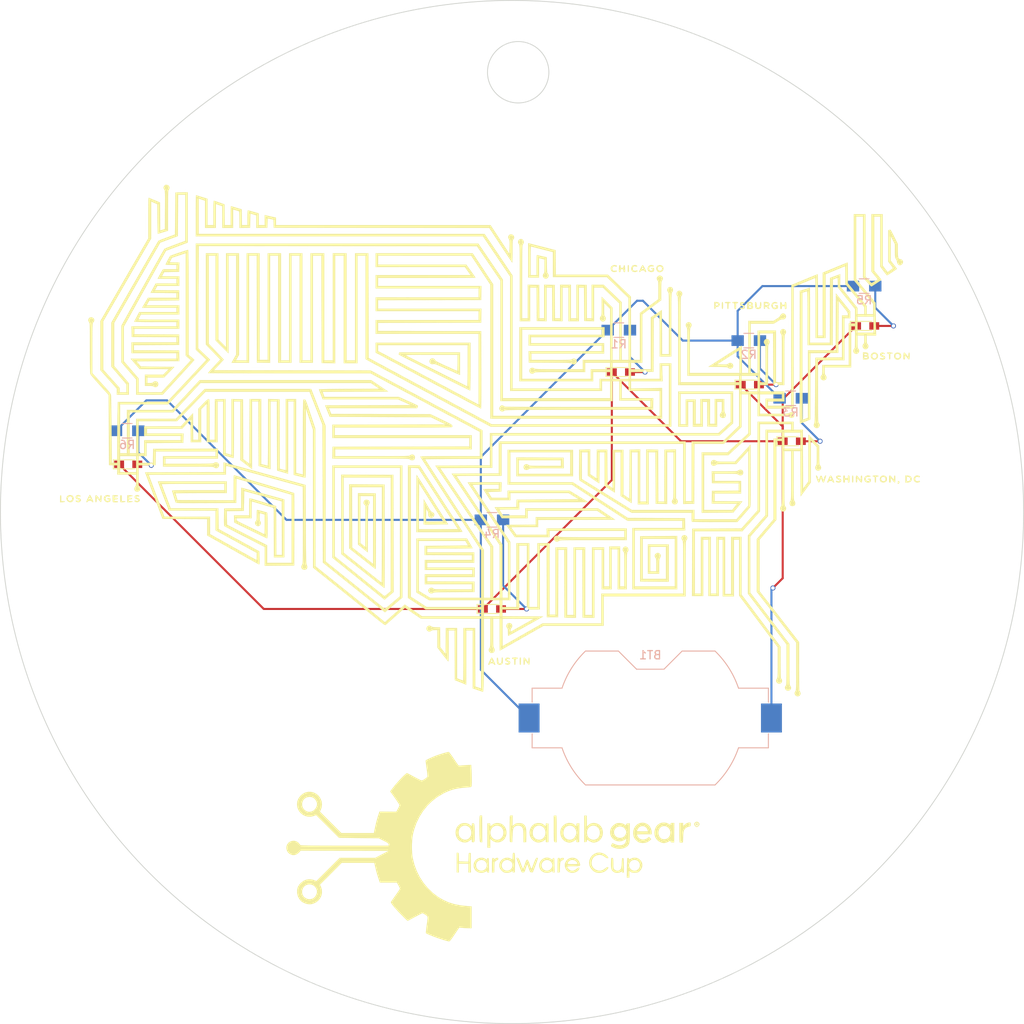
<source format=kicad_pcb>
(kicad_pcb (version 4) (host pcbnew 4.0.7)

  (general
    (links 18)
    (no_connects 0)
    (area 44.920869 40.270869 168.979131 164.329131)
    (thickness 1.6)
    (drawings 2)
    (tracks 57)
    (zones 0)
    (modules 14)
    (nets 9)
  )

  (page A4)
  (layers
    (0 F.Cu signal)
    (31 B.Cu signal)
    (32 B.Adhes user)
    (33 F.Adhes user)
    (34 B.Paste user)
    (35 F.Paste user)
    (36 B.SilkS user)
    (37 F.SilkS user)
    (38 B.Mask user)
    (39 F.Mask user)
    (40 Dwgs.User user)
    (41 Cmts.User user)
    (42 Eco1.User user)
    (43 Eco2.User user)
    (44 Edge.Cuts user)
    (45 Margin user)
    (46 B.CrtYd user)
    (47 F.CrtYd user)
    (48 B.Fab user)
    (49 F.Fab user)
  )

  (setup
    (last_trace_width 0.25)
    (trace_clearance 0.2)
    (zone_clearance 0.508)
    (zone_45_only no)
    (trace_min 0.2)
    (segment_width 0.2)
    (edge_width 0.1)
    (via_size 0.6)
    (via_drill 0.4)
    (via_min_size 0.4)
    (via_min_drill 0.3)
    (uvia_size 0.3)
    (uvia_drill 0.1)
    (uvias_allowed no)
    (uvia_min_size 0.2)
    (uvia_min_drill 0.1)
    (pcb_text_width 0.3)
    (pcb_text_size 1.5 1.5)
    (mod_edge_width 0.15)
    (mod_text_size 1 1)
    (mod_text_width 0.15)
    (pad_size 1.5 1.5)
    (pad_drill 0.6)
    (pad_to_mask_clearance 0)
    (aux_axis_origin 0 0)
    (visible_elements FFFFFFFF)
    (pcbplotparams
      (layerselection 0x00030_80000001)
      (usegerberextensions false)
      (excludeedgelayer true)
      (linewidth 0.100000)
      (plotframeref false)
      (viasonmask false)
      (mode 1)
      (useauxorigin false)
      (hpglpennumber 1)
      (hpglpenspeed 20)
      (hpglpendiameter 15)
      (hpglpenoverlay 2)
      (psnegative false)
      (psa4output false)
      (plotreference true)
      (plotvalue true)
      (plotinvisibletext false)
      (padsonsilk false)
      (subtractmaskfromsilk false)
      (outputformat 1)
      (mirror false)
      (drillshape 1)
      (scaleselection 1)
      (outputdirectory ""))
  )

  (net 0 "")
  (net 1 "Net-(BT1-Pad1)")
  (net 2 "Net-(BT1-Pad2)")
  (net 3 "Net-(D1-Pad2)")
  (net 4 "Net-(D2-Pad2)")
  (net 5 "Net-(D3-Pad2)")
  (net 6 "Net-(D4-Pad2)")
  (net 7 "Net-(D5-Pad2)")
  (net 8 "Net-(D6-Pad2)")

  (net_class Default "This is the default net class."
    (clearance 0.2)
    (trace_width 0.25)
    (via_dia 0.6)
    (via_drill 0.4)
    (uvia_dia 0.3)
    (uvia_drill 0.1)
    (add_net "Net-(BT1-Pad1)")
    (add_net "Net-(BT1-Pad2)")
    (add_net "Net-(D1-Pad2)")
    (add_net "Net-(D2-Pad2)")
    (add_net "Net-(D3-Pad2)")
    (add_net "Net-(D4-Pad2)")
    (add_net "Net-(D5-Pad2)")
    (add_net "Net-(D6-Pad2)")
  )

  (module LEDs:LED_0603_HandSoldering (layer F.Cu) (tedit 5A5D3B97) (tstamp 5A57942C)
    (at 120.142 85.344)
    (descr "LED SMD 0603, hand soldering")
    (tags "LED 0603")
    (path /5A578D3E)
    (attr smd)
    (fp_text reference D1 (at 0 -1.45) (layer F.SilkS) hide
      (effects (font (size 1 1) (thickness 0.15)))
    )
    (fp_text value LED (at 0 1.55) (layer F.Fab) hide
      (effects (font (size 1 1) (thickness 0.15)))
    )
    (fp_line (start -1.8 -0.55) (end -1.8 0.55) (layer F.SilkS) (width 0.12))
    (fp_line (start -0.2 -0.2) (end -0.2 0.2) (layer F.Fab) (width 0.1))
    (fp_line (start -0.15 0) (end 0.15 -0.2) (layer F.Fab) (width 0.1))
    (fp_line (start 0.15 0.2) (end -0.15 0) (layer F.Fab) (width 0.1))
    (fp_line (start 0.15 -0.2) (end 0.15 0.2) (layer F.Fab) (width 0.1))
    (fp_line (start 0.8 0.4) (end -0.8 0.4) (layer F.Fab) (width 0.1))
    (fp_line (start 0.8 -0.4) (end 0.8 0.4) (layer F.Fab) (width 0.1))
    (fp_line (start -0.8 -0.4) (end 0.8 -0.4) (layer F.Fab) (width 0.1))
    (fp_line (start -1.8 0.55) (end 0.8 0.55) (layer F.SilkS) (width 0.12))
    (fp_line (start -1.8 -0.55) (end 0.8 -0.55) (layer F.SilkS) (width 0.12))
    (fp_line (start -1.96 -0.7) (end 1.95 -0.7) (layer F.CrtYd) (width 0.05))
    (fp_line (start -1.96 -0.7) (end -1.96 0.7) (layer F.CrtYd) (width 0.05))
    (fp_line (start 1.95 0.7) (end 1.95 -0.7) (layer F.CrtYd) (width 0.05))
    (fp_line (start 1.95 0.7) (end -1.96 0.7) (layer F.CrtYd) (width 0.05))
    (fp_line (start -0.8 -0.4) (end -0.8 0.4) (layer F.Fab) (width 0.1))
    (pad 1 smd rect (at -1.1 0) (size 1.2 0.9) (layers F.Cu F.Paste F.Mask)
      (net 2 "Net-(BT1-Pad2)"))
    (pad 2 smd rect (at 1.1 0) (size 1.2 0.9) (layers F.Cu F.Paste F.Mask)
      (net 3 "Net-(D1-Pad2)"))
    (model ${KISYS3DMOD}/LEDs.3dshapes/LED_0603.wrl
      (at (xyz 0 0 0))
      (scale (xyz 1 1 1))
      (rotate (xyz 0 0 180))
    )
  )

  (module LEDs:LED_0603_HandSoldering (layer F.Cu) (tedit 5A5D3B8B) (tstamp 5A579441)
    (at 135.763 86.868)
    (descr "LED SMD 0603, hand soldering")
    (tags "LED 0603")
    (path /5A578D5F)
    (attr smd)
    (fp_text reference D2 (at 0 -1.45) (layer F.SilkS) hide
      (effects (font (size 1 1) (thickness 0.15)))
    )
    (fp_text value LED (at 0 1.55) (layer F.Fab) hide
      (effects (font (size 1 1) (thickness 0.15)))
    )
    (fp_line (start -1.8 -0.55) (end -1.8 0.55) (layer F.SilkS) (width 0.12))
    (fp_line (start -0.2 -0.2) (end -0.2 0.2) (layer F.Fab) (width 0.1))
    (fp_line (start -0.15 0) (end 0.15 -0.2) (layer F.Fab) (width 0.1))
    (fp_line (start 0.15 0.2) (end -0.15 0) (layer F.Fab) (width 0.1))
    (fp_line (start 0.15 -0.2) (end 0.15 0.2) (layer F.Fab) (width 0.1))
    (fp_line (start 0.8 0.4) (end -0.8 0.4) (layer F.Fab) (width 0.1))
    (fp_line (start 0.8 -0.4) (end 0.8 0.4) (layer F.Fab) (width 0.1))
    (fp_line (start -0.8 -0.4) (end 0.8 -0.4) (layer F.Fab) (width 0.1))
    (fp_line (start -1.8 0.55) (end 0.8 0.55) (layer F.SilkS) (width 0.12))
    (fp_line (start -1.8 -0.55) (end 0.8 -0.55) (layer F.SilkS) (width 0.12))
    (fp_line (start -1.96 -0.7) (end 1.95 -0.7) (layer F.CrtYd) (width 0.05))
    (fp_line (start -1.96 -0.7) (end -1.96 0.7) (layer F.CrtYd) (width 0.05))
    (fp_line (start 1.95 0.7) (end 1.95 -0.7) (layer F.CrtYd) (width 0.05))
    (fp_line (start 1.95 0.7) (end -1.96 0.7) (layer F.CrtYd) (width 0.05))
    (fp_line (start -0.8 -0.4) (end -0.8 0.4) (layer F.Fab) (width 0.1))
    (pad 1 smd rect (at -1.1 0) (size 1.2 0.9) (layers F.Cu F.Paste F.Mask)
      (net 2 "Net-(BT1-Pad2)"))
    (pad 2 smd rect (at 1.1 0) (size 1.2 0.9) (layers F.Cu F.Paste F.Mask)
      (net 4 "Net-(D2-Pad2)"))
    (model ${KISYS3DMOD}/LEDs.3dshapes/LED_0603.wrl
      (at (xyz 0 0 0))
      (scale (xyz 1 1 1))
      (rotate (xyz 0 0 180))
    )
  )

  (module LEDs:LED_0603_HandSoldering (layer F.Cu) (tedit 5A5D3B81) (tstamp 5A579456)
    (at 140.843 93.726)
    (descr "LED SMD 0603, hand soldering")
    (tags "LED 0603")
    (path /5A578D87)
    (attr smd)
    (fp_text reference D3 (at 0 -1.45) (layer F.SilkS) hide
      (effects (font (size 1 1) (thickness 0.15)))
    )
    (fp_text value LED (at 0 1.55) (layer F.Fab) hide
      (effects (font (size 1 1) (thickness 0.15)))
    )
    (fp_line (start -1.8 -0.55) (end -1.8 0.55) (layer F.SilkS) (width 0.12))
    (fp_line (start -0.2 -0.2) (end -0.2 0.2) (layer F.Fab) (width 0.1))
    (fp_line (start -0.15 0) (end 0.15 -0.2) (layer F.Fab) (width 0.1))
    (fp_line (start 0.15 0.2) (end -0.15 0) (layer F.Fab) (width 0.1))
    (fp_line (start 0.15 -0.2) (end 0.15 0.2) (layer F.Fab) (width 0.1))
    (fp_line (start 0.8 0.4) (end -0.8 0.4) (layer F.Fab) (width 0.1))
    (fp_line (start 0.8 -0.4) (end 0.8 0.4) (layer F.Fab) (width 0.1))
    (fp_line (start -0.8 -0.4) (end 0.8 -0.4) (layer F.Fab) (width 0.1))
    (fp_line (start -1.8 0.55) (end 0.8 0.55) (layer F.SilkS) (width 0.12))
    (fp_line (start -1.8 -0.55) (end 0.8 -0.55) (layer F.SilkS) (width 0.12))
    (fp_line (start -1.96 -0.7) (end 1.95 -0.7) (layer F.CrtYd) (width 0.05))
    (fp_line (start -1.96 -0.7) (end -1.96 0.7) (layer F.CrtYd) (width 0.05))
    (fp_line (start 1.95 0.7) (end 1.95 -0.7) (layer F.CrtYd) (width 0.05))
    (fp_line (start 1.95 0.7) (end -1.96 0.7) (layer F.CrtYd) (width 0.05))
    (fp_line (start -0.8 -0.4) (end -0.8 0.4) (layer F.Fab) (width 0.1))
    (pad 1 smd rect (at -1.1 0) (size 1.2 0.9) (layers F.Cu F.Paste F.Mask)
      (net 2 "Net-(BT1-Pad2)"))
    (pad 2 smd rect (at 1.1 0) (size 1.2 0.9) (layers F.Cu F.Paste F.Mask)
      (net 5 "Net-(D3-Pad2)"))
    (model ${KISYS3DMOD}/LEDs.3dshapes/LED_0603.wrl
      (at (xyz 0 0 0))
      (scale (xyz 1 1 1))
      (rotate (xyz 0 0 180))
    )
  )

  (module LEDs:LED_0603_HandSoldering (layer F.Cu) (tedit 5A5D3B2B) (tstamp 5A57946B)
    (at 104.521 114.046)
    (descr "LED SMD 0603, hand soldering")
    (tags "LED 0603")
    (path /5A578E4B)
    (attr smd)
    (fp_text reference D4 (at 0 -1.45) (layer F.SilkS) hide
      (effects (font (size 1 1) (thickness 0.15)))
    )
    (fp_text value LED (at 0 1.55) (layer F.Fab) hide
      (effects (font (size 1 1) (thickness 0.15)))
    )
    (fp_line (start -1.8 -0.55) (end -1.8 0.55) (layer F.SilkS) (width 0.12))
    (fp_line (start -0.2 -0.2) (end -0.2 0.2) (layer F.Fab) (width 0.1))
    (fp_line (start -0.15 0) (end 0.15 -0.2) (layer F.Fab) (width 0.1))
    (fp_line (start 0.15 0.2) (end -0.15 0) (layer F.Fab) (width 0.1))
    (fp_line (start 0.15 -0.2) (end 0.15 0.2) (layer F.Fab) (width 0.1))
    (fp_line (start 0.8 0.4) (end -0.8 0.4) (layer F.Fab) (width 0.1))
    (fp_line (start 0.8 -0.4) (end 0.8 0.4) (layer F.Fab) (width 0.1))
    (fp_line (start -0.8 -0.4) (end 0.8 -0.4) (layer F.Fab) (width 0.1))
    (fp_line (start -1.8 0.55) (end 0.8 0.55) (layer F.SilkS) (width 0.12))
    (fp_line (start -1.8 -0.55) (end 0.8 -0.55) (layer F.SilkS) (width 0.12))
    (fp_line (start -1.96 -0.7) (end 1.95 -0.7) (layer F.CrtYd) (width 0.05))
    (fp_line (start -1.96 -0.7) (end -1.96 0.7) (layer F.CrtYd) (width 0.05))
    (fp_line (start 1.95 0.7) (end 1.95 -0.7) (layer F.CrtYd) (width 0.05))
    (fp_line (start 1.95 0.7) (end -1.96 0.7) (layer F.CrtYd) (width 0.05))
    (fp_line (start -0.8 -0.4) (end -0.8 0.4) (layer F.Fab) (width 0.1))
    (pad 1 smd rect (at -1.1 0) (size 1.2 0.9) (layers F.Cu F.Paste F.Mask)
      (net 2 "Net-(BT1-Pad2)"))
    (pad 2 smd rect (at 1.1 0) (size 1.2 0.9) (layers F.Cu F.Paste F.Mask)
      (net 6 "Net-(D4-Pad2)"))
    (model ${KISYS3DMOD}/LEDs.3dshapes/LED_0603.wrl
      (at (xyz 0 0 0))
      (scale (xyz 1 1 1))
      (rotate (xyz 0 0 180))
    )
  )

  (module LEDs:LED_0603_HandSoldering (layer F.Cu) (tedit 5A5D3BA0) (tstamp 5A579480)
    (at 149.733 79.756)
    (descr "LED SMD 0603, hand soldering")
    (tags "LED 0603")
    (path /5A578E51)
    (attr smd)
    (fp_text reference D5 (at 0 -1.45) (layer F.SilkS) hide
      (effects (font (size 1 1) (thickness 0.15)))
    )
    (fp_text value LED (at 0 1.55) (layer F.Fab) hide
      (effects (font (size 1 1) (thickness 0.15)))
    )
    (fp_line (start -1.8 -0.55) (end -1.8 0.55) (layer F.SilkS) (width 0.12))
    (fp_line (start -0.2 -0.2) (end -0.2 0.2) (layer F.Fab) (width 0.1))
    (fp_line (start -0.15 0) (end 0.15 -0.2) (layer F.Fab) (width 0.1))
    (fp_line (start 0.15 0.2) (end -0.15 0) (layer F.Fab) (width 0.1))
    (fp_line (start 0.15 -0.2) (end 0.15 0.2) (layer F.Fab) (width 0.1))
    (fp_line (start 0.8 0.4) (end -0.8 0.4) (layer F.Fab) (width 0.1))
    (fp_line (start 0.8 -0.4) (end 0.8 0.4) (layer F.Fab) (width 0.1))
    (fp_line (start -0.8 -0.4) (end 0.8 -0.4) (layer F.Fab) (width 0.1))
    (fp_line (start -1.8 0.55) (end 0.8 0.55) (layer F.SilkS) (width 0.12))
    (fp_line (start -1.8 -0.55) (end 0.8 -0.55) (layer F.SilkS) (width 0.12))
    (fp_line (start -1.96 -0.7) (end 1.95 -0.7) (layer F.CrtYd) (width 0.05))
    (fp_line (start -1.96 -0.7) (end -1.96 0.7) (layer F.CrtYd) (width 0.05))
    (fp_line (start 1.95 0.7) (end 1.95 -0.7) (layer F.CrtYd) (width 0.05))
    (fp_line (start 1.95 0.7) (end -1.96 0.7) (layer F.CrtYd) (width 0.05))
    (fp_line (start -0.8 -0.4) (end -0.8 0.4) (layer F.Fab) (width 0.1))
    (pad 1 smd rect (at -1.1 0) (size 1.2 0.9) (layers F.Cu F.Paste F.Mask)
      (net 2 "Net-(BT1-Pad2)"))
    (pad 2 smd rect (at 1.1 0) (size 1.2 0.9) (layers F.Cu F.Paste F.Mask)
      (net 7 "Net-(D5-Pad2)"))
    (model ${KISYS3DMOD}/LEDs.3dshapes/LED_0603.wrl
      (at (xyz 0 0 0))
      (scale (xyz 1 1 1))
      (rotate (xyz 0 0 180))
    )
  )

  (module LEDs:LED_0603_HandSoldering (layer F.Cu) (tedit 5A5D3B1B) (tstamp 5A579495)
    (at 60.452 96.52)
    (descr "LED SMD 0603, hand soldering")
    (tags "LED 0603")
    (path /5A578E57)
    (attr smd)
    (fp_text reference D6 (at 0 -1.45) (layer F.SilkS) hide
      (effects (font (size 1 1) (thickness 0.15)))
    )
    (fp_text value LED (at 0 1.55) (layer F.Fab) hide
      (effects (font (size 1 1) (thickness 0.15)))
    )
    (fp_line (start -1.8 -0.55) (end -1.8 0.55) (layer F.SilkS) (width 0.12))
    (fp_line (start -0.2 -0.2) (end -0.2 0.2) (layer F.Fab) (width 0.1))
    (fp_line (start -0.15 0) (end 0.15 -0.2) (layer F.Fab) (width 0.1))
    (fp_line (start 0.15 0.2) (end -0.15 0) (layer F.Fab) (width 0.1))
    (fp_line (start 0.15 -0.2) (end 0.15 0.2) (layer F.Fab) (width 0.1))
    (fp_line (start 0.8 0.4) (end -0.8 0.4) (layer F.Fab) (width 0.1))
    (fp_line (start 0.8 -0.4) (end 0.8 0.4) (layer F.Fab) (width 0.1))
    (fp_line (start -0.8 -0.4) (end 0.8 -0.4) (layer F.Fab) (width 0.1))
    (fp_line (start -1.8 0.55) (end 0.8 0.55) (layer F.SilkS) (width 0.12))
    (fp_line (start -1.8 -0.55) (end 0.8 -0.55) (layer F.SilkS) (width 0.12))
    (fp_line (start -1.96 -0.7) (end 1.95 -0.7) (layer F.CrtYd) (width 0.05))
    (fp_line (start -1.96 -0.7) (end -1.96 0.7) (layer F.CrtYd) (width 0.05))
    (fp_line (start 1.95 0.7) (end 1.95 -0.7) (layer F.CrtYd) (width 0.05))
    (fp_line (start 1.95 0.7) (end -1.96 0.7) (layer F.CrtYd) (width 0.05))
    (fp_line (start -0.8 -0.4) (end -0.8 0.4) (layer F.Fab) (width 0.1))
    (pad 1 smd rect (at -1.1 0) (size 1.2 0.9) (layers F.Cu F.Paste F.Mask)
      (net 2 "Net-(BT1-Pad2)"))
    (pad 2 smd rect (at 1.1 0) (size 1.2 0.9) (layers F.Cu F.Paste F.Mask)
      (net 8 "Net-(D6-Pad2)"))
    (model ${KISYS3DMOD}/LEDs.3dshapes/LED_0603.wrl
      (at (xyz 0 0 0))
      (scale (xyz 1 1 1))
      (rotate (xyz 0 0 180))
    )
  )

  (module Resistors_SMD:R_0805_HandSoldering (layer B.Cu) (tedit 58E0A804) (tstamp 5A5794A6)
    (at 119.888 80.264)
    (descr "Resistor SMD 0805, hand soldering")
    (tags "resistor 0805")
    (path /5A578E65)
    (attr smd)
    (fp_text reference R1 (at 0 1.7) (layer B.SilkS)
      (effects (font (size 1 1) (thickness 0.15)) (justify mirror))
    )
    (fp_text value R (at 0 -1.75) (layer B.Fab)
      (effects (font (size 1 1) (thickness 0.15)) (justify mirror))
    )
    (fp_text user %R (at 0 0) (layer B.Fab)
      (effects (font (size 0.5 0.5) (thickness 0.075)) (justify mirror))
    )
    (fp_line (start -1 -0.62) (end -1 0.62) (layer B.Fab) (width 0.1))
    (fp_line (start 1 -0.62) (end -1 -0.62) (layer B.Fab) (width 0.1))
    (fp_line (start 1 0.62) (end 1 -0.62) (layer B.Fab) (width 0.1))
    (fp_line (start -1 0.62) (end 1 0.62) (layer B.Fab) (width 0.1))
    (fp_line (start 0.6 -0.88) (end -0.6 -0.88) (layer B.SilkS) (width 0.12))
    (fp_line (start -0.6 0.88) (end 0.6 0.88) (layer B.SilkS) (width 0.12))
    (fp_line (start -2.35 0.9) (end 2.35 0.9) (layer B.CrtYd) (width 0.05))
    (fp_line (start -2.35 0.9) (end -2.35 -0.9) (layer B.CrtYd) (width 0.05))
    (fp_line (start 2.35 -0.9) (end 2.35 0.9) (layer B.CrtYd) (width 0.05))
    (fp_line (start 2.35 -0.9) (end -2.35 -0.9) (layer B.CrtYd) (width 0.05))
    (pad 1 smd rect (at -1.35 0) (size 1.5 1.3) (layers B.Cu B.Paste B.Mask)
      (net 1 "Net-(BT1-Pad1)"))
    (pad 2 smd rect (at 1.35 0) (size 1.5 1.3) (layers B.Cu B.Paste B.Mask)
      (net 3 "Net-(D1-Pad2)"))
    (model ${KISYS3DMOD}/Resistors_SMD.3dshapes/R_0805.wrl
      (at (xyz 0 0 0))
      (scale (xyz 1 1 1))
      (rotate (xyz 0 0 0))
    )
  )

  (module Resistors_SMD:R_0805_HandSoldering (layer B.Cu) (tedit 58E0A804) (tstamp 5A5794B7)
    (at 135.636 81.534)
    (descr "Resistor SMD 0805, hand soldering")
    (tags "resistor 0805")
    (path /5A578EDB)
    (attr smd)
    (fp_text reference R2 (at 0 1.7) (layer B.SilkS)
      (effects (font (size 1 1) (thickness 0.15)) (justify mirror))
    )
    (fp_text value R (at 0 -1.75) (layer B.Fab)
      (effects (font (size 1 1) (thickness 0.15)) (justify mirror))
    )
    (fp_text user %R (at 0 0) (layer B.Fab)
      (effects (font (size 0.5 0.5) (thickness 0.075)) (justify mirror))
    )
    (fp_line (start -1 -0.62) (end -1 0.62) (layer B.Fab) (width 0.1))
    (fp_line (start 1 -0.62) (end -1 -0.62) (layer B.Fab) (width 0.1))
    (fp_line (start 1 0.62) (end 1 -0.62) (layer B.Fab) (width 0.1))
    (fp_line (start -1 0.62) (end 1 0.62) (layer B.Fab) (width 0.1))
    (fp_line (start 0.6 -0.88) (end -0.6 -0.88) (layer B.SilkS) (width 0.12))
    (fp_line (start -0.6 0.88) (end 0.6 0.88) (layer B.SilkS) (width 0.12))
    (fp_line (start -2.35 0.9) (end 2.35 0.9) (layer B.CrtYd) (width 0.05))
    (fp_line (start -2.35 0.9) (end -2.35 -0.9) (layer B.CrtYd) (width 0.05))
    (fp_line (start 2.35 -0.9) (end 2.35 0.9) (layer B.CrtYd) (width 0.05))
    (fp_line (start 2.35 -0.9) (end -2.35 -0.9) (layer B.CrtYd) (width 0.05))
    (pad 1 smd rect (at -1.35 0) (size 1.5 1.3) (layers B.Cu B.Paste B.Mask)
      (net 1 "Net-(BT1-Pad1)"))
    (pad 2 smd rect (at 1.35 0) (size 1.5 1.3) (layers B.Cu B.Paste B.Mask)
      (net 4 "Net-(D2-Pad2)"))
    (model ${KISYS3DMOD}/Resistors_SMD.3dshapes/R_0805.wrl
      (at (xyz 0 0 0))
      (scale (xyz 1 1 1))
      (rotate (xyz 0 0 0))
    )
  )

  (module Resistors_SMD:R_0805_HandSoldering (layer B.Cu) (tedit 58E0A804) (tstamp 5A5794C8)
    (at 140.716 88.519)
    (descr "Resistor SMD 0805, hand soldering")
    (tags "resistor 0805")
    (path /5A578F6B)
    (attr smd)
    (fp_text reference R3 (at 0 1.7) (layer B.SilkS)
      (effects (font (size 1 1) (thickness 0.15)) (justify mirror))
    )
    (fp_text value R (at 0 -1.75) (layer B.Fab)
      (effects (font (size 1 1) (thickness 0.15)) (justify mirror))
    )
    (fp_text user %R (at 0 0) (layer B.Fab)
      (effects (font (size 0.5 0.5) (thickness 0.075)) (justify mirror))
    )
    (fp_line (start -1 -0.62) (end -1 0.62) (layer B.Fab) (width 0.1))
    (fp_line (start 1 -0.62) (end -1 -0.62) (layer B.Fab) (width 0.1))
    (fp_line (start 1 0.62) (end 1 -0.62) (layer B.Fab) (width 0.1))
    (fp_line (start -1 0.62) (end 1 0.62) (layer B.Fab) (width 0.1))
    (fp_line (start 0.6 -0.88) (end -0.6 -0.88) (layer B.SilkS) (width 0.12))
    (fp_line (start -0.6 0.88) (end 0.6 0.88) (layer B.SilkS) (width 0.12))
    (fp_line (start -2.35 0.9) (end 2.35 0.9) (layer B.CrtYd) (width 0.05))
    (fp_line (start -2.35 0.9) (end -2.35 -0.9) (layer B.CrtYd) (width 0.05))
    (fp_line (start 2.35 -0.9) (end 2.35 0.9) (layer B.CrtYd) (width 0.05))
    (fp_line (start 2.35 -0.9) (end -2.35 -0.9) (layer B.CrtYd) (width 0.05))
    (pad 1 smd rect (at -1.35 0) (size 1.5 1.3) (layers B.Cu B.Paste B.Mask)
      (net 1 "Net-(BT1-Pad1)"))
    (pad 2 smd rect (at 1.35 0) (size 1.5 1.3) (layers B.Cu B.Paste B.Mask)
      (net 5 "Net-(D3-Pad2)"))
    (model ${KISYS3DMOD}/Resistors_SMD.3dshapes/R_0805.wrl
      (at (xyz 0 0 0))
      (scale (xyz 1 1 1))
      (rotate (xyz 0 0 0))
    )
  )

  (module Resistors_SMD:R_0805_HandSoldering (layer B.Cu) (tedit 58E0A804) (tstamp 5A5794D9)
    (at 104.521 103.251)
    (descr "Resistor SMD 0805, hand soldering")
    (tags "resistor 0805")
    (path /5A578FB8)
    (attr smd)
    (fp_text reference R4 (at 0 1.7) (layer B.SilkS)
      (effects (font (size 1 1) (thickness 0.15)) (justify mirror))
    )
    (fp_text value R (at 0 -1.75) (layer B.Fab)
      (effects (font (size 1 1) (thickness 0.15)) (justify mirror))
    )
    (fp_text user %R (at 0 0) (layer B.Fab)
      (effects (font (size 0.5 0.5) (thickness 0.075)) (justify mirror))
    )
    (fp_line (start -1 -0.62) (end -1 0.62) (layer B.Fab) (width 0.1))
    (fp_line (start 1 -0.62) (end -1 -0.62) (layer B.Fab) (width 0.1))
    (fp_line (start 1 0.62) (end 1 -0.62) (layer B.Fab) (width 0.1))
    (fp_line (start -1 0.62) (end 1 0.62) (layer B.Fab) (width 0.1))
    (fp_line (start 0.6 -0.88) (end -0.6 -0.88) (layer B.SilkS) (width 0.12))
    (fp_line (start -0.6 0.88) (end 0.6 0.88) (layer B.SilkS) (width 0.12))
    (fp_line (start -2.35 0.9) (end 2.35 0.9) (layer B.CrtYd) (width 0.05))
    (fp_line (start -2.35 0.9) (end -2.35 -0.9) (layer B.CrtYd) (width 0.05))
    (fp_line (start 2.35 -0.9) (end 2.35 0.9) (layer B.CrtYd) (width 0.05))
    (fp_line (start 2.35 -0.9) (end -2.35 -0.9) (layer B.CrtYd) (width 0.05))
    (pad 1 smd rect (at -1.35 0) (size 1.5 1.3) (layers B.Cu B.Paste B.Mask)
      (net 1 "Net-(BT1-Pad1)"))
    (pad 2 smd rect (at 1.35 0) (size 1.5 1.3) (layers B.Cu B.Paste B.Mask)
      (net 6 "Net-(D4-Pad2)"))
    (model ${KISYS3DMOD}/Resistors_SMD.3dshapes/R_0805.wrl
      (at (xyz 0 0 0))
      (scale (xyz 1 1 1))
      (rotate (xyz 0 0 0))
    )
  )

  (module Resistors_SMD:R_0805_HandSoldering (layer B.Cu) (tedit 58E0A804) (tstamp 5A5794EA)
    (at 149.606 74.93)
    (descr "Resistor SMD 0805, hand soldering")
    (tags "resistor 0805")
    (path /5A578FF6)
    (attr smd)
    (fp_text reference R5 (at 0 1.7) (layer B.SilkS)
      (effects (font (size 1 1) (thickness 0.15)) (justify mirror))
    )
    (fp_text value R (at 0 -1.75) (layer B.Fab)
      (effects (font (size 1 1) (thickness 0.15)) (justify mirror))
    )
    (fp_text user %R (at 0 0) (layer B.Fab)
      (effects (font (size 0.5 0.5) (thickness 0.075)) (justify mirror))
    )
    (fp_line (start -1 -0.62) (end -1 0.62) (layer B.Fab) (width 0.1))
    (fp_line (start 1 -0.62) (end -1 -0.62) (layer B.Fab) (width 0.1))
    (fp_line (start 1 0.62) (end 1 -0.62) (layer B.Fab) (width 0.1))
    (fp_line (start -1 0.62) (end 1 0.62) (layer B.Fab) (width 0.1))
    (fp_line (start 0.6 -0.88) (end -0.6 -0.88) (layer B.SilkS) (width 0.12))
    (fp_line (start -0.6 0.88) (end 0.6 0.88) (layer B.SilkS) (width 0.12))
    (fp_line (start -2.35 0.9) (end 2.35 0.9) (layer B.CrtYd) (width 0.05))
    (fp_line (start -2.35 0.9) (end -2.35 -0.9) (layer B.CrtYd) (width 0.05))
    (fp_line (start 2.35 -0.9) (end 2.35 0.9) (layer B.CrtYd) (width 0.05))
    (fp_line (start 2.35 -0.9) (end -2.35 -0.9) (layer B.CrtYd) (width 0.05))
    (pad 1 smd rect (at -1.35 0) (size 1.5 1.3) (layers B.Cu B.Paste B.Mask)
      (net 1 "Net-(BT1-Pad1)"))
    (pad 2 smd rect (at 1.35 0) (size 1.5 1.3) (layers B.Cu B.Paste B.Mask)
      (net 7 "Net-(D5-Pad2)"))
    (model ${KISYS3DMOD}/Resistors_SMD.3dshapes/R_0805.wrl
      (at (xyz 0 0 0))
      (scale (xyz 1 1 1))
      (rotate (xyz 0 0 0))
    )
  )

  (module Resistors_SMD:R_0805_HandSoldering (layer B.Cu) (tedit 58E0A804) (tstamp 5A5794FB)
    (at 60.325 92.456)
    (descr "Resistor SMD 0805, hand soldering")
    (tags "resistor 0805")
    (path /5A57919E)
    (attr smd)
    (fp_text reference R6 (at 0 1.7) (layer B.SilkS)
      (effects (font (size 1 1) (thickness 0.15)) (justify mirror))
    )
    (fp_text value R (at 0 -1.75) (layer B.Fab)
      (effects (font (size 1 1) (thickness 0.15)) (justify mirror))
    )
    (fp_text user %R (at 0 0) (layer B.Fab)
      (effects (font (size 0.5 0.5) (thickness 0.075)) (justify mirror))
    )
    (fp_line (start -1 -0.62) (end -1 0.62) (layer B.Fab) (width 0.1))
    (fp_line (start 1 -0.62) (end -1 -0.62) (layer B.Fab) (width 0.1))
    (fp_line (start 1 0.62) (end 1 -0.62) (layer B.Fab) (width 0.1))
    (fp_line (start -1 0.62) (end 1 0.62) (layer B.Fab) (width 0.1))
    (fp_line (start 0.6 -0.88) (end -0.6 -0.88) (layer B.SilkS) (width 0.12))
    (fp_line (start -0.6 0.88) (end 0.6 0.88) (layer B.SilkS) (width 0.12))
    (fp_line (start -2.35 0.9) (end 2.35 0.9) (layer B.CrtYd) (width 0.05))
    (fp_line (start -2.35 0.9) (end -2.35 -0.9) (layer B.CrtYd) (width 0.05))
    (fp_line (start 2.35 -0.9) (end 2.35 0.9) (layer B.CrtYd) (width 0.05))
    (fp_line (start 2.35 -0.9) (end -2.35 -0.9) (layer B.CrtYd) (width 0.05))
    (pad 1 smd rect (at -1.35 0) (size 1.5 1.3) (layers B.Cu B.Paste B.Mask)
      (net 1 "Net-(BT1-Pad1)"))
    (pad 2 smd rect (at 1.35 0) (size 1.5 1.3) (layers B.Cu B.Paste B.Mask)
      (net 8 "Net-(D6-Pad2)"))
    (model ${KISYS3DMOD}/Resistors_SMD.3dshapes/R_0805.wrl
      (at (xyz 0 0 0))
      (scale (xyz 1 1 1))
      (rotate (xyz 0 0 0))
    )
  )

  (module Battery_Holders:Keystone_1058_1x2032-CoinCell (layer B.Cu) (tedit 589EE147) (tstamp 5A5A500E)
    (at 123.698 127.254)
    (descr http://www.keyelco.com/product-pdf.cfm?p=14028)
    (tags "Keystone type 1058 coin cell retainer")
    (path /5A57929C)
    (attr smd)
    (fp_text reference BT1 (at 0 -7.62) (layer B.SilkS)
      (effects (font (size 1 1) (thickness 0.15)) (justify mirror))
    )
    (fp_text value Battery_Cell (at 0 9.398) (layer B.Fab)
      (effects (font (size 1 1) (thickness 0.15)) (justify mirror))
    )
    (fp_arc (start 0 0) (end 11.06 -4.11) (angle -139.2) (layer B.CrtYd) (width 0.05))
    (fp_arc (start 0 0) (end -11.06 4.11) (angle -139.2) (layer B.CrtYd) (width 0.05))
    (fp_line (start 11.06 -4.11) (end 16.45 -4.11) (layer B.CrtYd) (width 0.05))
    (fp_line (start 16.45 -4.11) (end 16.45 4.11) (layer B.CrtYd) (width 0.05))
    (fp_line (start 16.45 4.11) (end 11.06 4.11) (layer B.CrtYd) (width 0.05))
    (fp_line (start -16.45 4.11) (end -11.06 4.11) (layer B.CrtYd) (width 0.05))
    (fp_line (start -16.45 4.11) (end -16.45 -4.11) (layer B.CrtYd) (width 0.05))
    (fp_line (start -16.45 -4.11) (end -11.06 -4.11) (layer B.CrtYd) (width 0.05))
    (fp_arc (start 0 0) (end -10.692 -3.61) (angle 27.3) (layer B.SilkS) (width 0.12))
    (fp_arc (start 0 0) (end 10.692 3.61) (angle 27.3) (layer B.SilkS) (width 0.12))
    (fp_arc (start 0 0) (end 10.692 -3.61) (angle -27.3) (layer B.SilkS) (width 0.12))
    (fp_arc (start 0 0) (end -10.692 3.61) (angle -27.3) (layer B.SilkS) (width 0.12))
    (fp_line (start -14.31 -1.9) (end -14.31 -3.61) (layer B.SilkS) (width 0.12))
    (fp_line (start -10.692 -3.61) (end -14.31 -3.61) (layer B.SilkS) (width 0.12))
    (fp_line (start -3.86 -8.11) (end -7.8473 -8.11) (layer B.SilkS) (width 0.12))
    (fp_line (start -1.66 -5.91) (end -3.86 -8.11) (layer B.SilkS) (width 0.12))
    (fp_line (start 1.66 -5.91) (end -1.66 -5.91) (layer B.SilkS) (width 0.12))
    (fp_line (start 1.66 -5.91) (end 3.86 -8.11) (layer B.SilkS) (width 0.12))
    (fp_line (start 7.8473 -8.11) (end 3.86 -8.11) (layer B.SilkS) (width 0.12))
    (fp_line (start 14.31 -1.9) (end 14.31 -3.61) (layer B.SilkS) (width 0.12))
    (fp_line (start 14.31 -3.61) (end 10.692 -3.61) (layer B.SilkS) (width 0.12))
    (fp_line (start 10.692 3.61) (end 14.31 3.61) (layer B.SilkS) (width 0.12))
    (fp_line (start 14.31 1.9) (end 14.31 3.61) (layer B.SilkS) (width 0.12))
    (fp_line (start -7.8473 8.11) (end 7.8473 8.11) (layer B.SilkS) (width 0.12))
    (fp_line (start -14.31 1.9) (end -14.31 3.61) (layer B.SilkS) (width 0.12))
    (fp_line (start -14.31 3.61) (end -10.692 3.61) (layer B.SilkS) (width 0.12))
    (fp_arc (start 0 0) (end -10.61275 -3.5) (angle 27.4635) (layer B.Fab) (width 0.1))
    (fp_arc (start 0 0) (end 10.61275 3.5) (angle 27.4635) (layer B.Fab) (width 0.1))
    (fp_arc (start 0 0) (end 10.61275 -3.5) (angle -27.4635) (layer B.Fab) (width 0.1))
    (fp_line (start 14.2 -1.9) (end 14.2 -3.5) (layer B.Fab) (width 0.1))
    (fp_line (start 14.2 -3.5) (end 10.61275 -3.5) (layer B.Fab) (width 0.1))
    (fp_line (start 10.61275 3.5) (end 14.2 3.5) (layer B.Fab) (width 0.1))
    (fp_line (start 14.2 3.5) (end 14.2 1.9) (layer B.Fab) (width 0.1))
    (fp_line (start -14.2 -1.9) (end -14.2 -3.5) (layer B.Fab) (width 0.1))
    (fp_line (start -14.2 -3.5) (end -10.61275 -3.5) (layer B.Fab) (width 0.1))
    (fp_line (start 3.9 -8) (end 7.8026 -8) (layer B.Fab) (width 0.1))
    (fp_line (start 1.7 -5.8) (end 3.9 -8) (layer B.Fab) (width 0.1))
    (fp_line (start -1.7 -5.8) (end -3.9 -8) (layer B.Fab) (width 0.1))
    (fp_line (start -1.7 -5.8) (end 1.7 -5.8) (layer B.Fab) (width 0.1))
    (fp_line (start -14.2 3.5) (end -10.61275 3.5) (layer B.Fab) (width 0.1))
    (fp_line (start -14.2 3.5) (end -14.2 1.9) (layer B.Fab) (width 0.1))
    (fp_line (start -3.9 -8) (end -7.8026 -8) (layer B.Fab) (width 0.1))
    (fp_line (start -7.8026 8) (end 7.8026 8) (layer B.Fab) (width 0.1))
    (fp_arc (start 0 0) (end -10.61275 3.5) (angle -27.4635) (layer B.Fab) (width 0.1))
    (fp_circle (center 0 0) (end 10 0) (layer Dwgs.User) (width 0.15))
    (pad 1 smd rect (at -14.68 0) (size 2.54 3.51) (layers B.Cu B.Paste B.Mask)
      (net 1 "Net-(BT1-Pad1)"))
    (pad 2 smd rect (at 14.68 0) (size 2.54 3.51) (layers B.Cu B.Paste B.Mask)
      (net 2 "Net-(BT1-Pad2)"))
  )

  (module "chad:HWC Logo Final" (layer F.Cu) (tedit 0) (tstamp 5A5A5097)
    (at 104.267 108.458)
    (fp_text reference G*** (at 0 0) (layer F.SilkS) hide
      (effects (font (thickness 0.3)))
    )
    (fp_text value LOGO (at 0.75 0) (layer F.SilkS) hide
      (effects (font (thickness 0.3)))
    )
    (fp_poly (pts (xy -4.937962 22.948965) (xy -4.838175 23.066239) (xy -4.701249 23.247947) (xy -4.535519 23.483096)
      (xy -4.377556 23.717799) (xy -4.207295 23.972346) (xy -4.052993 24.196867) (xy -3.924408 24.37765)
      (xy -3.831304 24.500983) (xy -3.783439 24.553155) (xy -3.782609 24.553565) (xy -3.707309 24.56036)
      (xy -3.557923 24.555934) (xy -3.361419 24.541389) (xy -3.273591 24.532767) (xy -3.026391 24.510263)
      (xy -2.777254 24.493332) (xy -2.572818 24.485031) (xy -2.540188 24.484672) (xy -2.255325 24.483767)
      (xy -2.222051 25.102581) (xy -2.207456 25.428979) (xy -2.197361 25.769554) (xy -2.19179 26.105892)
      (xy -2.190762 26.419581) (xy -2.194301 26.69221) (xy -2.202426 26.905366) (xy -2.21516 27.040636)
      (xy -2.219771 27.062868) (xy -2.243826 27.117109) (xy -2.294851 27.152732) (xy -2.393955 27.175988)
      (xy -2.562247 27.193127) (xy -2.689918 27.202078) (xy -3.279773 27.250829) (xy -3.791565 27.317599)
      (xy -4.248299 27.408203) (xy -4.672984 27.528458) (xy -5.088625 27.684181) (xy -5.518228 27.881186)
      (xy -5.661069 27.953209) (xy -6.359399 28.368352) (xy -7.000399 28.864297) (xy -7.579375 29.43471)
      (xy -8.091634 30.073253) (xy -8.532483 30.77359) (xy -8.897228 31.529386) (xy -9.181176 32.334303)
      (xy -9.32399 32.898426) (xy -9.381283 33.252731) (xy -9.420152 33.677757) (xy -9.440314 34.144049)
      (xy -9.441485 34.622152) (xy -9.423381 35.082613) (xy -9.385719 35.495977) (xy -9.351197 35.722333)
      (xy -9.150908 36.539907) (xy -8.862759 37.323066) (xy -8.49255 38.063838) (xy -8.046083 38.754253)
      (xy -7.529157 39.386339) (xy -6.947576 39.952124) (xy -6.307138 40.443638) (xy -5.619667 40.849842)
      (xy -4.968265 41.136124) (xy -4.271454 41.351241) (xy -3.517124 41.498278) (xy -2.774149 41.575278)
      (xy -2.214229 41.612224) (xy -2.214229 44.259118) (xy -2.595992 44.259118) (xy -2.855638 44.253196)
      (xy -3.14125 44.237827) (xy -3.34587 44.220672) (xy -3.713984 44.182226) (xy -4.275572 45.022376)
      (xy -4.476942 45.320474) (xy -4.632287 45.54205) (xy -4.749523 45.696916) (xy -4.836569 45.794884)
      (xy -4.901343 45.84577) (xy -4.950945 45.859412) (xy -5.044024 45.843731) (xy -5.209477 45.803587)
      (xy -5.422647 45.745333) (xy -5.62465 45.685805) (xy -5.95274 45.581388) (xy -6.294072 45.464831)
      (xy -6.632984 45.342284) (xy -6.953814 45.219896) (xy -7.2409 45.103819) (xy -7.47858 45.0002)
      (xy -7.651191 44.915191) (xy -7.743071 44.854941) (xy -7.744605 44.853385) (xy -7.748758 44.794072)
      (xy -7.739628 44.651189) (xy -7.718869 44.441869) (xy -7.688136 44.183245) (xy -7.657669 43.953707)
      (xy -7.607073 43.590822) (xy -7.570419 43.314659) (xy -7.549526 43.110861) (xy -7.546213 42.965069)
      (xy -7.562298 42.862927) (xy -7.5996 42.790078) (xy -7.659938 42.732164) (xy -7.745131 42.674827)
      (xy -7.826153 42.623746) (xy -7.980777 42.529027) (xy -8.104299 42.461553) (xy -8.16974 42.435992)
      (xy -8.228449 42.459372) (xy -8.361531 42.52443) (xy -8.554267 42.623585) (xy -8.791935 42.749256)
      (xy -9.059815 42.893865) (xy -9.075077 42.902187) (xy -9.343355 43.04746) (xy -9.581329 43.174257)
      (xy -9.774507 43.275023) (xy -9.908394 43.342204) (xy -9.968497 43.368247) (xy -9.969446 43.368336)
      (xy -10.015525 43.333586) (xy -10.121293 43.236534) (xy -10.275582 43.087975) (xy -10.467226 42.898706)
      (xy -10.685059 42.679524) (xy -10.746015 42.617535) (xy -11.05568 42.2953) (xy -11.33293 41.993803)
      (xy -11.570809 41.72152) (xy -11.762364 41.486929) (xy -11.90064 41.298507) (xy -11.978681 41.164731)
      (xy -11.991952 41.098783) (xy -11.956969 41.041327) (xy -11.872294 40.915523) (xy -11.74777 40.735603)
      (xy -11.593239 40.5158) (xy -11.432239 40.289481) (xy -11.259855 40.044925) (xy -11.110281 39.825982)
      (xy -10.992989 39.647075) (xy -10.917454 39.522628) (xy -10.892986 39.468503) (xy -10.916263 39.393541)
      (xy -10.977648 39.258026) (xy -11.064477 39.089639) (xy -11.075814 39.068886) (xy -11.258641 38.736272)
      (xy -13.327841 38.736272) (xy -13.534592 38.112725) (xy -13.641551 37.777744) (xy -13.73616 37.451141)
      (xy -13.826644 37.102006) (xy -13.921229 36.699433) (xy -13.97483 36.458417) (xy -13.999936 36.343888)
      (xy -17.94362 36.343888) (xy -19.262076 37.663075) (xy -20.580531 38.982262) (xy -20.461788 39.253756)
      (xy -20.354416 39.615353) (xy -20.340785 39.974868) (xy -20.413399 40.319505) (xy -20.564759 40.636468)
      (xy -20.787369 40.912962) (xy -21.073732 41.136191) (xy -21.41635 41.29336) (xy -21.695083 41.358644)
      (xy -21.959702 41.358961) (xy -22.256768 41.29801) (xy -22.547854 41.187608) (xy -22.794536 41.03957)
      (xy -22.832258 41.008983) (xy -23.085493 40.72695) (xy -23.260042 40.388246) (xy -23.347523 40.00983)
      (xy -23.352174 39.957068) (xy -23.352048 39.948544) (xy -22.753137 39.948544) (xy -22.690145 40.211955)
      (xy -22.546635 40.446106) (xy -22.533383 40.460923) (xy -22.310593 40.634008) (xy -22.044638 40.731346)
      (xy -21.76204 40.749648) (xy -21.48932 40.685623) (xy -21.344591 40.608442) (xy -21.166556 40.437627)
      (xy -21.029552 40.209325) (xy -20.950004 39.959332) (xy -20.942827 39.73289) (xy -21.031696 39.446731)
      (xy -21.193896 39.217022) (xy -21.412985 39.052205) (xy -21.672521 38.96072) (xy -21.956063 38.951009)
      (xy -22.24717 39.031512) (xy -22.279639 39.046572) (xy -22.498863 39.204886) (xy -22.653511 39.422796)
      (xy -22.739598 39.678086) (xy -22.753137 39.948544) (xy -23.352048 39.948544) (xy -23.346825 39.596076)
      (xy -23.26782 39.287726) (xy -23.10566 39.00683) (xy -22.910387 38.785659) (xy -22.594264 38.535753)
      (xy -22.250172 38.383039) (xy -21.883738 38.328734) (xy -21.500587 38.374057) (xy -21.298588 38.436661)
      (xy -21.010992 38.544265) (xy -19.602098 37.138665) (xy -18.193204 35.733066) (xy -13.88161 35.733066)
      (xy -13.075527 35.313126) (xy -12.269443 34.893186) (xy -17.59399 34.880225) (xy -22.918536 34.867265)
      (xy -23.128507 35.091691) (xy -23.369439 35.292932) (xy -23.624825 35.394443) (xy -23.89989 35.397878)
      (xy -24.015504 35.372469) (xy -24.268037 35.256067) (xy -24.459549 35.077354) (xy -24.587081 34.85515)
      (xy -24.647671 34.608279) (xy -24.638361 34.35556) (xy -24.556191 34.115818) (xy -24.398199 33.907873)
      (xy -24.262168 33.803968) (xy -23.996284 33.693027) (xy -23.720293 33.669473) (xy -23.456521 33.730056)
      (xy -23.227292 33.871529) (xy -23.13555 33.967885) (xy -23.039486 34.087556) (xy -22.964832 34.179938)
      (xy -22.95394 34.193286) (xy -22.925698 34.203898) (xy -22.856105 34.213345) (xy -22.740295 34.221685)
      (xy -22.5734 34.228975) (xy -22.350554 34.235273) (xy -22.066888 34.240638) (xy -21.717535 34.245125)
      (xy -21.297629 34.248794) (xy -20.802301 34.251701) (xy -20.226685 34.253905) (xy -19.565914 34.255464)
      (xy -18.81512 34.256434) (xy -17.969436 34.256873) (xy -17.584567 34.256914) (xy -12.267335 34.256914)
      (xy -12.267335 34.115909) (xy -12.274533 34.054582) (xy -12.305735 33.999241) (xy -12.375359 33.939151)
      (xy -12.497818 33.863577) (xy -12.687528 33.761785) (xy -12.865431 33.670519) (xy -13.463527 33.366132)
      (xy -18.273181 33.31523) (xy -19.660539 31.935374) (xy -21.047896 30.555517) (xy -21.302405 30.655279)
      (xy -21.667176 30.748272) (xy -22.027343 30.748791) (xy -22.369894 30.665696) (xy -22.681817 30.507847)
      (xy -22.950098 30.284104) (xy -23.161726 30.003327) (xy -23.303686 29.674377) (xy -23.362967 29.306114)
      (xy -23.363928 29.251608) (xy -23.349831 29.129039) (xy -22.745591 29.129039) (xy -22.742942 29.397847)
      (xy -22.665547 29.654934) (xy -22.511971 29.878659) (xy -22.418391 29.962101) (xy -22.175402 30.110535)
      (xy -21.938393 30.169616) (xy -21.677822 30.145399) (xy -21.608964 30.127994) (xy -21.373119 30.015352)
      (xy -21.172602 29.831499) (xy -21.023272 29.600811) (xy -20.94099 29.347665) (xy -20.940746 29.100979)
      (xy -21.032768 28.851283) (xy -21.199618 28.619339) (xy -21.374771 28.468045) (xy -21.592606 28.376118)
      (xy -21.852702 28.34926) (xy -22.119049 28.387444) (xy -22.319404 28.468708) (xy -22.532387 28.642829)
      (xy -22.674928 28.870153) (xy -22.745591 29.129039) (xy -23.349831 29.129039) (xy -23.32205 28.887496)
      (xy -23.192013 28.55789) (xy -22.967218 28.246486) (xy -22.948631 28.225896) (xy -22.660387 27.977509)
      (xy -22.341413 27.817059) (xy -22.005418 27.740889) (xy -21.666108 27.745344) (xy -21.33719 27.826766)
      (xy -21.032371 27.981498) (xy -20.765357 28.205885) (xy -20.549856 28.49627) (xy -20.399574 28.848995)
      (xy -20.382635 28.910436) (xy -20.338921 29.282347) (xy -20.39196 29.663867) (xy -20.504105 29.968035)
      (xy -20.585073 30.137828) (xy -19.289805 31.433844) (xy -17.994537 32.729859) (xy -14.050838 32.729859)
      (xy -14.027831 32.61533) (xy -13.886904 31.947299) (xy -13.751864 31.376285) (xy -13.621598 30.897743)
      (xy -13.555291 30.683667) (xy -13.374618 30.128537) (xy -12.35414 30.137165) (xy -11.333663 30.145793)
      (xy -11.139375 29.796243) (xy -11.046558 29.618738) (xy -10.977698 29.467026) (xy -10.945436 29.369437)
      (xy -10.944487 29.359476) (xy -10.972828 29.29227) (xy -11.052061 29.157358) (xy -11.172915 28.969158)
      (xy -11.326121 28.742091) (xy -11.502408 28.490574) (xy -11.509989 28.479955) (xy -12.076091 27.687651)
      (xy -11.712189 27.209819) (xy -11.512829 26.959184) (xy -11.279566 26.683742) (xy -11.029363 26.401909)
      (xy -10.779184 26.132101) (xy -10.545991 25.892734) (xy -10.346746 25.702225) (xy -10.236677 25.607895)
      (xy -10.045924 25.456816) (xy -9.199075 25.911975) (xy -8.927929 26.055314) (xy -8.683321 26.180124)
      (xy -8.480896 26.278781) (xy -8.336303 26.343659) (xy -8.26519 26.367133) (xy -8.265053 26.367134)
      (xy -8.171319 26.33876) (xy -8.030094 26.265969) (xy -7.869734 26.167261) (xy -7.718593 26.061135)
      (xy -7.605026 25.96609) (xy -7.558682 25.906295) (xy -7.557204 25.832276) (xy -7.568881 25.675264)
      (xy -7.591898 25.452961) (xy -7.624441 25.183071) (xy -7.660431 24.91371) (xy -7.701199 24.619586)
      (xy -7.736574 24.360622) (xy -7.764311 24.153549) (xy -7.782167 24.015097) (xy -7.787941 23.962664)
      (xy -7.74347 23.919273) (xy -7.621005 23.846061) (xy -7.43704 23.751097) (xy -7.208071 23.642451)
      (xy -6.950593 23.528194) (xy -6.6811 23.416394) (xy -6.629821 23.396065) (xy -6.407854 23.313747)
      (xy -6.148131 23.225199) (xy -5.871692 23.136706) (xy -5.599575 23.054548) (xy -5.352821 22.985007)
      (xy -5.15247 22.934367) (xy -5.01956 22.908909) (xy -4.992275 22.907118) (xy -4.937962 22.948965)) (layer F.SilkS) (width 0.01))
    (fp_poly (pts (xy 17.794028 35.744311) (xy 17.944077 35.797603) (xy 18.140435 35.935542) (xy 18.311949 36.118395)
      (xy 18.422797 36.307924) (xy 18.423214 36.309025) (xy 18.474803 36.581507) (xy 18.439681 36.864095)
      (xy 18.326023 37.130003) (xy 18.142002 37.352444) (xy 18.092368 37.393284) (xy 17.977633 37.471846)
      (xy 17.868444 37.516196) (xy 17.728652 37.535789) (xy 17.531009 37.54008) (xy 17.32873 37.535558)
      (xy 17.196876 37.516868) (xy 17.104278 37.476319) (xy 17.030754 37.416678) (xy 16.899398 37.293276)
      (xy 16.899398 38.125451) (xy 16.592111 38.125451) (xy 16.605775 36.942653) (xy 16.610239 36.595428)
      (xy 16.855994 36.595428) (xy 16.873453 36.791674) (xy 16.941508 36.95157) (xy 17.095163 37.141517)
      (xy 17.300726 37.26155) (xy 17.532446 37.303279) (xy 17.764573 37.258316) (xy 17.813664 37.235686)
      (xy 18.008454 37.08279) (xy 18.132576 36.876283) (xy 18.178705 36.64122) (xy 18.139514 36.402657)
      (xy 18.088691 36.295013) (xy 17.930879 36.115982) (xy 17.729416 36.012402) (xy 17.507197 35.982686)
      (xy 17.287119 36.025242) (xy 17.092078 36.138482) (xy 16.94497 36.320814) (xy 16.918681 36.37625)
      (xy 16.855994 36.595428) (xy 16.610239 36.595428) (xy 16.610631 36.564957) (xy 16.616071 36.276788)
      (xy 16.623181 36.065872) (xy 16.633049 35.919933) (xy 16.646761 35.826698) (xy 16.665406 35.77389)
      (xy 16.69007 35.749236) (xy 16.712124 35.742034) (xy 16.800378 35.766969) (xy 16.83259 35.830442)
      (xy 16.853652 35.903287) (xy 16.883754 35.927414) (xy 16.949448 35.902515) (xy 17.077286 35.828284)
      (xy 17.078448 35.827598) (xy 17.293021 35.747052) (xy 17.54667 35.718766) (xy 17.794028 35.744311)) (layer F.SilkS) (width 0.01))
    (fp_poly (pts (xy -0.647513 35.791737) (xy -0.493106 35.887362) (xy -0.36361 35.989224) (xy -0.347236 35.873871)
      (xy -0.296895 35.777509) (xy -0.229059 35.758517) (xy -0.192112 35.763319) (xy -0.165032 35.787127)
      (xy -0.14596 35.844044) (xy -0.133035 35.948173) (xy -0.124401 36.113617) (xy -0.118197 36.354478)
      (xy -0.113327 36.636573) (xy -0.0994 37.514629) (xy -0.227857 37.514629) (xy -0.327656 37.491803)
      (xy -0.356309 37.410922) (xy -0.356313 37.409359) (xy -0.360719 37.34465) (xy -0.39001 37.335703)
      (xy -0.468291 37.384029) (xy -0.518415 37.419516) (xy -0.729161 37.515959) (xy -0.986621 37.555538)
      (xy -1.251607 37.536019) (xy -1.450702 37.472624) (xy -1.695694 37.309085) (xy -1.863426 37.098653)
      (xy -1.956151 36.858006) (xy -1.972547 36.649298) (xy -1.67976 36.649298) (xy -1.635549 36.895143)
      (xy -1.51534 37.092466) (xy -1.33777 37.230272) (xy -1.121475 37.297565) (xy -0.885092 37.283352)
      (xy -0.715764 37.218011) (xy -0.524531 37.063802) (xy -0.405379 36.858928) (xy -0.365372 36.628141)
      (xy -0.411577 36.396193) (xy -0.456056 36.308182) (xy -0.618245 36.123925) (xy -0.816302 36.0195)
      (xy -1.03082 35.989498) (xy -1.242394 36.028509) (xy -1.431615 36.131122) (xy -1.579079 36.29193)
      (xy -1.665377 36.505521) (xy -1.67976 36.649298) (xy -1.972547 36.649298) (xy -1.97612 36.603826)
      (xy -1.925585 36.352793) (xy -1.8068 36.121589) (xy -1.622016 35.926894) (xy -1.373485 35.785388)
      (xy -1.216443 35.737604) (xy -0.919576 35.717541) (xy -0.647513 35.791737)) (layer F.SilkS) (width 0.01))
    (fp_poly (pts (xy 2.950324 35.134019) (xy 2.989411 35.179262) (xy 3.014802 35.290693) (xy 3.027357 35.386468)
      (xy 3.037116 35.527075) (xy 3.04386 35.746435) (xy 3.047264 36.021534) (xy 3.047003 36.329357)
      (xy 3.044121 36.572946) (xy 3.028657 37.489178) (xy 2.888677 37.505285) (xy 2.785806 37.502214)
      (xy 2.750433 37.447028) (xy 2.748697 37.414683) (xy 2.748697 37.307974) (xy 2.596134 37.420769)
      (xy 2.42163 37.50236) (xy 2.193233 37.547431) (xy 1.953404 37.552316) (xy 1.744607 37.513349)
      (xy 1.70521 37.497695) (xy 1.519754 37.375282) (xy 1.346408 37.196317) (xy 1.212567 36.994385)
      (xy 1.147257 36.813648) (xy 1.143881 36.541956) (xy 1.43924 36.541956) (xy 1.441511 36.773407)
      (xy 1.528246 36.995764) (xy 1.69405 37.178273) (xy 1.909167 37.27964) (xy 2.1549 37.294473)
      (xy 2.367454 37.237732) (xy 2.553107 37.10918) (xy 2.681596 36.918462) (xy 2.742998 36.693592)
      (xy 2.727388 36.462583) (xy 2.683578 36.345415) (xy 2.559493 36.191685) (xy 2.376694 36.066049)
      (xy 2.178023 35.994883) (xy 2.102369 35.987575) (xy 1.857728 36.03187) (xy 1.658335 36.151894)
      (xy 1.515177 36.328354) (xy 1.43924 36.541956) (xy 1.143881 36.541956) (xy 1.143575 36.517407)
      (xy 1.226641 36.24933) (xy 1.382538 36.022414) (xy 1.597348 35.849658) (xy 1.857151 35.744059)
      (xy 2.14803 35.718614) (xy 2.297668 35.739341) (xy 2.453035 35.784518) (xy 2.569514 35.839509)
      (xy 2.598901 35.863826) (xy 2.664255 35.924381) (xy 2.708987 35.914078) (xy 2.737596 35.823897)
      (xy 2.75458 35.644815) (xy 2.759281 35.542184) (xy 2.769258 35.342421) (xy 2.784999 35.2227)
      (xy 2.813154 35.161266) (xy 2.860372 35.136362) (xy 2.884638 35.131959) (xy 2.950324 35.134019)) (layer F.SilkS) (width 0.01))
    (fp_poly (pts (xy 7.162201 35.737404) (xy 7.407902 35.857757) (xy 7.44682 35.886769) (xy 7.577072 35.989224)
      (xy 7.593445 35.873871) (xy 7.643787 35.777509) (xy 7.711623 35.758517) (xy 7.748569 35.763319)
      (xy 7.775649 35.787127) (xy 7.794722 35.844044) (xy 7.807646 35.948173) (xy 7.81628 36.113617)
      (xy 7.822484 36.354478) (xy 7.827354 36.636573) (xy 7.841281 37.514629) (xy 7.712825 37.514629)
      (xy 7.613025 37.491803) (xy 7.584373 37.410922) (xy 7.584368 37.409359) (xy 7.579962 37.34465)
      (xy 7.550672 37.335703) (xy 7.47239 37.384029) (xy 7.422266 37.419516) (xy 7.211521 37.515959)
      (xy 6.95406 37.555538) (xy 6.689075 37.536019) (xy 6.48998 37.472624) (xy 6.278035 37.345866)
      (xy 6.131749 37.18395) (xy 6.033805 36.992657) (xy 5.96653 36.719445) (xy 5.973433 36.626687)
      (xy 6.254776 36.626687) (xy 6.286057 36.83385) (xy 6.38059 37.019909) (xy 6.526489 37.169791)
      (xy 6.71187 37.268424) (xy 6.924846 37.300737) (xy 7.153533 37.251657) (xy 7.224917 37.218011)
      (xy 7.38444 37.08982) (xy 7.510979 36.911243) (xy 7.579062 36.721741) (xy 7.584368 36.661183)
      (xy 7.541188 36.444862) (xy 7.428007 36.238812) (xy 7.269367 36.087704) (xy 7.269295 36.08766)
      (xy 7.03981 35.99941) (xy 6.798491 36.001937) (xy 6.57128 36.091481) (xy 6.42951 36.209333)
      (xy 6.298632 36.41349) (xy 6.254776 36.626687) (xy 5.973433 36.626687) (xy 5.985975 36.458175)
      (xy 6.078541 36.219492) (xy 6.230629 36.01404) (xy 6.428638 35.852461) (xy 6.658969 35.7454)
      (xy 6.908023 35.7035) (xy 7.162201 35.737404)) (layer F.SilkS) (width 0.01))
    (fp_poly (pts (xy 10.305183 35.765086) (xy 10.562726 35.89822) (xy 10.761994 36.108092) (xy 10.890153 36.384871)
      (xy 10.895045 36.402439) (xy 10.926894 36.529816) (xy 10.934727 36.621642) (xy 10.905796 36.683732)
      (xy 10.827353 36.721906) (xy 10.686651 36.74198) (xy 10.470942 36.749772) (xy 10.167478 36.751101)
      (xy 10.131056 36.751102) (xy 9.812713 36.752721) (xy 9.586869 36.760913) (xy 9.444227 36.78068)
      (xy 9.375496 36.817025) (xy 9.371381 36.874948) (xy 9.422589 36.959451) (xy 9.519825 37.075538)
      (xy 9.522525 37.078615) (xy 9.721482 37.242486) (xy 9.939552 37.307929) (xy 10.16979 37.27493)
      (xy 10.405249 37.143474) (xy 10.480498 37.080672) (xy 10.63939 36.957795) (xy 10.757972 36.908698)
      (xy 10.827422 36.93538) (xy 10.842084 36.998746) (xy 10.798045 37.1366) (xy 10.681338 37.283583)
      (xy 10.515081 37.414337) (xy 10.413419 37.469004) (xy 10.134575 37.548096) (xy 9.844131 37.54881)
      (xy 9.579096 37.471527) (xy 9.556688 37.460197) (xy 9.342028 37.293777) (xy 9.183151 37.064748)
      (xy 9.091185 36.800199) (xy 9.07726 36.527218) (xy 9.102814 36.407515) (xy 9.418452 36.407515)
      (xy 9.427376 36.446235) (xy 9.467135 36.471873) (xy 9.554695 36.487054) (xy 9.707023 36.494406)
      (xy 9.941083 36.496556) (xy 9.99372 36.496593) (xy 10.226427 36.493875) (xy 10.420256 36.486498)
      (xy 10.553414 36.475628) (xy 10.603201 36.464) (xy 10.607686 36.396052) (xy 10.55258 36.292729)
      (xy 10.45849 36.181362) (xy 10.346024 36.089282) (xy 10.302159 36.06475) (xy 10.134107 36.009624)
      (xy 9.967661 35.987575) (xy 9.782081 36.023239) (xy 9.610322 36.116022) (xy 9.480262 36.244607)
      (xy 9.419778 36.387677) (xy 9.418452 36.407515) (xy 9.102814 36.407515) (xy 9.110126 36.373267)
      (xy 9.250479 36.094254) (xy 9.457944 35.886427) (xy 9.720779 35.758406) (xy 10.002204 35.718523)
      (xy 10.305183 35.765086)) (layer F.SilkS) (width 0.01))
    (fp_poly (pts (xy 13.62866 35.155595) (xy 13.933034 35.29715) (xy 14.132226 35.451921) (xy 14.250545 35.57452)
      (xy 14.331105 35.675651) (xy 14.354308 35.72434) (xy 14.316365 35.777636) (xy 14.220186 35.780188)
      (xy 14.092251 35.737712) (xy 13.959037 35.655923) (xy 13.931476 35.633067) (xy 13.708992 35.474064)
      (xy 13.477646 35.394401) (xy 13.254578 35.376753) (xy 12.954942 35.422952) (xy 12.69958 35.55328)
      (xy 12.500428 35.755338) (xy 12.369421 36.016724) (xy 12.318495 36.325037) (xy 12.318236 36.349613)
      (xy 12.362153 36.654423) (xy 12.493567 36.907243) (xy 12.711975 37.107268) (xy 12.83651 37.178846)
      (xy 13.13658 37.285449) (xy 13.420098 37.29438) (xy 13.695301 37.204394) (xy 13.970423 37.014245)
      (xy 13.98013 37.005779) (xy 14.116436 36.90859) (xy 14.239451 36.858452) (xy 14.326203 36.86114)
      (xy 14.354308 36.911728) (xy 14.312989 37.023058) (xy 14.204062 37.158969) (xy 14.050074 37.296754)
      (xy 13.87357 37.413706) (xy 13.836719 37.433014) (xy 13.531928 37.536659) (xy 13.20422 37.566345)
      (xy 12.889447 37.520856) (xy 12.748931 37.469913) (xy 12.536334 37.332464) (xy 12.331513 37.130579)
      (xy 12.163732 36.898236) (xy 12.063537 36.674069) (xy 12.017928 36.335302) (xy 12.06454 36.007293)
      (xy 12.193919 35.705962) (xy 12.396611 35.44723) (xy 12.663164 35.247018) (xy 12.984125 35.121246)
      (xy 12.985752 35.120855) (xy 13.303803 35.094203) (xy 13.62866 35.155595)) (layer F.SilkS) (width 0.01))
    (fp_poly (pts (xy 14.853409 35.741847) (xy 14.904409 35.784516) (xy 14.937409 35.882813) (xy 14.955947 36.050141)
      (xy 14.963556 36.299903) (xy 14.96435 36.436881) (xy 14.965621 36.68693) (xy 14.971665 36.857256)
      (xy 14.987036 36.96994) (xy 15.016286 37.047064) (xy 15.063968 37.110708) (xy 15.11392 37.162232)
      (xy 15.294688 37.280488) (xy 15.492607 37.309378) (xy 15.683656 37.252642) (xy 15.843815 37.114021)
      (xy 15.891291 37.041177) (xy 15.918395 36.946659) (xy 15.944795 36.775907) (xy 15.967212 36.554456)
      (xy 15.980763 36.343888) (xy 15.994009 36.092051) (xy 16.007742 35.924831) (xy 16.025756 35.825092)
      (xy 16.051846 35.775703) (xy 16.089808 35.759527) (xy 16.11042 35.758517) (xy 16.147367 35.763319)
      (xy 16.174447 35.787127) (xy 16.193519 35.844044) (xy 16.206444 35.948173) (xy 16.215078 36.113617)
      (xy 16.221282 36.354478) (xy 16.226151 36.636573) (xy 16.240079 37.514629) (xy 16.111622 37.514629)
      (xy 16.006315 37.486706) (xy 15.983166 37.430387) (xy 15.974382 37.377908) (xy 15.932306 37.394425)
      (xy 15.879455 37.440003) (xy 15.736833 37.512238) (xy 15.510848 37.552193) (xy 15.484966 37.5542)
      (xy 15.295757 37.558534) (xy 15.160913 37.53272) (xy 15.035083 37.467113) (xy 15.016032 37.454492)
      (xy 14.875635 37.343612) (xy 14.77679 37.218257) (xy 14.713484 37.059487) (xy 14.679705 36.848364)
      (xy 14.669439 36.565951) (xy 14.671712 36.369958) (xy 14.678834 36.110392) (xy 14.688627 35.935404)
      (xy 14.704082 35.827767) (xy 14.728191 35.770257) (xy 14.763946 35.745647) (xy 14.780874 35.741403)
      (xy 14.853409 35.741847)) (layer F.SilkS) (width 0.01))
    (fp_poly (pts (xy -3.839298 35.125804) (xy -3.802352 35.148716) (xy -3.780008 35.209326) (xy -3.767343 35.325981)
      (xy -3.759436 35.51703) (xy -3.755789 35.643988) (xy -3.741283 36.165731) (xy -3.170437 36.180107)
      (xy -2.59959 36.194483) (xy -2.585066 35.671089) (xy -2.577737 35.436254) (xy -2.568131 35.284869)
      (xy -2.551284 35.198613) (xy -2.522236 35.159167) (xy -2.476022 35.148213) (xy -2.443287 35.147695)
      (xy -2.316032 35.147695) (xy -2.302369 36.331162) (xy -2.288705 37.514629) (xy -2.595992 37.514629)
      (xy -2.595992 36.445691) (xy -3.766734 36.445691) (xy -3.766734 37.514629) (xy -4.021243 37.514629)
      (xy -4.021243 35.122244) (xy -3.895769 35.122244) (xy -3.839298 35.125804)) (layer F.SilkS) (width 0.01))
    (fp_poly (pts (xy 0.983272 35.751085) (xy 1.016678 35.824162) (xy 1.018036 35.86032) (xy 0.992807 35.960756)
      (xy 0.945588 35.987575) (xy 0.862321 36.018399) (xy 0.746868 36.094804) (xy 0.718071 36.118058)
      (xy 0.563001 36.248541) (xy 0.548735 36.868859) (xy 0.534469 37.489178) (xy 0.394489 37.505285)
      (xy 0.254509 37.521391) (xy 0.254509 36.651082) (xy 0.255559 36.330064) (xy 0.259596 36.096534)
      (xy 0.267946 35.936191) (xy 0.281935 35.834733) (xy 0.30289 35.777856) (xy 0.332138 35.751261)
      (xy 0.338222 35.748649) (xy 0.436429 35.759775) (xy 0.490118 35.80977) (xy 0.548192 35.87271)
      (xy 0.604122 35.858786) (xy 0.652196 35.81804) (xy 0.775725 35.752032) (xy 0.882064 35.733066)
      (xy 0.983272 35.751085)) (layer F.SilkS) (width 0.01))
    (fp_poly (pts (xy 5.789626 35.749896) (xy 5.820189 35.771242) (xy 5.810527 35.828944) (xy 5.769267 35.965478)
      (xy 5.701803 36.164828) (xy 5.613526 36.410981) (xy 5.52454 36.649298) (xy 5.205498 37.489178)
      (xy 5.037939 37.489178) (xy 4.957125 37.485301) (xy 4.899787 37.461228) (xy 4.852453 37.398296)
      (xy 4.801654 37.277842) (xy 4.733918 37.081204) (xy 4.725655 37.056513) (xy 4.657104 36.853821)
      (xy 4.597871 36.682744) (xy 4.557365 36.570295) (xy 4.54839 36.547495) (xy 4.520212 36.557515)
      (xy 4.470787 36.654853) (xy 4.405062 36.828448) (xy 4.354923 36.98016) (xy 4.281823 37.207264)
      (xy 4.227631 37.354985) (xy 4.181302 37.441238) (xy 4.131789 37.483936) (xy 4.068047 37.500994)
      (xy 4.031234 37.505131) (xy 3.909717 37.501609) (xy 3.841833 37.442297) (xy 3.81205 37.377877)
      (xy 3.746719 37.209715) (xy 3.664816 36.995442) (xy 3.57327 36.753604) (xy 3.47901 36.502747)
      (xy 3.388966 36.261417) (xy 3.310067 36.048161) (xy 3.249244 35.881525) (xy 3.213425 35.780055)
      (xy 3.206813 35.75803) (xy 3.250456 35.739172) (xy 3.332761 35.733066) (xy 3.394592 35.739858)
      (xy 3.448149 35.76917) (xy 3.50108 35.834405) (xy 3.561031 35.948967) (xy 3.635651 36.126258)
      (xy 3.732587 36.379683) (xy 3.7902 36.534769) (xy 3.87101 36.745511) (xy 3.941676 36.915468)
      (xy 3.993743 37.025169) (xy 4.016806 37.056513) (xy 4.04553 37.011298) (xy 4.096691 36.889114)
      (xy 4.162326 36.710145) (xy 4.215772 36.552277) (xy 4.319124 36.256921) (xy 4.407251 36.060544)
      (xy 4.486331 35.963228) (xy 4.562542 35.965051) (xy 4.642062 36.066093) (xy 4.731069 36.266433)
      (xy 4.833795 36.56022) (xy 4.905201 36.766598) (xy 4.969 36.931002) (xy 5.016866 37.033064)
      (xy 5.036658 37.056513) (xy 5.071019 37.012052) (xy 5.127553 36.893717) (xy 5.195842 36.724081)
      (xy 5.218701 36.662024) (xy 5.343575 36.324464) (xy 5.444571 36.074027) (xy 5.527024 35.900313)
      (xy 5.59627 35.792924) (xy 5.657641 35.741458) (xy 5.695196 35.733066) (xy 5.789626 35.749896)) (layer F.SilkS) (width 0.01))
    (fp_poly (pts (xy 8.928286 35.754247) (xy 8.958402 35.834376) (xy 8.958717 35.850095) (xy 8.92731 35.947473)
      (xy 8.819051 36.016959) (xy 8.78904 36.02848) (xy 8.655699 36.102443) (xy 8.563424 36.198255)
      (xy 8.560203 36.204136) (xy 8.535333 36.299698) (xy 8.513145 36.47139) (xy 8.496284 36.693542)
      (xy 8.488097 36.903807) (xy 8.47515 37.489178) (xy 8.33517 37.505285) (xy 8.19519 37.521391)
      (xy 8.19519 36.658125) (xy 8.196355 36.337173) (xy 8.200701 36.103861) (xy 8.209499 35.944043)
      (xy 8.224026 35.843574) (xy 8.245553 35.788307) (xy 8.275355 35.764098) (xy 8.275706 35.763963)
      (xy 8.393078 35.73534) (xy 8.444174 35.771974) (xy 8.449699 35.815273) (xy 8.45812 35.867672)
      (xy 8.501437 35.860744) (xy 8.575163 35.815273) (xy 8.714105 35.753339) (xy 8.829672 35.733066)
      (xy 8.928286 35.754247)) (layer F.SilkS) (width 0.01))
    (fp_poly (pts (xy 15.768386 31.523014) (xy 16.030872 31.564046) (xy 16.237137 31.648448) (xy 16.286784 31.679144)
      (xy 16.485494 31.810644) (xy 16.501565 31.697607) (xy 16.530112 31.623069) (xy 16.606963 31.584849)
      (xy 16.733968 31.568917) (xy 16.9503 31.553264) (xy 16.949182 32.688756) (xy 16.946855 33.10652)
      (xy 16.939049 33.436436) (xy 16.923148 33.69242) (xy 16.896538 33.888388) (xy 16.856602 34.038257)
      (xy 16.800726 34.155941) (xy 16.726294 34.255356) (xy 16.638184 34.343562) (xy 16.404316 34.497057)
      (xy 16.108708 34.598368) (xy 15.779908 34.642341) (xy 15.446463 34.623828) (xy 15.282256 34.58823)
      (xy 15.044657 34.510788) (xy 14.849698 34.426541) (xy 14.720112 34.346117) (xy 14.686282 34.309615)
      (xy 14.689507 34.23636) (xy 14.739167 34.126245) (xy 14.744001 34.118371) (xy 14.806684 34.017888)
      (xy 14.839495 33.964652) (xy 14.840169 33.963496) (xy 14.886333 33.975952) (xy 14.999538 34.021664)
      (xy 15.145915 34.086508) (xy 15.440877 34.187056) (xy 15.729629 34.223172) (xy 15.993561 34.19742)
      (xy 16.214065 34.11237) (xy 16.372532 33.970587) (xy 16.4077 33.912465) (xy 16.456787 33.791699)
      (xy 16.49764 33.65295) (xy 16.522755 33.528999) (xy 16.52463 33.452623) (xy 16.515271 33.442485)
      (xy 16.461654 33.468178) (xy 16.353883 33.533477) (xy 16.286234 33.577331) (xy 16.006918 33.704315)
      (xy 15.700424 33.745821) (xy 15.390466 33.704546) (xy 15.100756 33.583183) (xy 14.887438 33.418373)
      (xy 14.693384 33.159024) (xy 14.586702 32.870101) (xy 14.564579 32.56927) (xy 14.567238 32.55611)
      (xy 15.035089 32.55611) (xy 15.049204 32.804364) (xy 15.144558 33.016177) (xy 15.304035 33.181378)
      (xy 15.510519 33.289799) (xy 15.746894 33.33127) (xy 15.996044 33.295621) (xy 16.159974 33.224452)
      (xy 16.327676 33.094718) (xy 16.444037 32.910709) (xy 16.460776 32.872122) (xy 16.517227 32.724261)
      (xy 16.533127 32.619728) (xy 16.5096 32.508968) (xy 16.471414 32.404172) (xy 16.341689 32.183358)
      (xy 16.160765 32.032207) (xy 15.947371 31.948737) (xy 15.720236 31.930966) (xy 15.498087 31.976914)
      (xy 15.299654 32.084599) (xy 15.143663 32.25204) (xy 15.048845 32.477257) (xy 15.035089 32.55611)
      (xy 14.567238 32.55611) (xy 14.624206 32.274194) (xy 14.762772 32.002538) (xy 14.977466 31.771966)
      (xy 15.169523 31.645531) (xy 15.344933 31.561463) (xy 15.48907 31.521812) (xy 15.653837 31.515958)
      (xy 15.768386 31.523014)) (layer F.SilkS) (width 0.01))
    (fp_poly (pts (xy 1.339723 31.589506) (xy 1.588549 31.738404) (xy 1.78642 31.950111) (xy 1.927365 32.209016)
      (xy 2.005416 32.499509) (xy 2.014603 32.805979) (xy 1.948958 33.112816) (xy 1.802511 33.404409)
      (xy 1.779436 33.437343) (xy 1.562145 33.658403) (xy 1.299246 33.801862) (xy 1.010891 33.865773)
      (xy 0.717226 33.848188) (xy 0.438401 33.74716) (xy 0.22157 33.587933) (xy 0.050901 33.422514)
      (xy 0.050901 34.511423) (xy -0.305411 34.511423) (xy -0.305411 32.770147) (xy 0.064663 32.770147)
      (xy 0.127687 33.037292) (xy 0.261588 33.258652) (xy 0.448837 33.424676) (xy 0.671904 33.525813)
      (xy 0.91326 33.552513) (xy 1.155375 33.495223) (xy 1.274991 33.429586) (xy 1.471724 33.242051)
      (xy 1.59632 33.00773) (xy 1.649243 32.748083) (xy 1.630957 32.484568) (xy 1.541924 32.238646)
      (xy 1.382608 32.031776) (xy 1.242594 31.928993) (xy 0.990164 31.835476) (xy 0.741328 31.832593)
      (xy 0.510862 31.909793) (xy 0.313545 32.056523) (xy 0.164153 32.262231) (xy 0.077464 32.516364)
      (xy 0.064663 32.770147) (xy -0.305411 32.770147) (xy -0.305411 31.559118) (xy -0.127255 31.559118)
      (xy -0.007849 31.566998) (xy 0.04112 31.611454) (xy 0.050879 31.723714) (xy 0.050901 31.737274)
      (xy 0.05595 31.85511) (xy 0.068361 31.913921) (xy 0.070969 31.915431) (xy 0.116913 31.883986)
      (xy 0.208614 31.804949) (xy 0.250915 31.766082) (xy 0.493809 31.600391) (xy 0.779371 31.521626)
      (xy 1.04591 31.519027) (xy 1.339723 31.589506)) (layer F.SilkS) (width 0.01))
    (fp_poly (pts (xy 18.841424 31.531041) (xy 19.109876 31.667995) (xy 19.331164 31.875473) (xy 19.492935 32.143216)
      (xy 19.58284 32.460966) (xy 19.597194 32.659906) (xy 19.597194 32.882565) (xy 18.706412 32.882565)
      (xy 18.418051 32.88403) (xy 18.168602 32.888095) (xy 17.974355 32.894265) (xy 17.8516 32.902045)
      (xy 17.815631 32.909651) (xy 17.833445 32.970271) (xy 17.877188 33.083859) (xy 17.885815 33.104711)
      (xy 18.023083 33.314567) (xy 18.218502 33.455536) (xy 18.452314 33.524266) (xy 18.704762 33.5174)
      (xy 18.956089 33.431586) (xy 19.129111 33.315806) (xy 19.276437 33.191839) (xy 19.546247 33.473459)
      (xy 19.380649 33.633963) (xy 19.127277 33.811899) (xy 18.822638 33.916735) (xy 18.490474 33.944201)
      (xy 18.154526 33.890028) (xy 18.083703 33.867169) (xy 17.877485 33.752316) (xy 17.677332 33.57019)
      (xy 17.512676 33.352606) (xy 17.417376 33.146906) (xy 17.35786 32.801018) (xy 17.378577 32.499166)
      (xy 17.815631 32.499166) (xy 17.863394 32.509204) (xy 17.994135 32.517558) (xy 18.189032 32.523467)
      (xy 18.429266 32.526165) (xy 18.482872 32.526252) (xy 19.150114 32.526252) (xy 19.116845 32.393696)
      (xy 19.013839 32.161362) (xy 18.850076 31.994797) (xy 18.64554 31.901167) (xy 18.420211 31.887638)
      (xy 18.194075 31.961375) (xy 18.094586 32.027118) (xy 17.996203 32.132525) (xy 17.901138 32.276731)
      (xy 17.833619 32.418738) (xy 17.815631 32.499166) (xy 17.378577 32.499166) (xy 17.380967 32.464345)
      (xy 17.478935 32.152868) (xy 17.644004 31.882568) (xy 17.868412 31.669429) (xy 18.144397 31.529431)
      (xy 18.21243 31.50974) (xy 18.538158 31.47487) (xy 18.841424 31.531041)) (layer F.SilkS) (width 0.01))
    (fp_poly (pts (xy 21.440024 31.51378) (xy 21.677068 31.62473) (xy 21.887775 31.76417) (xy 21.887775 31.636193)
      (xy 21.897112 31.557353) (xy 21.943288 31.519922) (xy 22.053548 31.508738) (xy 22.117771 31.508216)
      (xy 22.347768 31.508216) (xy 22.32044 33.87515) (xy 22.116833 33.87515) (xy 21.982131 33.866142)
      (xy 21.918298 33.828653) (xy 21.89696 33.760621) (xy 21.861933 33.662603) (xy 21.798434 33.662305)
      (xy 21.735203 33.722284) (xy 21.647074 33.781757) (xy 21.495431 33.845881) (xy 21.317168 33.902523)
      (xy 21.149181 33.939554) (xy 21.051382 33.947128) (xy 20.918383 33.92854) (xy 20.818508 33.903943)
      (xy 20.490846 33.756416) (xy 20.232839 33.540651) (xy 20.050576 33.267932) (xy 19.95015 32.949543)
      (xy 19.940454 32.675878) (xy 20.413052 32.675878) (xy 20.442046 32.935069) (xy 20.53673 33.170758)
      (xy 20.696732 33.35842) (xy 20.745101 33.393779) (xy 20.951477 33.475288) (xy 21.19157 33.488297)
      (xy 21.423991 33.43303) (xy 21.509117 33.389663) (xy 21.690497 33.2222) (xy 21.816662 32.993659)
      (xy 21.873222 32.73622) (xy 21.868426 32.586051) (xy 21.80055 32.333312) (xy 21.662813 32.129983)
      (xy 21.47588 31.974563) (xy 21.267898 31.889123) (xy 21.032531 31.882115) (xy 20.805653 31.952205)
      (xy 20.723944 32.00253) (xy 20.553628 32.185083) (xy 20.450122 32.417707) (xy 20.413052 32.675878)
      (xy 19.940454 32.675878) (xy 19.937651 32.596769) (xy 19.980353 32.351265) (xy 20.10729 32.020051)
      (xy 20.303065 31.761195) (xy 20.568332 31.569917) (xy 20.839297 31.477538) (xy 21.141882 31.45942)
      (xy 21.440024 31.51378)) (layer F.SilkS) (width 0.01))
    (fp_poly (pts (xy -2.854776 31.531554) (xy -2.566807 31.63051) (xy -2.362568 31.773387) (xy -2.188778 31.925977)
      (xy -2.188778 31.742547) (xy -2.180653 31.620412) (xy -2.140212 31.569389) (xy -2.043354 31.559118)
      (xy -2.043163 31.559118) (xy -1.957556 31.56646) (xy -1.909596 31.605399) (xy -1.88241 31.701306)
      (xy -1.865449 31.826352) (xy -1.852885 31.984072) (xy -1.84356 32.206591) (xy -1.837485 32.472109)
      (xy -1.834669 32.758825) (xy -1.835123 33.044939) (xy -1.838858 33.308649) (xy -1.845883 33.528155)
      (xy -1.856208 33.681657) (xy -1.864548 33.73517) (xy -1.919538 33.82349) (xy -2.036692 33.849675)
      (xy -2.042009 33.849699) (xy -2.140716 33.839136) (xy -2.181196 33.786961) (xy -2.188778 33.671543)
      (xy -2.196688 33.553728) (xy -2.216135 33.494904) (xy -2.220235 33.493387) (xy -2.274215 33.524086)
      (xy -2.373567 33.601495) (xy -2.42245 33.643315) (xy -2.682915 33.812346) (xy -2.967502 33.882534)
      (xy -3.277867 33.854282) (xy -3.283167 33.853004) (xy -3.598404 33.730905) (xy -3.844888 33.534131)
      (xy -4.024045 33.261285) (xy -4.102937 33.04988) (xy -4.157778 32.710963) (xy -4.157408 32.706804)
      (xy -3.791774 32.706804) (xy -3.756504 32.963641) (xy -3.686781 33.137313) (xy -3.513745 33.34735)
      (xy -3.294034 33.485831) (xy -3.049471 33.546907) (xy -2.801876 33.524727) (xy -2.595967 33.429759)
      (xy -2.396005 33.234567) (xy -2.276658 32.978783) (xy -2.23968 32.686682) (xy -2.279768 32.400199)
      (xy -2.389409 32.165063) (xy -2.552664 31.986342) (xy -2.753596 31.869101) (xy -2.976266 31.818407)
      (xy -3.204738 31.839329) (xy -3.423074 31.936932) (xy -3.615335 32.116283) (xy -3.689533 32.22575)
      (xy -3.769494 32.446256) (xy -3.791774 32.706804) (xy -4.157408 32.706804) (xy -4.128996 32.388258)
      (xy -4.025127 32.096053) (xy -3.854705 31.848639) (xy -3.626266 31.660306) (xy -3.348344 31.545344)
      (xy -3.188852 31.519447) (xy -2.854776 31.531554)) (layer F.SilkS) (width 0.01))
    (fp_poly (pts (xy 6.117425 31.526994) (xy 6.359719 31.605373) (xy 6.587855 31.765271) (xy 6.62996 31.80351)
      (xy 6.769939 31.934477) (xy 6.769939 31.743573) (xy 6.775817 31.619296) (xy 6.810865 31.569151)
      (xy 6.901205 31.565511) (xy 6.93537 31.568618) (xy 7.100801 31.584569) (xy 7.100801 33.824248)
      (xy 6.93537 33.840199) (xy 6.827062 33.84382) (xy 6.78072 33.807695) (xy 6.770092 33.704164)
      (xy 6.769939 33.665895) (xy 6.769939 33.475641) (xy 6.65541 33.580363) (xy 6.43333 33.733943)
      (xy 6.17268 33.838178) (xy 5.907085 33.883865) (xy 5.670165 33.861801) (xy 5.64977 33.855652)
      (xy 5.326284 33.703485) (xy 5.077023 33.481845) (xy 4.903444 33.192297) (xy 4.834588 32.979855)
      (xy 4.803208 32.689884) (xy 5.189443 32.689884) (xy 5.210909 32.948772) (xy 5.286738 33.164241)
      (xy 5.293512 33.175715) (xy 5.466203 33.37127) (xy 5.689065 33.496901) (xy 5.937347 33.546746)
      (xy 6.186301 33.514941) (xy 6.365171 33.429586) (xy 6.575938 33.232735) (xy 6.701258 32.982369)
      (xy 6.742792 32.675165) (xy 6.742792 32.67437) (xy 6.702624 32.396866) (xy 6.592925 32.167084)
      (xy 6.429901 31.990372) (xy 6.229758 31.87208) (xy 6.008701 31.817553) (xy 5.782937 31.83214)
      (xy 5.568672 31.921189) (xy 5.382111 32.090048) (xy 5.30735 32.200689) (xy 5.221778 32.427287)
      (xy 5.189443 32.689884) (xy 4.803208 32.689884) (xy 4.798573 32.647061) (xy 4.856915 32.323)
      (xy 4.972038 32.060419) (xy 5.161869 31.797932) (xy 5.401105 31.62324) (xy 5.697215 31.531594)
      (xy 5.825684 31.517588) (xy 6.117425 31.526994)) (layer F.SilkS) (width 0.01))
    (fp_poly (pts (xy 9.889113 31.531893) (xy 10.107513 31.612234) (xy 10.307103 31.763205) (xy 10.32034 31.775832)
      (xy 10.485771 31.935401) (xy 10.485771 31.74726) (xy 10.492512 31.623485) (xy 10.532075 31.570972)
      (xy 10.633472 31.559249) (xy 10.664901 31.559118) (xy 10.844031 31.559118) (xy 10.816633 33.824248)
      (xy 10.651202 33.840199) (xy 10.541632 33.843532) (xy 10.495711 33.80583) (xy 10.485847 33.699099)
      (xy 10.485771 33.672369) (xy 10.485771 33.488589) (xy 10.294889 33.639447) (xy 10.11159 33.754403)
      (xy 9.899575 33.843895) (xy 9.701368 33.891803) (xy 9.62044 33.895107) (xy 9.519089 33.880302)
      (xy 9.380809 33.85145) (xy 9.377924 33.850768) (xy 9.098278 33.735285) (xy 8.865336 33.542803)
      (xy 8.687576 33.290675) (xy 8.573476 32.996258) (xy 8.538158 32.727474) (xy 8.908427 32.727474)
      (xy 8.944079 32.993479) (xy 8.996972 33.136059) (xy 9.152524 33.341993) (xy 9.364225 33.480187)
      (xy 9.607795 33.544089) (xy 9.858954 33.527146) (xy 10.083755 33.429348) (xy 10.247648 33.272552)
      (xy 10.382994 33.056817) (xy 10.467521 32.823726) (xy 10.484653 32.680898) (xy 10.461843 32.516973)
      (xy 10.406605 32.334571) (xy 10.388781 32.292158) (xy 10.238059 32.066276) (xy 10.037405 31.914016)
      (xy 9.806656 31.836406) (xy 9.565645 31.834471) (xy 9.334209 31.909241) (xy 9.132183 32.061741)
      (xy 9.015619 32.221047) (xy 8.93258 32.454965) (xy 8.908427 32.727474) (xy 8.538158 32.727474)
      (xy 8.531513 32.676904) (xy 8.570167 32.34997) (xy 8.598194 32.254652) (xy 8.741793 31.976039)
      (xy 8.95672 31.749615) (xy 9.222605 31.590331) (xy 9.519079 31.51314) (xy 9.615099 31.508216)
      (xy 9.889113 31.531893)) (layer F.SilkS) (width 0.01))
    (fp_poly (pts (xy 11.747141 31.270345) (xy 11.761416 31.923255) (xy 11.943677 31.763228) (xy 12.141226 31.614336)
      (xy 12.332119 31.535576) (xy 12.561925 31.509695) (xy 12.614235 31.509334) (xy 12.932264 31.557338)
      (xy 13.207912 31.690787) (xy 13.431033 31.898559) (xy 13.59148 32.169534) (xy 13.679105 32.492591)
      (xy 13.692585 32.691189) (xy 13.648538 33.024517) (xy 13.524174 33.324288) (xy 13.331159 33.573633)
      (xy 13.081161 33.755681) (xy 12.907981 33.825792) (xy 12.717706 33.876393) (xy 12.58036 33.892554)
      (xy 12.453866 33.876402) (xy 12.368808 33.853041) (xy 12.167828 33.77414) (xy 11.985019 33.672064)
      (xy 11.860048 33.569127) (xy 11.856413 33.564823) (xy 11.806568 33.51603) (xy 11.779233 33.540245)
      (xy 11.758316 33.650545) (xy 11.729615 33.769084) (xy 11.670598 33.816629) (xy 11.58016 33.824248)
      (xy 11.427455 33.824248) (xy 11.427455 32.666067) (xy 11.758316 32.666067) (xy 11.774291 32.862349)
      (xy 11.814882 33.047736) (xy 11.841944 33.119764) (xy 11.992413 33.327249) (xy 12.202075 33.469763)
      (xy 12.446963 33.541067) (xy 12.703117 33.534921) (xy 12.946571 33.445084) (xy 12.988855 33.418419)
      (xy 13.167859 33.239186) (xy 13.282941 33.003786) (xy 13.330674 32.737932) (xy 13.307631 32.467335)
      (xy 13.210384 32.21771) (xy 13.159084 32.141234) (xy 12.961524 31.95203) (xy 12.737207 31.848724)
      (xy 12.502725 31.825101) (xy 12.274667 31.874945) (xy 12.069624 31.992039) (xy 11.904185 32.170169)
      (xy 11.794942 32.403116) (xy 11.758316 32.666067) (xy 11.427455 32.666067) (xy 11.427455 30.617435)
      (xy 11.732865 30.617435) (xy 11.747141 31.270345)) (layer F.SilkS) (width 0.01))
    (fp_poly (pts (xy 24.273889 31.464359) (xy 24.317343 31.503985) (xy 24.330305 31.603926) (xy 24.331062 31.684066)
      (xy 24.32621 31.824939) (xy 24.295966 31.896169) (xy 24.216794 31.929899) (xy 24.14018 31.944769)
      (xy 23.863669 32.036641) (xy 23.64874 32.197826) (xy 23.535166 32.361624) (xy 23.490756 32.478913)
      (xy 23.458201 32.636643) (xy 23.434783 32.854101) (xy 23.417789 33.150574) (xy 23.415217 33.213427)
      (xy 23.389378 33.87515) (xy 23.209403 33.890298) (xy 23.079692 33.891046) (xy 22.998157 33.872995)
      (xy 22.99307 33.869089) (xy 22.982659 33.809823) (xy 22.973411 33.663617) (xy 22.965778 33.445335)
      (xy 22.960209 33.169836) (xy 22.957157 32.851984) (xy 22.956713 32.670474) (xy 22.956713 31.508216)
      (xy 23.414829 31.508216) (xy 23.414829 31.884499) (xy 23.58026 31.724931) (xy 23.824639 31.544871)
      (xy 24.084838 31.463207) (xy 24.18167 31.457314) (xy 24.273889 31.464359)) (layer F.SilkS) (width 0.01))
    (fp_poly (pts (xy -1.075011 30.60197) (xy -0.941684 30.617435) (xy -0.928243 32.233567) (xy -0.914803 33.849699)
      (xy -1.060754 33.849699) (xy -1.134627 33.84587) (xy -1.180237 33.820287) (xy -1.207295 33.751809)
      (xy -1.22551 33.619297) (xy -1.239625 33.460256) (xy -1.250223 33.282851) (xy -1.258645 33.038653)
      (xy -1.264891 32.744997) (xy -1.26896 32.41922) (xy -1.270852 32.078659) (xy -1.270566 31.74065)
      (xy -1.268101 31.42253) (xy -1.263456 31.141636) (xy -1.256631 30.915304) (xy -1.247624 30.76087)
      (xy -1.239747 30.703774) (xy -1.190183 30.616576) (xy -1.088259 30.600598) (xy -1.075011 30.60197)) (layer F.SilkS) (width 0.01))
    (fp_poly (pts (xy 2.748697 31.869326) (xy 2.957538 31.701497) (xy 3.076548 31.612841) (xy 3.180906 31.562434)
      (xy 3.307216 31.539621) (xy 3.492082 31.533747) (xy 3.534146 31.533667) (xy 3.738296 31.538525)
      (xy 3.876759 31.559232) (xy 3.985437 31.604987) (xy 4.087972 31.675582) (xy 4.209296 31.789821)
      (xy 4.299586 31.931722) (xy 4.362204 32.11575) (xy 4.400513 32.356371) (xy 4.417877 32.668049)
      (xy 4.41766 33.06525) (xy 4.417174 33.091437) (xy 4.403006 33.824248) (xy 4.237575 33.840199)
      (xy 4.072144 33.856149) (xy 4.07093 33.178475) (xy 4.065699 32.810421) (xy 4.049628 32.528315)
      (xy 4.019909 32.316619) (xy 3.973736 32.159795) (xy 3.9083 32.042305) (xy 3.854405 31.979965)
      (xy 3.673576 31.866223) (xy 3.449844 31.824565) (xy 3.216045 31.859052) (xy 3.135306 31.891092)
      (xy 3.011025 31.961484) (xy 2.917977 32.048587) (xy 2.851049 32.167874) (xy 2.805126 32.334817)
      (xy 2.775094 32.56489) (xy 2.755837 32.873566) (xy 2.748702 33.060721) (xy 2.723246 33.824248)
      (xy 2.589769 33.839727) (xy 2.467227 33.822564) (xy 2.424338 33.771937) (xy 2.41545 33.69862)
      (xy 2.408036 33.539424) (xy 2.402099 33.310256) (xy 2.397647 33.027023) (xy 2.394684 32.705631)
      (xy 2.393216 32.361986) (xy 2.393249 32.011995) (xy 2.394786 31.671564) (xy 2.397835 31.3566)
      (xy 2.4024 31.08301) (xy 2.408488 30.866699) (xy 2.416102 30.723575) (xy 2.423281 30.6725)
      (xy 2.496012 30.610319) (xy 2.601437 30.591984) (xy 2.748697 30.591984) (xy 2.748697 31.869326)) (layer F.SilkS) (width 0.01))
    (fp_poly (pts (xy 8.039592 30.615647) (xy 8.057184 30.677784) (xy 8.071295 30.840468) (xy 8.08193 31.103962)
      (xy 8.0891 31.468526) (xy 8.092813 31.934422) (xy 8.093386 32.249296) (xy 8.093386 33.849699)
      (xy 7.947044 33.849699) (xy 7.839761 33.832764) (xy 7.786806 33.761356) (xy 7.768887 33.690631)
      (xy 7.760602 33.599238) (xy 7.75312 33.420789) (xy 7.746735 33.170029) (xy 7.74174 32.861706)
      (xy 7.738426 32.510565) (xy 7.737088 32.131352) (xy 7.737074 32.088194) (xy 7.737074 30.644825)
      (xy 7.861435 30.613612) (xy 7.977073 30.601687) (xy 8.039592 30.615647)) (layer F.SilkS) (width 0.01))
    (fp_poly (pts (xy 25.212262 31.397043) (xy 25.333343 31.499784) (xy 25.397132 31.630949) (xy 25.4 31.663235)
      (xy 25.361901 31.775181) (xy 25.269744 31.895004) (xy 25.156738 31.987173) (xy 25.069138 32.017234)
      (xy 24.979971 31.983365) (xy 24.872075 31.900957) (xy 24.863217 31.892293) (xy 24.777221 31.777537)
      (xy 24.738454 31.668984) (xy 24.738276 31.663235) (xy 24.753645 31.617419) (xy 24.854441 31.617419)
      (xy 24.870391 31.761548) (xy 24.879919 31.784223) (xy 24.968606 31.891609) (xy 25.069138 31.915431)
      (xy 25.193438 31.875128) (xy 25.258357 31.784223) (xy 25.286961 31.635017) (xy 25.228589 31.529403)
      (xy 25.093364 31.483507) (xy 25.069138 31.482765) (xy 24.924064 31.519116) (xy 24.854441 31.617419)
      (xy 24.753645 31.617419) (xy 24.782931 31.53012) (xy 24.893397 31.417506) (xy 25.034424 31.358178)
      (xy 25.069138 31.355511) (xy 25.212262 31.397043)) (layer F.SilkS) (width 0.01))
    (fp_poly (pts (xy 36.802004 -16.135872) (xy 37.921156 -16.135872) (xy 37.934225 -12.569694) (xy 37.947294 -9.003517)
      (xy 38.26543 -9.433068) (xy 38.583567 -9.86262) (xy 38.585975 -12.706561) (xy 38.588382 -15.550501)
      (xy 39.90478 -14.176153) (xy 39.905897 -13.018137) (xy 39.908397 -12.629414) (xy 39.914868 -12.311828)
      (xy 39.924982 -12.072853) (xy 39.93841 -11.919959) (xy 39.954827 -11.860621) (xy 39.956608 -11.86012)
      (xy 40.010921 -11.819279) (xy 40.07876 -11.719251) (xy 40.087873 -11.702188) (xy 40.133951 -11.51959)
      (xy 40.090265 -11.351911) (xy 39.965284 -11.225262) (xy 39.926629 -11.205) (xy 39.766764 -11.153561)
      (xy 39.641898 -11.177527) (xy 39.522936 -11.272436) (xy 39.417928 -11.434941) (xy 39.413667 -11.607903)
      (xy 39.499799 -11.772206) (xy 39.533988 -11.822081) (xy 39.559503 -11.882402) (xy 39.577555 -11.967692)
      (xy 39.589357 -12.092473) (xy 39.596122 -12.271268) (xy 39.599061 -12.5186) (xy 39.599387 -12.848992)
      (xy 39.599165 -12.962538) (xy 39.596728 -14.023447) (xy 39.242921 -14.405211) (xy 38.889114 -14.786974)
      (xy 38.888978 -9.726948) (xy 38.26543 -8.88372) (xy 37.641883 -8.040492) (xy 37.62872 -10.790186)
      (xy 37.615556 -13.53988) (xy 36.802004 -13.53988) (xy 36.802004 -10.582879) (xy 36.802096 -9.959818)
      (xy 36.802551 -9.430506) (xy 36.803633 -8.986888) (xy 36.805609 -8.620909) (xy 36.808745 -8.324516)
      (xy 36.813305 -8.089653) (xy 36.819556 -7.908265) (xy 36.827763 -7.772299) (xy 36.838192 -7.673698)
      (xy 36.851108 -7.604409) (xy 36.866778 -7.556377) (xy 36.885467 -7.521548) (xy 36.903807 -7.496455)
      (xy 36.983889 -7.334668) (xy 37.000649 -7.158346) (xy 36.95347 -7.005649) (xy 36.912525 -6.955986)
      (xy 36.773585 -6.88527) (xy 36.606716 -6.87261) (xy 36.453728 -6.915772) (xy 36.372225 -6.984873)
      (xy 36.302093 -7.158466) (xy 36.311775 -7.33842) (xy 36.394789 -7.482565) (xy 36.416161 -7.506435)
      (xy 36.434312 -7.537205) (xy 36.449506 -7.582825) (xy 36.462005 -7.651247) (xy 36.472072 -7.75042)
      (xy 36.479969 -7.888295) (xy 36.485961 -8.072822) (xy 36.490308 -8.311952) (xy 36.493275 -8.613636)
      (xy 36.495124 -8.985822) (xy 36.496118 -9.436463) (xy 36.49652 -9.973509) (xy 36.496593 -10.562125)
      (xy 36.496593 -13.53988) (xy 35.682164 -13.53988) (xy 35.682164 -10.239152) (xy 35.682233 -9.578502)
      (xy 35.682592 -9.012151) (xy 35.683465 -8.532595) (xy 35.685078 -8.132329) (xy 35.687656 -7.803848)
      (xy 35.691423 -7.539649) (xy 35.696605 -7.332225) (xy 35.703428 -7.174073) (xy 35.712116 -7.057689)
      (xy 35.722895 -6.975568) (xy 35.73599 -6.920204) (xy 35.751625 -6.884095) (xy 35.770027 -6.859734)
      (xy 35.783968 -6.846293) (xy 35.874806 -6.705633) (xy 35.887134 -6.54421) (xy 35.832006 -6.38966)
      (xy 35.720476 -6.269617) (xy 35.563599 -6.211716) (xy 35.529459 -6.21002) (xy 35.353825 -6.255059)
      (xy 35.228923 -6.376626) (xy 35.174123 -6.5544) (xy 35.173146 -6.583895) (xy 35.210391 -6.756641)
      (xy 35.274949 -6.846293) (xy 35.293775 -6.865318) (xy 35.310124 -6.890548) (xy 35.324172 -6.928849)
      (xy 35.336093 -6.987084) (xy 35.346061 -7.072116) (xy 35.354251 -7.190811) (xy 35.360838 -7.350032)
      (xy 35.365996 -7.556643) (xy 35.3699 -7.817508) (xy 35.372723 -8.139491) (xy 35.374642 -8.529457)
      (xy 35.375829 -8.994268) (xy 35.376461 -9.54079) (xy 35.37671 -10.175886) (xy 35.376753 -10.849974)
      (xy 35.376753 -14.761523) (xy 34.71503 -14.761523) (xy 34.71503 -5.200023) (xy 33.696994 -3.998314)
      (xy 32.678958 -2.796606) (xy 32.679225 0.319633) (xy 32.679492 3.435871) (xy 35.072111 6.515431)
      (xy 37.464729 9.59499) (xy 37.461051 12.542327) (xy 37.461103 13.131783) (xy 37.462717 13.673018)
      (xy 37.465788 14.158859) (xy 37.470214 14.582133) (xy 37.475892 14.935664) (xy 37.482718 15.212279)
      (xy 37.49059 15.404804) (xy 37.499405 15.506065) (xy 37.503832 15.520082) (xy 37.591476 15.626999)
      (xy 37.640399 15.779812) (xy 37.637299 15.906956) (xy 37.553086 16.066891) (xy 37.414844 16.158542)
      (xy 37.249779 16.174985) (xy 37.085096 16.109297) (xy 37.028748 16.061833) (xy 36.92374 15.899327)
      (xy 36.919478 15.726365) (xy 37.005611 15.562062) (xy 37.027312 15.531731) (xy 37.045689 15.494931)
      (xy 37.061018 15.443493) (xy 37.073576 15.369252) (xy 37.083638 15.26404) (xy 37.09148 15.11969)
      (xy 37.097378 14.928036) (xy 37.101609 14.68091) (xy 37.104449 14.370145) (xy 37.106172 13.987574)
      (xy 37.107057 13.525031) (xy 37.107377 12.974348) (xy 37.107414 12.549967) (xy 37.107414 9.667294)
      (xy 34.71503 6.585312) (xy 32.322645 3.503331) (xy 32.323694 0.31369) (xy 32.324743 -2.875952)
      (xy 33.099947 -3.795445) (xy 33.335472 -4.074335) (xy 33.564139 -4.344236) (xy 33.772776 -4.589668)
      (xy 33.948211 -4.795149) (xy 34.077273 -4.945198) (xy 34.116933 -4.990763) (xy 34.358717 -5.266588)
      (xy 34.358717 -15.066934) (xy 35.376753 -15.066934) (xy 35.376753 -15.779559) (xy 35.682164 -15.779559)
      (xy 35.682164 -13.845291) (xy 37.616432 -13.845291) (xy 37.616432 -15.779559) (xy 35.682164 -15.779559)
      (xy 35.376753 -15.779559) (xy 33.696994 -15.779559) (xy 33.696994 -5.649268) (xy 32.628092 -4.415316)
      (xy 31.55919 -3.181363) (xy 31.559154 0.213694) (xy 31.559118 3.608752) (xy 36.292986 9.823874)
      (xy 36.292986 12.297395) (xy 36.293113 12.863416) (xy 36.293728 13.336515) (xy 36.295176 13.725574)
      (xy 36.297807 14.039473) (xy 36.301966 14.287096) (xy 36.308001 14.477323) (xy 36.316261 14.619035)
      (xy 36.327091 14.721115) (xy 36.340839 14.792444) (xy 36.357854 14.841903) (xy 36.378481 14.878374)
      (xy 36.394789 14.900339) (xy 36.48783 15.079864) (xy 36.482306 15.246745) (xy 36.380607 15.389277)
      (xy 36.28159 15.45459) (xy 36.101945 15.497973) (xy 35.934991 15.451853) (xy 35.80906 15.325718)
      (xy 35.79057 15.290156) (xy 35.739735 15.138939) (xy 35.757675 15.018911) (xy 35.834869 14.900339)
      (xy 35.858308 14.867405) (xy 35.877845 14.827493) (xy 35.893835 14.771653) (xy 35.906633 14.690934)
      (xy 35.916594 14.576387) (xy 35.924072 14.419063) (xy 35.929422 14.210011) (xy 35.932998 13.940281)
      (xy 35.935156 13.600924) (xy 35.93625 13.18299) (xy 35.936635 12.677529) (xy 35.936673 12.331454)
      (xy 35.936673 9.891991) (xy 33.595254 6.816637) (xy 31.253836 3.741282) (xy 31.257688 -3.334068)
      (xy 32.322645 -4.555712) (xy 33.387602 -5.777355) (xy 33.389592 -10.956613) (xy 33.391583 -16.135872)
      (xy 36.496593 -16.135872) (xy 36.496593 -16.797595) (xy 32.729859 -16.797595) (xy 32.729859 -6.220183)
      (xy 31.657964 -5.018909) (xy 30.586069 -3.817636) (xy 24.84008 -3.817636) (xy 24.84008 3.715831)
      (xy 25.552705 3.715831) (xy 25.552705 -3.155912) (xy 26.774348 -3.155912) (xy 26.774348 3.715831)
      (xy 27.436072 3.715831) (xy 27.436072 -3.155912) (xy 28.50501 -3.155912) (xy 28.50501 3.766733)
      (xy 29.217635 3.766733) (xy 29.217635 -3.155912) (xy 30.49018 -3.155912) (xy 30.492156 0.343587)
      (xy 30.494133 3.843086) (xy 32.857354 6.998998) (xy 35.220576 10.15491) (xy 35.222312 12.076453)
      (xy 35.22385 12.514112) (xy 35.227476 12.915231) (xy 35.23293 13.269093) (xy 35.239952 13.564978)
      (xy 35.248284 13.792169) (xy 35.257666 13.939948) (xy 35.26784 13.997595) (xy 35.268774 13.997996)
      (xy 35.317652 14.039895) (xy 35.372614 14.140709) (xy 35.372876 14.141342) (xy 35.40535 14.323537)
      (xy 35.358268 14.478162) (xy 35.252567 14.591107) (xy 35.109183 14.648263) (xy 34.949052 14.635522)
      (xy 34.79311 14.538773) (xy 34.789069 14.534778) (xy 34.68406 14.372273) (xy 34.679799 14.199311)
      (xy 34.765931 14.035008) (xy 34.792608 13.997125) (xy 34.814172 13.951271) (xy 34.831167 13.886961)
      (xy 34.844134 13.793707) (xy 34.853616 13.661024) (xy 34.860155 13.478425) (xy 34.864294 13.235424)
      (xy 34.866576 12.921534) (xy 34.867542 12.526269) (xy 34.867735 12.066858) (xy 34.867735 10.228131)
      (xy 30.184769 3.965761) (xy 30.184769 -2.799599) (xy 29.573947 -2.799599) (xy 29.573947 4.072144)
      (xy 28.199599 4.072144) (xy 28.199599 -2.799599) (xy 27.741483 -2.799599) (xy 27.741483 4.021242)
      (xy 26.468937 4.021242) (xy 26.468937 -2.799599) (xy 25.858116 -2.799599) (xy 25.858116 4.021242)
      (xy 24.483161 4.021242) (xy 24.49619 -0.063628) (xy 24.509218 -4.148497) (xy 27.490617 -4.161626)
      (xy 30.472017 -4.174754) (xy 31.448233 -5.267381) (xy 32.424448 -6.360008) (xy 32.424448 -17.103006)
      (xy 36.802004 -17.103006) (xy 36.802004 -16.135872)) (layer F.SilkS) (width 0.01))
    (fp_poly (pts (xy -35.543316 -44.524698) (xy -35.407426 -44.485217) (xy -35.21124 -44.426127) (xy -34.973162 -44.352921)
      (xy -34.887885 -44.326398) (xy -34.206012 -44.113717) (xy -34.206012 -40.92505) (xy -33.493387 -40.92505)
      (xy -33.493387 -42.401203) (xy -33.492449 -42.846914) (xy -33.489382 -43.199601) (xy -33.483808 -43.468031)
      (xy -33.475349 -43.660967) (xy -33.463625 -43.787176) (xy -33.448258 -43.855422) (xy -33.42976 -43.874544)
      (xy -33.359803 -43.857029) (xy -33.214725 -43.811235) (xy -33.014998 -43.7439) (xy -32.781091 -43.661764)
      (xy -32.755311 -43.65253) (xy -32.144489 -43.433327) (xy -32.130875 -42.179189) (xy -32.11726 -40.92505)
      (xy -31.406413 -40.92505) (xy -31.406413 -42.070341) (xy -31.404797 -42.399404) (xy -31.400267 -42.691379)
      (xy -31.393301 -42.931926) (xy -31.38438 -43.106701) (xy -31.373981 -43.201362) (xy -31.368237 -43.214171)
      (xy -31.307685 -43.199726) (xy -31.169236 -43.161257) (xy -30.972404 -43.104333) (xy -30.736698 -43.034524)
      (xy -30.693788 -43.021663) (xy -30.057515 -42.830614) (xy -30.043667 -41.877832) (xy -30.029818 -40.92505)
      (xy -29.370341 -40.92505) (xy -29.370341 -41.815832) (xy -29.368859 -42.148266) (xy -29.363802 -42.390928)
      (xy -29.354252 -42.555813) (xy -29.339293 -42.654919) (xy -29.318005 -42.700242) (xy -29.302221 -42.706613)
      (xy -29.22926 -42.692849) (xy -29.080227 -42.655328) (xy -28.87651 -42.599708) (xy -28.639497 -42.531645)
      (xy -28.628654 -42.528457) (xy -28.396898 -42.460566) (xy -28.203856 -42.404591) (xy -28.068643 -42.366034)
      (xy -28.010375 -42.350397) (xy -28.0096 -42.350301) (xy -28.004709 -42.302435) (xy -28.000599 -42.170979)
      (xy -27.997615 -41.974147) (xy -27.996107 -41.730152) (xy -27.995992 -41.637676) (xy -27.995992 -40.92505)
      (xy -27.283367 -40.92505) (xy -27.283367 -42.137665) (xy -26.990682 -42.070761) (xy -26.788428 -42.02505)
      (xy -26.540665 -41.96978) (xy -26.303507 -41.91746) (xy -25.909018 -41.831064) (xy -25.909018 -40.92505)
      (xy 0.076352 -40.924008) (xy 1.221643 -39.183475) (xy 2.366933 -37.442942) (xy 2.380935 -38.270839)
      (xy 2.385354 -38.581423) (xy 2.385393 -38.807353) (xy 2.379416 -38.965743) (xy 2.365789 -39.073703)
      (xy 2.342878 -39.148348) (xy 2.309046 -39.20679) (xy 2.288979 -39.233437) (xy 2.216581 -39.394816)
      (xy 2.228722 -39.558623) (xy 2.312358 -39.698279) (xy 2.454444 -39.787201) (xy 2.569557 -39.805211)
      (xy 2.74131 -39.763775) (xy 2.868025 -39.656795) (xy 2.937747 -39.510266) (xy 2.93852 -39.35018)
      (xy 2.858388 -39.202531) (xy 2.850501 -39.194389) (xy 2.820127 -39.159335) (xy 2.796472 -39.114094)
      (xy 2.778698 -39.04651) (xy 2.76597 -38.944428) (xy 2.757451 -38.795692) (xy 2.752303 -38.588148)
      (xy 2.749691 -38.309641) (xy 2.748778 -37.948014) (xy 2.748697 -37.715233) (xy 2.747341 -37.354216)
      (xy 2.743517 -37.030287) (xy 2.737589 -36.756245) (xy 2.729919 -36.544891) (xy 2.720872 -36.409027)
      (xy 2.710811 -36.361451) (xy 2.710229 -36.361654) (xy 2.675464 -36.40769) (xy 2.590458 -36.530641)
      (xy 2.460727 -36.722247) (xy 2.291788 -36.974249) (xy 2.089158 -37.278384) (xy 1.858355 -37.626393)
      (xy 1.604894 -38.010015) (xy 1.334294 -38.42099) (xy 1.297704 -38.476665) (xy -0.076353 -40.567901)
      (xy -13.132666 -40.581045) (xy -26.188978 -40.594189) (xy -26.203447 -41.082193) (xy -26.217916 -41.570196)
      (xy -26.923886 -41.721774) (xy -26.938196 -41.157981) (xy -26.952505 -40.594189) (xy -28.301403 -40.565783)
      (xy -28.301403 -42.091701) (xy -28.637627 -42.19555) (xy -28.807656 -42.247287) (xy -28.934735 -42.28449)
      (xy -28.992256 -42.299378) (xy -28.992709 -42.299399) (xy -28.999728 -42.251276) (xy -29.007273 -42.118005)
      (xy -29.014702 -41.916236) (xy -29.021374 -41.662618) (xy -29.025523 -41.446794) (xy -29.039479 -40.594189)
      (xy -29.688477 -40.579942) (xy -30.337475 -40.565696) (xy -30.337475 -41.556798) (xy -30.34019 -41.93156)
      (xy -30.348118 -42.227301) (xy -30.36093 -42.437666) (xy -30.3783 -42.556296) (xy -30.39015 -42.580455)
      (xy -30.463484 -42.610357) (xy -30.603913 -42.656819) (xy -30.771914 -42.707121) (xy -31.101002 -42.801231)
      (xy -31.101002 -40.568738) (xy -32.424449 -40.568738) (xy -32.424449 -43.206432) (xy -32.806213 -43.334789)
      (xy -33.187976 -43.463146) (xy -33.187976 -40.568738) (xy -34.511423 -40.568738) (xy -34.511423 -43.868156)
      (xy -34.893187 -43.996512) (xy -35.27495 -44.124869) (xy -35.27495 -39.856112) (xy -17.955612 -39.853756)
      (xy -0.636273 -39.851399) (xy 2.748697 -34.819537) (xy 2.748697 -21.124249) (xy 13.28537 -21.124249)
      (xy 13.28537 -22.29499) (xy 14.557915 -22.29499) (xy 14.557915 -23.109419) (xy 12.521843 -23.109419)
      (xy 12.521843 -21.989579) (xy 3.563126 -21.989579) (xy 3.563126 -28.555912) (xy 13.896192 -28.555912)
      (xy 13.896192 -27.334269) (xy 4.988376 -27.334269) (xy 4.988376 -26.621644) (xy 13.84529 -26.621644)
      (xy 13.84529 -25.349098) (xy 5.039278 -25.349098) (xy 5.039278 -24.585571) (xy 7.433724 -24.585571)
      (xy 7.989635 -24.585689) (xy 8.452832 -24.586292) (xy 8.832404 -24.587756) (xy 9.137441 -24.590458)
      (xy 9.377033 -24.594775) (xy 9.560269 -24.601081) (xy 9.696239 -24.609753) (xy 9.794031 -24.621167)
      (xy 9.862737 -24.6357) (xy 9.911444 -24.653727) (xy 9.949244 -24.675624) (xy 9.970127 -24.690525)
      (xy 10.129708 -24.760555) (xy 10.281202 -24.74871) (xy 10.40985 -24.674086) (xy 10.500887 -24.555778)
      (xy 10.539553 -24.412882) (xy 10.511084 -24.264496) (xy 10.402554 -24.13115) (xy 10.225344 -24.040018)
      (xy 10.056273 -24.044723) (xy 9.926322 -24.126984) (xy 9.900393 -24.149823) (xy 9.86643 -24.169013)
      (xy 9.815812 -24.184926) (xy 9.739918 -24.197933) (xy 9.630125 -24.208404) (xy 9.477811 -24.216712)
      (xy 9.274354 -24.223228) (xy 9.011133 -24.228323) (xy 8.679525 -24.232368) (xy 8.270909 -24.235735)
      (xy 7.776662 -24.238794) (xy 7.266703 -24.241513) (xy 4.708416 -24.25471) (xy 4.694255 -24.954609)
      (xy 4.680093 -25.654509) (xy 13.539879 -25.654509) (xy 13.539879 -26.316233) (xy 4.682966 -26.316233)
      (xy 4.682966 -27.63968) (xy 13.539879 -27.63968) (xy 13.539879 -28.250501) (xy 3.919438 -28.250501)
      (xy 3.919438 -22.29499) (xy 12.216432 -22.29499) (xy 12.216432 -23.465732) (xy 14.557915 -23.465732)
      (xy 14.557915 -24.229259) (xy 14.863326 -24.229259) (xy 14.863326 -22.29499) (xy 16.797595 -22.29499)
      (xy 16.797595 -24.229259) (xy 14.863326 -24.229259) (xy 14.557915 -24.229259) (xy 11.554709 -24.229259)
      (xy 11.554709 -23.109419) (xy 8.50849 -23.109419) (xy 7.875661 -23.109339) (xy 7.336806 -23.10893)
      (xy 6.884095 -23.107937) (xy 6.509698 -23.106106) (xy 6.205785 -23.103185) (xy 5.964527 -23.098917)
      (xy 5.778094 -23.093051) (xy 5.638656 -23.085331) (xy 5.538384 -23.075504) (xy 5.469447 -23.063315)
      (xy 5.424015 -23.048511) (xy 5.39426 -23.030838) (xy 5.37235 -23.010042) (xy 5.37014 -23.007615)
      (xy 5.232372 -22.919178) (xy 5.076142 -22.910278) (xy 4.928599 -22.969438) (xy 4.816892 -23.085182)
      (xy 4.76817 -23.246033) (xy 4.767802 -23.262248) (xy 4.810095 -23.443079) (xy 4.92022 -23.571442)
      (xy 5.073045 -23.636364) (xy 5.243439 -23.62687) (xy 5.399599 -23.538119) (xy 5.430409 -23.522351)
      (xy 5.490052 -23.508972) (xy 5.586041 -23.497797) (xy 5.725888 -23.488643) (xy 5.917108 -23.481328)
      (xy 6.167212 -23.475666) (xy 6.483715 -23.471476) (xy 6.874127 -23.468573) (xy 7.345964 -23.466775)
      (xy 7.906737 -23.465897) (xy 8.364629 -23.465732) (xy 11.249298 -23.465732) (xy 11.249298 -24.585571)
      (xy 14.557915 -24.585571) (xy 14.557915 -30.772871) (xy 14.201603 -31.126453) (xy 13.84529 -31.480035)
      (xy 13.84529 -30.713037) (xy 13.84632 -30.415308) (xy 13.850753 -30.20235) (xy 13.860606 -30.057141)
      (xy 13.877898 -29.962659) (xy 13.904645 -29.901881) (xy 13.942863 -29.857784) (xy 13.947094 -29.853908)
      (xy 14.035927 -29.712361) (xy 14.04554 -29.545205) (xy 13.978096 -29.387991) (xy 13.914778 -29.323134)
      (xy 13.797651 -29.249676) (xy 13.699606 -29.217682) (xy 13.697046 -29.217636) (xy 13.565512 -29.257847)
      (xy 13.433186 -29.356249) (xy 13.343824 -29.479494) (xy 13.339609 -29.490053) (xy 13.326173 -29.623514)
      (xy 13.360589 -29.766572) (xy 13.428817 -29.874175) (xy 13.467083 -29.899131) (xy 13.491095 -29.92382)
      (xy 13.509381 -29.984797) (xy 13.522653 -30.093635) (xy 13.531619 -30.261911) (xy 13.536989 -30.501198)
      (xy 13.539475 -30.823072) (xy 13.539879 -31.085945) (xy 13.539879 -32.244824) (xy 14.201603 -31.584569)
      (xy 14.863326 -30.924315) (xy 14.863326 -24.585571) (xy 15.677755 -24.585571) (xy 15.673489 -28.008718)
      (xy 15.669223 -31.431864) (xy 13.687199 -33.340682) (xy 12.623647 -33.340682) (xy 12.623647 -29.265307)
      (xy 12.025551 -29.279647) (xy 11.427455 -29.293988) (xy 11.400835 -33.340682) (xy 10.791182 -33.340682)
      (xy 10.791182 -29.268537) (xy 9.518637 -29.268537) (xy 9.518637 -33.340682) (xy 8.806012 -33.340682)
      (xy 8.806012 -29.265404) (xy 8.182465 -29.279696) (xy 7.558917 -29.293988) (xy 7.545608 -31.317335)
      (xy 7.532298 -33.340682) (xy 6.871743 -33.340682) (xy 6.871743 -29.265307) (xy 6.273647 -29.279647)
      (xy 5.675551 -29.293988) (xy 5.662241 -31.317335) (xy 5.648932 -33.340682) (xy 4.886573 -33.340682)
      (xy 4.886573 -29.268537) (xy 3.614028 -29.268537) (xy 3.614028 -33.892712) (xy 3.613989 -34.683383)
      (xy 3.613782 -35.378541) (xy 3.613272 -35.984475) (xy 3.612321 -36.507477) (xy 3.610796 -36.953837)
      (xy 3.608559 -37.329844) (xy 3.605476 -37.64179) (xy 3.601409 -37.895965) (xy 3.596225 -38.098658)
      (xy 3.589786 -38.256161) (xy 3.581957 -38.374764) (xy 3.572602 -38.460756) (xy 3.561585 -38.520429)
      (xy 3.548771 -38.560072) (xy 3.534024 -38.585976) (xy 3.517208 -38.604431) (xy 3.512224 -38.609018)
      (xy 3.422467 -38.749066) (xy 3.410191 -38.911038) (xy 3.464411 -39.066479) (xy 3.574143 -39.186935)
      (xy 3.728401 -39.243953) (xy 3.75786 -39.245291) (xy 3.917693 -39.202398) (xy 4.038263 -39.092309)
      (xy 4.10803 -38.942905) (xy 4.11545 -38.782069) (xy 4.048982 -38.637684) (xy 4.021242 -38.609018)
      (xy 4.003512 -38.591162) (xy 3.98797 -38.56747) (xy 3.974471 -38.531524) (xy 3.962872 -38.476902)
      (xy 3.953029 -38.397184) (xy 3.944797 -38.285951) (xy 3.938033 -38.136782) (xy 3.932593 -37.943256)
      (xy 3.928332 -37.698955) (xy 3.925107 -37.397456) (xy 3.922774 -37.032341) (xy 3.921188 -36.597189)
      (xy 3.920205 -36.08558) (xy 3.919682 -35.491093) (xy 3.919475 -34.807309) (xy 3.919438 -34.070869)
      (xy 3.919438 -29.62485) (xy 4.581162 -29.62485) (xy 4.581162 -33.699867) (xy 5.980962 -33.671543)
      (xy 5.994271 -31.648197) (xy 6.007581 -29.62485) (xy 6.566332 -29.62485) (xy 6.566332 -33.700036)
      (xy 7.21533 -33.68579) (xy 7.864328 -33.671543) (xy 7.877638 -31.648197) (xy 7.890947 -29.62485)
      (xy 8.500601 -29.62485) (xy 8.500601 -33.696994) (xy 9.824048 -33.696994) (xy 9.824048 -29.62485)
      (xy 10.485771 -29.62485) (xy 10.485771 -33.700128) (xy 11.109318 -33.685835) (xy 11.732865 -33.671543)
      (xy 11.746175 -31.648197) (xy 11.759484 -29.62485) (xy 12.318236 -29.62485) (xy 12.318236 -33.696994)
      (xy 13.779244 -33.696994) (xy 14.876642 -32.640782) (xy 15.97404 -31.584569) (xy 15.983166 -24.585571)
      (xy 16.797595 -24.585571) (xy 16.787977 -32.093587) (xy 14.161881 -34.613227) (xy 7.63527 -34.613227)
      (xy 7.635022 -36.127555) (xy 7.634773 -37.641884) (xy 6.349751 -37.967787) (xy 6.001059 -38.05648)
      (xy 5.683422 -38.13777) (xy 5.410658 -38.208078) (xy 5.196586 -38.263829) (xy 5.055023 -38.301448)
      (xy 5.001102 -38.31682) (xy 4.983359 -38.303177) (xy 4.969025 -38.242571) (xy 4.957794 -38.126807)
      (xy 4.949362 -37.94769) (xy 4.943425 -37.697023) (xy 4.939679 -37.366611) (xy 4.937818 -36.948258)
      (xy 4.937475 -36.603843) (xy 4.937475 -34.867736) (xy 5.6501 -34.867736) (xy 5.6501 -36.092809)
      (xy 5.650527 -36.47708) (xy 5.652384 -36.771125) (xy 5.656531 -36.986522) (xy 5.66383 -37.134846)
      (xy 5.675143 -37.227675) (xy 5.691331 -37.276585) (xy 5.713256 -37.293153) (xy 5.739178 -37.289801)
      (xy 5.82403 -37.267463) (xy 5.98325 -37.229191) (xy 6.191774 -37.180911) (xy 6.362725 -37.142308)
      (xy 6.897194 -37.022897) (xy 6.911017 -36.079466) (xy 6.916694 -35.744928) (xy 6.923609 -35.497215)
      (xy 6.93342 -35.321346) (xy 6.947786 -35.202344) (xy 6.968363 -35.125231) (xy 6.996812 -35.075026)
      (xy 7.025546 -35.044899) (xy 7.113524 -34.904084) (xy 7.122801 -34.737303) (xy 7.05563 -34.580312)
      (xy 6.992133 -34.515118) (xy 6.836774 -34.425605) (xy 6.695445 -34.428054) (xy 6.547746 -34.515118)
      (xy 6.441864 -34.653589) (xy 6.411935 -34.82012) (xy 6.460124 -34.979161) (xy 6.51543 -35.045892)
      (xy 6.553998 -35.088194) (xy 6.581419 -35.145095) (xy 6.599571 -35.233128) (xy 6.61033 -35.368826)
      (xy 6.615575 -35.568721) (xy 6.617181 -35.849346) (xy 6.617234 -35.942601) (xy 6.617234 -36.747179)
      (xy 6.426352 -36.794938) (xy 6.258289 -36.836042) (xy 6.105966 -36.871851) (xy 6.095491 -36.874222)
      (xy 5.955511 -36.905747) (xy 5.955511 -34.562325) (xy 4.632064 -34.562325) (xy 4.632064 -38.738212)
      (xy 4.772044 -38.70324) (xy 4.855218 -38.682161) (xy 5.023655 -38.639234) (xy 5.263999 -38.57787)
      (xy 5.562894 -38.501482) (xy 5.906983 -38.413484) (xy 6.28291 -38.317286) (xy 6.439078 -38.277308)
      (xy 7.966132 -37.886349) (xy 7.979626 -36.402493) (xy 7.99312 -34.918638) (xy 14.305714 -34.918638)
      (xy 15.699845 -33.582465) (xy 17.093976 -32.246293) (xy 17.103006 -24.585571) (xy 18.171943 -24.585571)
      (xy 18.171943 -30.274991) (xy 19.289742 -31.107936) (xy 20.40754 -31.940882) (xy 20.409581 -33.029659)
      (xy 20.409229 -33.399905) (xy 20.406067 -33.680863) (xy 20.399289 -33.885028) (xy 20.388095 -34.024898)
      (xy 20.371679 -34.112967) (xy 20.34924 -34.161732) (xy 20.335956 -34.17495) (xy 20.273057 -34.262692)
      (xy 20.228464 -34.39352) (xy 20.222323 -34.525993) (xy 20.279301 -34.634338) (xy 20.327269 -34.686205)
      (xy 20.454767 -34.777144) (xy 20.584256 -34.81673) (xy 20.589779 -34.816834) (xy 20.717802 -34.780622)
      (xy 20.846817 -34.691573) (xy 20.85229 -34.686205) (xy 20.941635 -34.572205) (xy 20.960309 -34.45645)
      (xy 20.951094 -34.39352) (xy 20.90628 -34.262241) (xy 20.843602 -34.17495) (xy 20.818572 -34.141455)
      (xy 20.799551 -34.075143) (xy 20.78578 -33.963887) (xy 20.7765 -33.795559) (xy 20.770952 -33.558034)
      (xy 20.768376 -33.239186) (xy 20.767935 -32.966421) (xy 20.767935 -31.814405) (xy 18.481781 -30.108417)
      (xy 18.479568 -27.168838) (xy 18.477354 -24.229259) (xy 17.103006 -24.229259) (xy 17.103006 -23.465732)
      (xy 19.49539 -23.465732) (xy 19.496545 -26.608918) (xy 19.497699 -29.752104) (xy 20.170994 -30.196924)
      (xy 20.844288 -30.641744) (xy 20.857464 -27.96997) (xy 20.870639 -25.298197) (xy 21.684168 -25.298197)
      (xy 21.684168 -29.006139) (xy 21.684111 -29.709179) (xy 21.683815 -30.317474) (xy 21.68309 -30.838084)
      (xy 21.681747 -31.278067) (xy 21.679597 -31.644483) (xy 21.676451 -31.94439) (xy 21.67212 -32.184848)
      (xy 21.666414 -32.372915) (xy 21.659145 -32.51565) (xy 21.650124 -32.620114) (xy 21.639161 -32.693363)
      (xy 21.626067 -32.742458) (xy 21.610654 -32.774458) (xy 21.592731 -32.796421) (xy 21.582364 -32.806213)
      (xy 21.493531 -32.94776) (xy 21.483918 -33.114916) (xy 21.551362 -33.27213) (xy 21.61468 -33.336987)
      (xy 21.790614 -33.429058) (xy 21.955885 -33.419923) (xy 22.081784 -33.338699) (xy 22.171504 -33.195392)
      (xy 22.191368 -33.02423) (xy 22.140646 -32.865653) (xy 22.091382 -32.806213) (xy 22.072441 -32.787064)
      (xy 22.056008 -32.76167) (xy 22.041904 -32.72312) (xy 22.029952 -32.664502) (xy 22.019974 -32.578905)
      (xy 22.011791 -32.459417) (xy 22.005226 -32.299128) (xy 22.0001 -32.091126) (xy 21.996236 -31.8285)
      (xy 21.993456 -31.504339) (xy 21.991581 -31.111731) (xy 21.990434 -30.643765) (xy 21.989837 -30.09353)
      (xy 21.989611 -29.454115) (xy 21.989579 -28.853434) (xy 21.989579 -24.992786) (xy 20.564328 -24.992786)
      (xy 20.564328 -27.516667) (xy 20.563496 -28.012051) (xy 20.561108 -28.474571) (xy 20.557327 -28.894636)
      (xy 20.552317 -29.262655) (xy 20.546241 -29.569036) (xy 20.539263 -29.804188) (xy 20.531545 -29.95852)
      (xy 20.523251 -30.02244) (xy 20.521644 -30.023581) (xy 20.460606 -29.989144) (xy 20.339514 -29.914198)
      (xy 20.183335 -29.814228) (xy 20.166064 -29.803006) (xy 19.853168 -29.599399) (xy 19.83971 -26.367135)
      (xy 19.826252 -23.13487) (xy 17.103006 -23.107756) (xy 17.103006 -22.29499) (xy 20.564328 -22.29499)
      (xy 20.564328 -24.178357) (xy 21.989579 -24.178357) (xy 21.989579 -16.492185) (xy 0.096606 -16.492185)
      (xy -7.294282 -20.471552) (xy -8.104383 -20.907819) (xy -8.891939 -21.332133) (xy -9.652112 -21.74188)
      (xy -10.380067 -22.134446) (xy -11.070967 -22.507217) (xy -11.719976 -22.857577) (xy -12.322258 -23.182914)
      (xy -12.872977 -23.480613) (xy -13.367296 -23.748059) (xy -13.800379 -23.98264) (xy -14.16739 -24.181739)
      (xy -14.463492 -24.342744) (xy -14.683849 -24.463039) (xy -14.823626 -24.540012) (xy -14.876053 -24.569785)
      (xy -15.066934 -24.688652) (xy -15.066934 -37.209219) (xy -16.034069 -37.209219) (xy -16.034069 -24.178357)
      (xy -17.713828 -24.178357) (xy -17.713828 -37.209219) (xy -18.731864 -37.209219) (xy -18.731864 -24.175835)
      (xy -19.559018 -24.189822) (xy -20.386173 -24.203808) (xy -20.399092 -30.706513) (xy -20.412011 -37.209219)
      (xy -21.42966 -37.209219) (xy -21.42966 -24.229259) (xy -23.058517 -24.229259) (xy -23.058517 -37.209219)
      (xy -24.025652 -37.209219) (xy -24.025652 -24.229259) (xy -25.654509 -24.229259) (xy -25.654509 -37.209219)
      (xy -26.621644 -37.209219) (xy -26.621644 -24.226674) (xy -27.423347 -24.240692) (xy -28.225051 -24.25471)
      (xy -28.23797 -30.731964) (xy -28.25089 -37.209219) (xy -29.166734 -37.209219) (xy -29.166734 -24.229259)
      (xy -31.312081 -24.229259) (xy -31.159552 -24.496493) (xy -31.047722 -24.69248) (xy -30.931398 -24.896435)
      (xy -30.876469 -24.992786) (xy -30.745916 -25.221844) (xy -30.745303 -31.215531) (xy -30.74469 -37.209219)
      (xy -31.660922 -37.209219) (xy -31.660922 -25.375781) (xy -33.238878 -26.951273) (xy -33.238878 -37.209219)
      (xy -34.053307 -37.209219) (xy -34.053307 -26.54403) (xy -33.13916 -25.583171) (xy -32.225014 -24.622312)
      (xy -32.821024 -23.980394) (xy -33.417034 -23.338477) (xy -14.430662 -23.311081) (xy -0.890782 -16.058623)
      (xy -0.890782 -12.598197) (xy -4.36483 -12.585118) (xy -4.949318 -12.582534) (xy -5.502934 -12.579341)
      (xy -6.017429 -12.575634) (xy -6.484555 -12.571509) (xy -6.896061 -12.56706) (xy -7.2437 -12.562383)
      (xy -7.519222 -12.557571) (xy -7.714378 -12.552721) (xy -7.82092 -12.547926) (xy -7.838878 -12.545122)
      (xy -7.811646 -12.499938) (xy -7.732141 -12.374521) (xy -7.603644 -12.173941) (xy -7.429441 -11.903272)
      (xy -7.212816 -11.567585) (xy -6.957051 -11.171954) (xy -6.665431 -10.721451) (xy -6.34124 -10.221148)
      (xy -5.987761 -9.676118) (xy -5.608279 -9.091433) (xy -5.206077 -8.472166) (xy -4.784438 -7.823389)
      (xy -4.346648 -7.150175) (xy -4.275752 -7.041194) (xy -0.712626 -1.564183) (xy -0.712626 4.224849)
      (xy 0.050901 4.224849) (xy 0.050901 -1.942523) (xy -3.28053 -6.863145) (xy -6.611961 -11.783768)
      (xy -3.305981 -11.796862) (xy 0 -11.809956) (xy 0 -15.728658) (xy 27.67751 -15.728658)
      (xy 28.422122 -16.394867) (xy 29.166733 -17.061077) (xy 29.166733 -20.462525) (xy 23.109418 -20.462525)
      (xy 23.109418 -16.797595) (xy 23.72024 -16.797595) (xy 23.72024 -19.800802) (xy 24.941883 -19.800802)
      (xy 24.941883 -16.848497) (xy 25.501803 -16.848497) (xy 25.501803 -19.851704) (xy 26.672545 -19.851704)
      (xy 26.672545 -16.848497) (xy 27.232465 -16.848497) (xy 27.232465 -19.851704) (xy 28.403206 -19.851704)
      (xy 28.403206 -19.060665) (xy 28.40426 -18.756265) (xy 28.408786 -18.53578) (xy 28.418831 -18.381333)
      (xy 28.43644 -18.275045) (xy 28.463659 -18.199038) (xy 28.502535 -18.135435) (xy 28.51032 -18.124746)
      (xy 28.586041 -17.978785) (xy 28.584007 -17.827705) (xy 28.583401 -17.824913) (xy 28.51272 -17.655528)
      (xy 28.384626 -17.564498) (xy 28.213735 -17.540762) (xy 28.032718 -17.5817) (xy 27.909005 -17.688306)
      (xy 27.852282 -17.836262) (xy 27.87224 -18.001254) (xy 27.970541 -18.151121) (xy 28.024533 -18.210516)
      (xy 28.060614 -18.274271) (xy 28.082379 -18.363188) (xy 28.093427 -18.498069) (xy 28.097355 -18.699713)
      (xy 28.097795 -18.886883) (xy 28.097795 -19.495391) (xy 27.537875 -19.495391) (xy 27.537875 -16.488954)
      (xy 26.341683 -16.517636) (xy 26.328189 -18.006513) (xy 26.314694 -19.495391) (xy 25.807214 -19.495391)
      (xy 25.807214 -16.492185) (xy 24.585571 -16.492185) (xy 24.585571 -19.495391) (xy 24.025651 -19.495391)
      (xy 24.025651 -16.492185) (xy 22.804008 -16.492185) (xy 22.804008 -20.767936) (xy 29.472144 -20.767936)
      (xy 29.472144 -16.903914) (xy 28.646339 -16.16358) (xy 27.820534 -15.423247) (xy 0.30541 -15.423247)
      (xy 0.30541 -11.504579) (xy -2.853375 -11.491468) (xy -6.012161 -11.478357) (xy -2.802473 -6.736168)
      (xy 0.407214 -1.993978) (xy 0.407214 4.224849) (xy 1.170741 4.224849) (xy 1.170741 -2.168022)
      (xy -1.733145 -6.492328) (xy -4.63703 -10.816634) (xy -1.784046 -10.829783) (xy 1.068937 -10.842932)
      (xy 1.068937 -14.710621) (xy 23.72024 -14.710621) (xy 23.72024 -7.482565) (xy 24.432865 -7.482565)
      (xy 24.432865 -14.710621) (xy 28.211405 -14.710621) (xy 30.184769 -16.606627) (xy 30.184769 -21.531463)
      (xy 22.804008 -21.531463) (xy 22.804008 -26.893714) (xy 22.803978 -27.748847) (xy 22.803815 -28.508002)
      (xy 22.803411 -29.177004) (xy 22.802657 -29.76168) (xy 22.801444 -30.267853) (xy 22.799663 -30.701351)
      (xy 22.797207 -31.067998) (xy 22.793965 -31.373619) (xy 22.78983 -31.624042) (xy 22.784692 -31.82509)
      (xy 22.778443 -31.98259) (xy 22.770974 -32.102366) (xy 22.762176 -32.190246) (xy 22.751941 -32.252053)
      (xy 22.74016 -32.293613) (xy 22.726724 -32.320753) (xy 22.711525 -32.339297) (xy 22.702204 -32.348096)
      (xy 22.613371 -32.489644) (xy 22.603758 -32.6568) (xy 22.671202 -32.814014) (xy 22.734519 -32.878871)
      (xy 22.889878 -32.968384) (xy 23.031208 -32.965934) (xy 23.178907 -32.878871) (xy 23.284789 -32.740399)
      (xy 23.314717 -32.573868) (xy 23.266528 -32.414827) (xy 23.211222 -32.348096) (xy 23.194727 -32.331547)
      (xy 23.180117 -32.309576) (xy 23.167278 -32.276256) (xy 23.156096 -32.22566) (xy 23.146455 -32.151857)
      (xy 23.138243 -32.048921) (xy 23.131343 -31.910923) (xy 23.125643 -31.731934) (xy 23.121027 -31.506027)
      (xy 23.117382 -31.227273) (xy 23.114592 -30.889745) (xy 23.112544 -30.487513) (xy 23.111122 -30.01465)
      (xy 23.110214 -29.465227) (xy 23.109703 -28.833316) (xy 23.109477 -28.112989) (xy 23.10942 -27.298318)
      (xy 23.109418 -27.071871) (xy 23.109418 -21.887776) (xy 30.184769 -21.887776) (xy 30.184769 -22.651303)
      (xy 30.49018 -22.651303) (xy 30.49018 -20.767936) (xy 32.424448 -20.767936) (xy 32.424448 -22.651303)
      (xy 30.49018 -22.651303) (xy 30.184769 -22.651303) (xy 23.923847 -22.651303) (xy 23.923847 -25.531952)
      (xy 23.92375 -26.146326) (xy 23.923275 -26.667068) (xy 23.922146 -27.102346) (xy 23.920085 -27.46033)
      (xy 23.916818 -27.749192) (xy 23.912067 -27.9771) (xy 23.905556 -28.152225) (xy 23.897009 -28.282737)
      (xy 23.88615 -28.376807) (xy 23.872702 -28.442603) (xy 23.856389 -28.488297) (xy 23.836935 -28.522059)
      (xy 23.822044 -28.542022) (xy 23.73391 -28.720306) (xy 23.738443 -28.898009) (xy 23.834957 -29.053121)
      (xy 23.83805 -29.056057) (xy 23.993845 -29.151048) (xy 24.147153 -29.161789) (xy 24.282525 -29.105005)
      (xy 24.384509 -28.99742) (xy 24.437653 -28.855759) (xy 24.426507 -28.696747) (xy 24.33562 -28.537108)
      (xy 24.326651 -28.52718) (xy 24.305265 -28.500476) (xy 24.287257 -28.464786) (xy 24.272339 -28.411743)
      (xy 24.26022 -28.332976) (xy 24.250611 -28.220115) (xy 24.24322 -28.064792) (xy 24.23776 -27.858636)
      (xy 24.233939 -27.593278) (xy 24.231469 -27.260348) (xy 24.230058 -26.851477) (xy 24.229418 -26.358296)
      (xy 24.229259 -25.772434) (xy 24.229258 -25.714856) (xy 24.229258 -23.007615) (xy 30.235671 -23.007615)
      (xy 30.235671 -25.762083) (xy 30.042336 -25.644669) (xy 29.94784 -25.585935) (xy 29.781265 -25.480982)
      (xy 29.556275 -25.338476) (xy 29.28653 -25.167087) (xy 28.985694 -24.975479) (xy 28.69381 -24.789179)
      (xy 27.538619 -24.051102) (xy 28.147515 -24.036823) (xy 28.409103 -24.032157) (xy 28.589056 -24.034333)
      (xy 28.707451 -24.045861) (xy 28.784363 -24.069251) (xy 28.839868 -24.107016) (xy 28.859768 -24.125901)
      (xy 29.012302 -24.218546) (xy 29.178138 -24.229618) (xy 29.330635 -24.169826) (xy 29.443149 -24.049879)
      (xy 29.489038 -23.880484) (xy 29.489111 -23.872946) (xy 29.446263 -23.702301) (xy 29.335653 -23.58007)
      (xy 29.184187 -23.517219) (xy 29.018768 -23.524713) (xy 28.866301 -23.613516) (xy 28.86228 -23.617479)
      (xy 28.823324 -23.650211) (xy 28.77142 -23.675293) (xy 28.693112 -23.693955) (xy 28.574945 -23.707429)
      (xy 28.403463 -23.716944) (xy 28.165211 -23.723732) (xy 27.846732 -23.729022) (xy 27.610053 -23.732008)
      (xy 26.45867 -23.745692) (xy 28.471592 -25.030962) (xy 28.879003 -25.290725) (xy 29.259981 -25.532914)
      (xy 29.605995 -25.752157) (xy 29.908512 -25.943083) (xy 30.159001 -26.100318) (xy 30.34893 -26.218491)
      (xy 30.469768 -26.29223) (xy 30.512798 -26.316233) (xy 30.519616 -26.267324) (xy 30.525843 -26.128565)
      (xy 30.531274 -25.911912) (xy 30.535706 -25.629317) (xy 30.538933 -25.292734) (xy 30.540751 -24.914117)
      (xy 30.541082 -24.661924) (xy 30.541082 -23.007615) (xy 31.304609 -23.007615) (xy 31.304609 -29.319439)
      (xy 34.350795 -29.319439) (xy 34.749245 -29.566352) (xy 34.983212 -29.723626) (xy 35.121564 -29.846238)
      (xy 35.163828 -29.92165) (xy 35.221757 -30.038533) (xy 35.336688 -30.150967) (xy 35.468372 -30.224385)
      (xy 35.529459 -30.235672) (xy 35.629142 -30.205587) (xy 35.748118 -30.13293) (xy 35.751652 -30.130174)
      (xy 35.859319 -29.993065) (xy 35.886298 -29.836702) (xy 35.843947 -29.685318) (xy 35.743627 -29.563148)
      (xy 35.596697 -29.494426) (xy 35.453525 -29.494158) (xy 35.364768 -29.498072) (xy 35.260268 -29.47138)
      (xy 35.119711 -29.405764) (xy 34.922782 -29.292906) (xy 34.841335 -29.243494) (xy 34.384168 -28.963747)
      (xy 31.61002 -28.963127) (xy 31.61002 -23.007615) (xy 32.424448 -23.007615) (xy 32.424448 -28.148698)
      (xy 34.664128 -28.148698) (xy 34.664128 -21.887776) (xy 35.376753 -21.887776) (xy 35.376753 -24.755839)
      (xy 35.376664 -25.368503) (xy 35.376212 -25.887449) (xy 35.375118 -26.320759) (xy 35.373105 -26.676519)
      (xy 35.369894 -26.962812) (xy 35.365208 -27.187723) (xy 35.358768 -27.359337) (xy 35.350297 -27.485737)
      (xy 35.339516 -27.575008) (xy 35.326147 -27.635234) (xy 35.309913 -27.6745) (xy 35.290536 -27.70089)
      (xy 35.274949 -27.716032) (xy 35.186116 -27.85758) (xy 35.176504 -28.024736) (xy 35.243947 -28.18195)
      (xy 35.307265 -28.246807) (xy 35.462624 -28.33632) (xy 35.603953 -28.33387) (xy 35.751652 -28.246807)
      (xy 35.857534 -28.108335) (xy 35.887463 -27.941804) (xy 35.839274 -27.782763) (xy 35.783968 -27.716032)
      (xy 35.762826 -27.694505) (xy 35.744833 -27.665972) (xy 35.729736 -27.622607) (xy 35.71728 -27.556582)
      (xy 35.707211 -27.460069) (xy 35.699277 -27.32524) (xy 35.693223 -27.144267) (xy 35.688794 -26.909323)
      (xy 35.685739 -26.612579) (xy 35.683802 -26.246209) (xy 35.682729 -25.802384) (xy 35.682268 -25.273276)
      (xy 35.682164 -24.651058) (xy 35.682164 -21.528508) (xy 34.333266 -21.556914) (xy 34.320149 -24.67465)
      (xy 34.307033 -27.792385) (xy 32.729859 -27.792385) (xy 32.729859 -21.887776) (xy 33.391583 -21.887776)
      (xy 33.391583 -24.145017) (xy 33.391447 -24.683372) (xy 33.390772 -25.129115) (xy 33.389162 -25.491437)
      (xy 33.386217 -25.779529) (xy 33.38154 -26.002582) (xy 33.374731 -26.169787) (xy 33.365393 -26.290336)
      (xy 33.353128 -26.37342) (xy 33.337536 -26.42823) (xy 33.318221 -26.463958) (xy 33.294783 -26.489793)
      (xy 33.289779 -26.494389) (xy 33.200118 -26.634358) (xy 33.187825 -26.796341) (xy 33.241927 -26.951834)
      (xy 33.351454 -27.072334) (xy 33.505433 -27.129336) (xy 33.53469 -27.130662) (xy 33.709049 -27.08843)
      (xy 33.830762 -26.977953) (xy 33.889545 -26.823556) (xy 33.875114 -26.649565) (xy 33.798797 -26.50595)
      (xy 33.775284 -26.472904) (xy 33.755698 -26.432856) (xy 33.739681 -26.376823) (xy 33.726875 -26.29582)
      (xy 33.716921 -26.180864) (xy 33.709461 -26.022969) (xy 33.704137 -25.813152) (xy 33.700589 -25.542428)
      (xy 33.698461 -25.201813) (xy 33.697392 -24.782322) (xy 33.697026 -24.274972) (xy 33.696994 -23.953996)
      (xy 33.696994 -21.531463) (xy 32.729859 -21.531463) (xy 32.729859 -20.767936) (xy 35.682164 -20.767936)
      (xy 35.682164 -19.546293) (xy 33.696994 -19.546293) (xy 33.696994 -19.037275) (xy 36.496248 -19.037275)
      (xy 36.509146 -26.351079) (xy 36.522044 -33.664884) (xy 38.097007 -34.317212) (xy 38.473308 -34.472578)
      (xy 38.819827 -34.614705) (xy 39.125317 -34.739052) (xy 39.378529 -34.841079) (xy 39.568218 -34.916246)
      (xy 39.683134 -34.960014) (xy 39.713139 -34.969539) (xy 39.719842 -34.919967) (xy 39.726205 -34.776567)
      (xy 39.732142 -34.547317) (xy 39.737562 -34.240191) (xy 39.742378 -33.863166) (xy 39.746502 -33.424218)
      (xy 39.749845 -32.931323) (xy 39.752319 -32.392458) (xy 39.753835 -31.815597) (xy 39.754308 -31.253708)
      (xy 39.754308 -27.537876) (xy 40.314228 -27.537876) (xy 40.314228 -35.15951) (xy 41.813818 -35.77715)
      (xy 42.180215 -35.927717) (xy 42.515923 -36.065016) (xy 42.809515 -36.184425) (xy 43.049564 -36.281323)
      (xy 43.224643 -36.351087) (xy 43.323323 -36.389095) (xy 43.340872 -36.39479) (xy 43.348537 -36.346171)
      (xy 43.35563 -36.209447) (xy 43.361819 -35.998317) (xy 43.366771 -35.726477) (xy 43.370152 -35.407627)
      (xy 43.371486 -35.13497) (xy 43.374635 -33.875151) (xy 45.654369 -31.126453) (xy 45.656643 -30.630161)
      (xy 45.658917 -30.133868) (xy 46.422444 -30.133868) (xy 46.420308 -31.380962) (xy 45.251703 -32.806213)
      (xy 44.083098 -34.231463) (xy 44.080962 -42.248497) (xy 45.506212 -42.248497) (xy 45.506212 -34.701726)
      (xy 45.844499 -34.313889) (xy 45.991246 -34.148861) (xy 46.115534 -34.015027) (xy 46.200937 -33.929749)
      (xy 46.228026 -33.908497) (xy 46.288619 -33.927037) (xy 46.415337 -33.992394) (xy 46.590127 -34.094136)
      (xy 46.794933 -34.22183) (xy 46.974848 -34.340091) (xy 46.951588 -34.381541) (xy 46.875031 -34.485594)
      (xy 46.757071 -34.63666) (xy 46.609601 -34.81915) (xy 46.60581 -34.823772) (xy 46.218837 -35.295376)
      (xy 46.218837 -42.248497) (xy 47.593186 -42.248497) (xy 47.594513 -39.130762) (xy 47.59584 -36.013026)
      (xy 48.18854 -35.227156) (xy 48.493553 -35.441935) (xy 48.643537 -35.553205) (xy 48.755316 -35.646829)
      (xy 48.806953 -35.704276) (xy 48.808025 -35.707615) (xy 48.783 -35.768081) (xy 48.708049 -35.887075)
      (xy 48.596854 -36.04364) (xy 48.536196 -36.123942) (xy 48.254909 -36.489367) (xy 48.254909 -40.302355)
      (xy 48.369438 -40.333048) (xy 48.474958 -40.357626) (xy 48.521861 -40.364435) (xy 48.555382 -40.321309)
      (xy 48.626104 -40.200842) (xy 48.726374 -40.017081) (xy 48.848536 -39.784073) (xy 48.984936 -39.515866)
      (xy 48.992702 -39.500365) (xy 49.425651 -38.6356) (xy 49.425651 -37.844266) (xy 49.430058 -37.482769)
      (xy 49.445129 -37.211473) (xy 49.473643 -37.019079) (xy 49.518376 -36.894291) (xy 49.582104 -36.825811)
      (xy 49.667606 -36.802341) (xy 49.681851 -36.802004) (xy 49.854926 -36.75978) (xy 49.985481 -36.650258)
      (xy 50.054171 -36.499161) (xy 50.041647 -36.332215) (xy 50.039513 -36.326435) (xy 49.947288 -36.186546)
      (xy 49.808839 -36.080107) (xy 49.66652 -36.038477) (xy 49.537833 -36.083573) (xy 49.421125 -36.19758)
      (xy 49.34241 -36.348577) (xy 49.323847 -36.45894) (xy 49.285875 -36.637688) (xy 49.196593 -36.802004)
      (xy 49.148931 -36.870901) (xy 49.114877 -36.939771) (xy 49.09208 -37.02655) (xy 49.078185 -37.149171)
      (xy 49.07084 -37.32557) (xy 49.067693 -37.57368) (xy 49.066753 -37.791753) (xy 49.064167 -38.609018)
      (xy 48.814829 -39.092585) (xy 48.565492 -39.576153) (xy 48.56032 -36.615851) (xy 48.948521 -36.121511)
      (xy 49.094958 -35.932068) (xy 49.212937 -35.773733) (xy 49.291074 -35.662211) (xy 49.317985 -35.613205)
      (xy 49.317559 -35.612437) (xy 49.210452 -35.534379) (xy 49.053948 -35.425603) (xy 48.8667 -35.29846)
      (xy 48.667358 -35.165301) (xy 48.474573 -35.03848) (xy 48.306997 -34.930346) (xy 48.183281 -34.853251)
      (xy 48.122077 -34.819548) (xy 48.119447 -34.818998) (xy 48.074777 -34.858483) (xy 47.982991 -34.964929)
      (xy 47.856751 -35.12289) (xy 47.708714 -35.316919) (xy 47.682264 -35.352415) (xy 47.287775 -35.883668)
      (xy 47.287775 -41.943086) (xy 46.57515 -41.943086) (xy 46.57515 -35.369782) (xy 47.007815 -34.843731)
      (xy 47.167197 -34.647778) (xy 47.300124 -34.480215) (xy 47.394624 -34.356449) (xy 47.438725 -34.291884)
      (xy 47.440481 -34.286982) (xy 47.400585 -34.252141) (xy 47.292536 -34.173934) (xy 47.133787 -34.064087)
      (xy 46.941794 -33.934325) (xy 46.734011 -33.796374) (xy 46.527893 -33.66196) (xy 46.340896 -33.542809)
      (xy 46.237797 -33.479055) (xy 46.183067 -33.502291) (xy 46.074008 -33.595369) (xy 45.920354 -33.749011)
      (xy 45.73184 -33.953941) (xy 45.690603 -34.000501) (xy 45.200801 -34.556818) (xy 45.200801 -41.943086)
      (xy 44.386372 -41.943086) (xy 44.386372 -34.371508) (xy 45.556577 -32.942903) (xy 46.726781 -31.514298)
      (xy 46.761021 -29.526087) (xy 46.79526 -27.537876) (xy 45.658917 -27.537876) (xy 45.658917 -27.062198)
      (xy 45.661715 -26.831345) (xy 45.672867 -26.67912) (xy 45.696513 -26.582435) (xy 45.736793 -26.518202)
      (xy 45.760721 -26.494389) (xy 45.849554 -26.352842) (xy 45.859167 -26.185686) (xy 45.791723 -26.028472)
      (xy 45.728406 -25.963615) (xy 45.573047 -25.874102) (xy 45.431717 -25.876551) (xy 45.284018 -25.963615)
      (xy 45.179666 -26.100018) (xy 45.146449 -26.265937) (xy 45.18654 -26.424912) (xy 45.251703 -26.5062)
      (xy 45.300627 -26.560893) (xy 45.331039 -26.638264) (xy 45.347118 -26.76127) (xy 45.353041 -26.95287)
      (xy 45.353507 -27.065621) (xy 45.353507 -27.537876) (xy 44.539078 -27.537876) (xy 44.539078 -26.782238)
      (xy 44.540138 -26.486934) (xy 44.544695 -26.276245) (xy 44.554812 -26.13299) (xy 44.57255 -26.039992)
      (xy 44.599974 -25.980071) (xy 44.639146 -25.936047) (xy 44.640881 -25.934469) (xy 44.729715 -25.792922)
      (xy 44.739327 -25.625766) (xy 44.671883 -25.468552) (xy 44.608566 -25.403695) (xy 44.473861 -25.318302)
      (xy 44.353126 -25.306865) (xy 44.213145 -25.356115) (xy 44.082932 -25.464025) (xy 44.02295 -25.617067)
      (xy 44.036438 -25.783718) (xy 44.126632 -25.932459) (xy 44.15162 -25.955195) (xy 44.176901 -25.98683)
      (xy 44.196486 -26.042543) (xy 44.211073 -26.134157) (xy 44.221365 -26.273498) (xy 44.228061 -26.472391)
      (xy 44.231861 -26.742662) (xy 44.233466 -27.096136) (xy 44.233667 -27.340501) (xy 44.233667 -28.657716)
      (xy 43.775551 -28.657716) (xy 43.775551 -23.669339) (xy 40.568737 -23.669339) (xy 40.568737 -23.25268)
      (xy 40.572511 -23.035888) (xy 40.587569 -22.893612) (xy 40.619512 -22.798724) (xy 40.673944 -22.724094)
      (xy 40.679024 -22.718625) (xy 40.770676 -22.560961) (xy 40.784812 -22.388462) (xy 40.721793 -22.235047)
      (xy 40.673385 -22.185254) (xy 40.515854 -22.107094) (xy 40.359153 -22.108169) (xy 40.219964 -22.171629)
      (xy 40.11497 -22.280625) (xy 40.060855 -22.418309) (xy 40.074301 -22.567831) (xy 40.161523 -22.702205)
      (xy 40.206083 -22.757564) (xy 40.235506 -22.831025) (xy 40.252827 -22.94309) (xy 40.261085 -23.114262)
      (xy 40.263317 -23.365043) (xy 40.263326 -23.389379) (xy 40.263326 -23.97475) (xy 43.47014 -23.97475)
      (xy 43.47014 -29.014028) (xy 44.233667 -29.014028) (xy 44.233667 -29.828457) (xy 44.539078 -29.828457)
      (xy 44.539078 -27.894189) (xy 46.473346 -27.894189) (xy 46.473346 -29.828457) (xy 44.539078 -29.828457)
      (xy 44.233667 -29.828457) (xy 44.233667 -30.749046) (xy 43.190713 -32.057589) (xy 42.147759 -33.366133)
      (xy 42.147226 -33.938778) (xy 42.143847 -34.166517) (xy 42.135075 -34.351316) (xy 42.122286 -34.472861)
      (xy 42.108517 -34.511382) (xy 42.042867 -34.494568) (xy 41.915577 -34.451472) (xy 41.815831 -34.414686)
      (xy 41.561322 -34.318032) (xy 41.548287 -30.342583) (xy 41.535251 -26.367135) (xy 38.481763 -26.367135)
      (xy 38.481763 -29.62485) (xy 38.481441 -30.298344) (xy 38.480384 -30.87662) (xy 38.478457 -31.366261)
      (xy 38.475523 -31.773849) (xy 38.471447 -32.105969) (xy 38.466092 -32.369204) (xy 38.459322 -32.570137)
      (xy 38.451002 -32.71535) (xy 38.440995 -32.811429) (xy 38.429166 -32.864955) (xy 38.415379 -32.882512)
      (xy 38.414478 -32.882565) (xy 38.329164 -32.86697) (xy 38.188753 -32.827371) (xy 38.109067 -32.801428)
      (xy 37.870941 -32.72029) (xy 37.870941 -25.038903) (xy 37.871177 -24.163158) (xy 37.871865 -23.315585)
      (xy 37.872981 -22.501729) (xy 37.874498 -21.727139) (xy 37.876389 -20.997362) (xy 37.878629 -20.317945)
      (xy 37.881192 -19.694437) (xy 37.884052 -19.132384) (xy 37.887181 -18.637334) (xy 37.890555 -18.214835)
      (xy 37.894148 -17.870434) (xy 37.897932 -17.609678) (xy 37.901882 -17.438116) (xy 37.905972 -17.361295)
      (xy 37.90711 -17.357515) (xy 37.970308 -17.374656) (xy 38.098398 -17.419245) (xy 38.237972 -17.471785)
      (xy 38.532665 -17.586055) (xy 38.532665 -25.756313) (xy 41.891472 -25.756313) (xy 41.904554 -29.20491)
      (xy 41.917635 -32.653507) (xy 42.795691 -31.559359) (xy 43.673747 -30.46521) (xy 43.673747 -29.62485)
      (xy 42.961122 -29.62485) (xy 42.961122 -24.53467) (xy 39.754308 -24.53467) (xy 39.754308 -20.775825)
      (xy 39.754364 -20.067652) (xy 39.754654 -19.454274) (xy 39.755363 -18.928682) (xy 39.756678 -18.483868)
      (xy 39.758782 -18.112822) (xy 39.761863 -17.808537) (xy 39.766104 -17.564002) (xy 39.771691 -17.372211)
      (xy 39.77881 -17.226153) (xy 39.787645 -17.11882) (xy 39.798382 -17.043204) (xy 39.811206 -16.992295)
      (xy 39.826303 -16.959086) (xy 39.843858 -16.936566) (xy 39.856112 -16.92485) (xy 39.947024 -16.788364)
      (xy 39.957388 -16.639368) (xy 39.903073 -16.49803) (xy 39.799947 -16.384516) (xy 39.663879 -16.318991)
      (xy 39.510738 -16.321624) (xy 39.415785 -16.36527) (xy 39.273636 -16.506074) (xy 39.228207 -16.674081)
      (xy 39.281782 -16.86066) (xy 39.283639 -16.864083) (xy 39.300194 -16.900278) (xy 39.314689 -16.948929)
      (xy 39.327317 -17.016962) (xy 39.338272 -17.111305) (xy 39.347749 -17.238885) (xy 39.35594 -17.406629)
      (xy 39.363041 -17.621464) (xy 39.369246 -17.890316) (xy 39.374748 -18.220114) (xy 39.379741 -18.617783)
      (xy 39.38442 -19.090251) (xy 39.388979 -19.644445) (xy 39.393611 -20.287291) (xy 39.397996 -20.946092)
      (xy 39.423446 -24.865531) (xy 41.039579 -24.878972) (xy 42.655711 -24.892412) (xy 42.655711 -29.981163)
      (xy 43.368336 -29.981163) (xy 43.368336 -30.152999) (xy 43.358282 -30.229812) (xy 43.322475 -30.321094)
      (xy 43.25245 -30.440024) (xy 43.139743 -30.599783) (xy 42.975887 -30.813551) (xy 42.808807 -31.024162)
      (xy 42.249278 -31.723487) (xy 42.223046 -25.425451) (xy 40.530561 -25.41204) (xy 38.838076 -25.398628)
      (xy 38.838076 -17.371375) (xy 38.26543 -17.137808) (xy 38.034946 -17.04404) (xy 37.832987 -16.962321)
      (xy 37.6816 -16.901542) (xy 37.60355 -16.870863) (xy 37.591811 -16.870022) (xy 37.581164 -16.879788)
      (xy 37.571565 -16.904791) (xy 37.56297 -16.949662) (xy 37.555335 -17.01903) (xy 37.548615 -17.117528)
      (xy 37.542768 -17.249784) (xy 37.537747 -17.420429) (xy 37.533511 -17.634094) (xy 37.530013 -17.89541)
      (xy 37.527211 -18.209006) (xy 37.525061 -18.579514) (xy 37.523518 -19.011563) (xy 37.522538 -19.509784)
      (xy 37.522077 -20.078808) (xy 37.522092 -20.723264) (xy 37.522537 -21.447785) (xy 37.52337 -22.256999)
      (xy 37.524545 -23.155537) (xy 37.526019 -24.14803) (xy 37.527197 -24.895585) (xy 37.54008 -32.953686)
      (xy 38.150901 -33.146351) (xy 38.383009 -33.219324) (xy 38.576655 -33.279754) (xy 38.713014 -33.321799)
      (xy 38.773262 -33.339617) (xy 38.774448 -33.339848) (xy 38.776633 -33.290496) (xy 38.778699 -33.147757)
      (xy 38.780614 -32.92005) (xy 38.782346 -32.615792) (xy 38.783864 -32.243401) (xy 38.785134 -31.811293)
      (xy 38.786126 -31.327888) (xy 38.786806 -30.801602) (xy 38.787143 -30.240853) (xy 38.787174 -30.006613)
      (xy 38.787174 -26.672545) (xy 41.178931 -26.672545) (xy 41.19197 -30.599747) (xy 41.20501 -34.52695)
      (xy 41.71569 -34.715852) (xy 41.938635 -34.797779) (xy 42.135759 -34.869234) (xy 42.281363 -34.920956)
      (xy 42.339237 -34.940577) (xy 42.452104 -34.9764) (xy 42.452104 -33.500508) (xy 43.495591 -32.191071)
      (xy 44.539078 -30.881635) (xy 44.539078 -30.133868) (xy 45.353507 -30.133868) (xy 45.353447 -30.973748)
      (xy 44.208186 -32.366875) (xy 43.062925 -33.760001) (xy 43.062925 -34.852579) (xy 43.060988 -35.172431)
      (xy 43.055566 -35.453758) (xy 43.047247 -35.682155) (xy 43.036619 -35.843215) (xy 43.024269 -35.922534)
      (xy 43.01908 -35.92819) (xy 42.961657 -35.904727) (xy 42.823563 -35.847799) (xy 42.618166 -35.762932)
      (xy 42.358837 -35.655653) (xy 42.058944 -35.531488) (xy 41.822887 -35.433692) (xy 40.670541 -34.956161)
      (xy 40.670541 -27.232465) (xy 39.448897 -27.232465) (xy 39.448897 -30.87739) (xy 39.448706 -31.580329)
      (xy 39.448039 -32.188104) (xy 39.446758 -32.707353) (xy 39.444723 -33.144715) (xy 39.441796 -33.506829)
      (xy 39.437838 -33.800335) (xy 39.43271 -34.031869) (xy 39.426273 -34.208072) (xy 39.418388 -34.335582)
      (xy 39.408917 -34.421038) (xy 39.397719 -34.471079) (xy 39.384657 -34.492342) (xy 39.373235 -34.493281)
      (xy 39.307416 -34.466644) (xy 39.160777 -34.406488) (xy 38.946549 -34.318265) (xy 38.677961 -34.207431)
      (xy 38.368241 -34.079437) (xy 38.049789 -33.947676) (xy 36.802004 -33.431106) (xy 36.802004 -18.680962)
      (xy 33.391583 -18.680962) (xy 33.391583 -19.902605) (xy 35.376753 -19.902605) (xy 35.376753 -20.411623)
      (xy 32.729859 -20.411623) (xy 32.729859 -18.070141) (xy 34.439766 -18.070141) (xy 34.903209 -18.070392)
      (xy 35.275779 -18.07155) (xy 35.568409 -18.074219) (xy 35.792028 -18.079005) (xy 35.957569 -18.086513)
      (xy 36.075962 -18.097346) (xy 36.158138 -18.112112) (xy 36.215028 -18.131414) (xy 36.257564 -18.155857)
      (xy 36.279096 -18.171944) (xy 36.450369 -18.255196) (xy 36.618752 -18.253869) (xy 36.763775 -18.182815)
      (xy 36.864969 -18.056889) (xy 36.901867 -17.890943) (xy 36.872188 -17.741559) (xy 36.777622 -17.620208)
      (xy 36.630657 -17.558272) (xy 36.463653 -17.558777) (xy 36.308968 -17.624746) (xy 36.246485 -17.683074)
      (xy 36.219479 -17.70447) (xy 36.171027 -17.721825) (xy 36.09133 -17.735551) (xy 35.970589 -17.746058)
      (xy 35.799005 -17.753758) (xy 35.566782 -17.759062) (xy 35.26412 -17.762382) (xy 34.881221 -17.76413)
      (xy 34.408287 -17.764716) (xy 34.301583 -17.76473) (xy 32.424448 -17.76473) (xy 32.424448 -20.411623)
      (xy 31.61002 -20.411623) (xy 31.61002 -15.534529) (xy 30.248396 -14.283087) (xy 28.886773 -13.031644)
      (xy 25.959919 -13.030862) (xy 25.959919 -6.413628) (xy 29.354351 -6.413628) (xy 29.646369 -6.782666)
      (xy 29.938386 -7.151704) (xy 28.405947 -7.165177) (xy 26.873508 -7.178651) (xy 26.887556 -7.954155)
      (xy 26.901603 -8.72966) (xy 28.517735 -8.7431) (xy 30.133867 -8.756541) (xy 30.133867 -9.619011)
      (xy 28.517735 -9.632452) (xy 26.901603 -9.645892) (xy 26.88748 -10.371243) (xy 26.873357 -11.096593)
      (xy 28.427259 -11.096593) (xy 28.866647 -11.09687) (xy 29.215582 -11.098164) (xy 29.485414 -11.101175)
      (xy 29.687495 -11.106599) (xy 29.833174 -11.115135) (xy 29.933801 -11.127481) (xy 30.000728 -11.144334)
      (xy 30.045304 -11.166393) (xy 30.07888 -11.194355) (xy 30.082966 -11.198397) (xy 30.233671 -11.283232)
      (xy 30.414073 -11.289888) (xy 30.580658 -11.220962) (xy 30.665963 -11.106087) (xy 30.696994 -10.946513)
      (xy 30.672202 -10.784626) (xy 30.600701 -10.671817) (xy 30.45261 -10.600231) (xy 30.272019 -10.599535)
      (xy 30.098213 -10.668432) (xy 30.069076 -10.689379) (xy 30.02491 -10.720032) (xy 29.971427 -10.743841)
      (xy 29.896099 -10.761667) (xy 29.786397 -10.774369) (xy 29.629792 -10.782807) (xy 29.413757 -10.787841)
      (xy 29.125763 -10.790332) (xy 28.75328 -10.791139) (xy 28.586059 -10.791183) (xy 27.232465 -10.791183)
      (xy 27.232465 -9.925852) (xy 30.439278 -9.925852) (xy 30.439278 -8.398798) (xy 27.232465 -8.398798)
      (xy 27.232465 -7.483938) (xy 28.919814 -7.470526) (xy 30.607164 -7.457114) (xy 30.049048 -6.76994)
      (xy 29.490933 -6.082766) (xy 27.572721 -6.069428) (xy 25.654509 -6.056091) (xy 25.654509 -13.387175)
      (xy 28.796524 -13.387175) (xy 30.050566 -14.538932) (xy 31.304609 -15.69069) (xy 31.304609 -20.411623)
      (xy 30.49018 -20.411623) (xy 30.49018 -16.448362) (xy 29.419927 -15.426786) (xy 28.349674 -14.405211)
      (xy 24.789856 -14.405211) (xy 24.776792 -10.778457) (xy 24.763727 -7.151704) (xy 23.414829 -7.123298)
      (xy 23.414829 -14.405211) (xy 1.42525 -14.405211) (xy 1.42525 -10.536674) (xy -1.297996 -10.536674)
      (xy -1.813853 -10.536167) (xy -2.29777 -10.534711) (xy -2.74043 -10.532401) (xy -3.132516 -10.529333)
      (xy -3.464711 -10.525603) (xy -3.727699 -10.521305) (xy -3.912162 -10.516537) (xy -4.008784 -10.511392)
      (xy -4.021243 -10.508717) (xy -3.993475 -10.463425) (xy -3.912739 -10.339429) (xy -3.782882 -10.1425)
      (xy -3.607753 -9.878407) (xy -3.391203 -9.55292) (xy -3.137078 -9.171808) (xy -2.849229 -8.740842)
      (xy -2.531505 -8.26579) (xy -2.187754 -7.752423) (xy -1.821825 -7.20651) (xy -1.437567 -6.633822)
      (xy -1.247095 -6.35015) (xy 1.527054 -2.219538) (xy 1.527054 4.224849) (xy 2.188777 4.224849)
      (xy 2.188777 -2.392917) (xy -0.254509 -6.057315) (xy -0.620762 -6.606904) (xy -0.970379 -7.132097)
      (xy -1.299291 -7.626745) (xy -1.603427 -8.084701) (xy -1.878715 -8.499816) (xy -2.121085 -8.865941)
      (xy -2.326466 -9.176929) (xy -2.490787 -9.426631) (xy -2.609977 -9.608899) (xy -2.679966 -9.717584)
      (xy -2.697796 -9.74743) (xy -2.648678 -9.753003) (xy -2.508462 -9.75816) (xy -2.28785 -9.762769)
      (xy -1.997546 -9.766696) (xy -1.648256 -9.769807) (xy -1.250682 -9.771969) (xy -0.815529 -9.773048)
      (xy -0.634606 -9.773147) (xy 1.428584 -9.773147) (xy 1.414192 -9.200501) (xy 1.399799 -8.627856)
      (xy -0.207385 -8.576954) (xy 0.010714 -8.233367) (xy 0.228812 -7.88978) (xy 2.137875 -7.88978)
      (xy 2.137875 -8.75511) (xy 9.65001 -8.75511) (xy 10.789614 -8.055211) (xy 11.929219 -7.355311)
      (xy 7.746173 -7.34229) (xy 3.563126 -7.329268) (xy 3.563126 -6.464529) (xy 2.366933 -6.464529)
      (xy 2.030174 -6.463446) (xy 1.730094 -6.460403) (xy 1.480753 -6.455716) (xy 1.296207 -6.449699)
      (xy 1.190513 -6.442664) (xy 1.170741 -6.437831) (xy 1.196041 -6.385054) (xy 1.263002 -6.2696)
      (xy 1.358218 -6.114416) (xy 1.378911 -6.081518) (xy 1.587081 -5.751904) (xy 4.275751 -5.751904)
      (xy 4.275751 -6.617235) (xy 13.107604 -6.617235) (xy 15.194188 -5.217435) (xy 10.523947 -5.204443)
      (xy 5.853707 -5.191451) (xy 5.853707 -4.326654) (xy 4.224849 -4.326654) (xy 3.829263 -4.325745)
      (xy 3.468346 -4.32317) (xy 3.154145 -4.319152) (xy 2.898707 -4.313913) (xy 2.71408 -4.307679)
      (xy 2.612309 -4.300673) (xy 2.595992 -4.2964) (xy 2.623999 -4.245052) (xy 2.699632 -4.130274)
      (xy 2.810308 -3.97073) (xy 2.90487 -3.838283) (xy 3.213748 -3.410421) (xy 6.871743 -3.410421)
      (xy 6.871743 -4.173948) (xy 16.593988 -4.173948) (xy 16.593988 -2.748698) (xy 12.542597 -2.748698)
      (xy 11.805414 -2.748645) (xy 11.163233 -2.748376) (xy 10.609253 -2.747725) (xy 10.136673 -2.746526)
      (xy 9.738692 -2.744615) (xy 9.408509 -2.741824) (xy 9.139323 -2.73799) (xy 8.924331 -2.732946)
      (xy 8.756734 -2.726526) (xy 8.62973 -2.718565) (xy 8.536518 -2.708897) (xy 8.470297 -2.697357)
      (xy 8.424265 -2.683779) (xy 8.391622 -2.667998) (xy 8.365566 -2.649847) (xy 8.361785 -2.646894)
      (xy 8.184454 -2.557619) (xy 8.012061 -2.569346) (xy 7.862015 -2.670031) (xy 7.762748 -2.825561)
      (xy 7.747879 -2.985857) (xy 7.803296 -3.129983) (xy 7.914892 -3.237005) (xy 8.068556 -3.285984)
      (xy 8.25018 -3.255986) (xy 8.255451 -3.253839) (xy 8.35648 -3.198918) (xy 8.398796 -3.149935)
      (xy 8.398797 -3.149737) (xy 8.448523 -3.142365) (xy 8.593001 -3.135424) (xy 8.82518 -3.128994)
      (xy 9.138007 -3.123156) (xy 9.524432 -3.117988) (xy 9.977403 -3.113571) (xy 10.489869 -3.109985)
      (xy 11.054778 -3.10731) (xy 11.66508 -3.105625) (xy 12.313723 -3.105011) (xy 12.343687 -3.10501)
      (xy 16.288577 -3.10501) (xy 16.288577 -3.868537) (xy 7.228056 -3.868537) (xy 7.228056 -3.10501)
      (xy 5.128356 -3.106183) (xy 3.028657 -3.107355) (xy 1.943969 -4.606613) (xy 3.746133 -4.619982)
      (xy 5.548296 -4.63335) (xy 5.548296 -5.548297) (xy 14.12457 -5.548297) (xy 13.553256 -5.93006)
      (xy 12.981942 -6.311824) (xy 4.581162 -6.311824) (xy 4.581162 -5.395591) (xy 1.437063 -5.395591)
      (xy 0.565881 -6.744489) (xy 1.884378 -6.758056) (xy 3.202874 -6.771623) (xy 3.217569 -7.216172)
      (xy 3.232264 -7.660722) (xy 6.984169 -7.686173) (xy 10.736074 -7.711623) (xy 10.133085 -8.080662)
      (xy 9.530096 -8.4497) (xy 2.494188 -8.4497) (xy 2.494188 -7.584369) (xy 0.04875 -7.584369)
      (xy -0.382839 -8.247746) (xy -0.530925 -8.476813) (xy -0.657099 -8.674756) (xy -0.751857 -8.826441)
      (xy -0.805695 -8.916734) (xy -0.814429 -8.93492) (xy -0.766169 -8.942424) (xy -0.63195 -8.948957)
      (xy -0.427617 -8.954117) (xy -0.169012 -8.957504) (xy 0.127254 -8.958718) (xy 1.068937 -8.958718)
      (xy 1.068937 -9.467736) (xy -0.509018 -9.467736) (xy -0.898131 -9.466554) (xy -1.252381 -9.463205)
      (xy -1.559529 -9.457985) (xy -1.807335 -9.451191) (xy -1.983561 -9.443118) (xy -2.075966 -9.434063)
      (xy -2.08696 -9.429559) (xy -2.059376 -9.382278) (xy -1.979433 -9.256737) (xy -1.851338 -9.059317)
      (xy -1.679301 -8.796402) (xy -1.467527 -8.474372) (xy -1.220226 -8.099609) (xy -0.941604 -7.678495)
      (xy -0.63587 -7.217411) (xy -0.307231 -6.72274) (xy 0.040105 -6.200864) (xy 0.203607 -5.955511)
      (xy 2.494159 -2.51964) (xy 2.494174 1.00531) (xy 2.494188 4.53026) (xy 1.527054 4.53026)
      (xy 1.527054 5.344689) (xy 3.206813 5.344689) (xy 3.206813 -2.392385) (xy 4.784769 -2.392385)
      (xy 4.784769 5.344689) (xy 5.751903 5.344689) (xy 5.751903 -2.392385) (xy 7.228056 -2.392385)
      (xy 7.228056 6.260922) (xy 7.940681 6.260922) (xy 7.940681 -1.883367) (xy 9.365931 -1.883367)
      (xy 9.365931 6.311823) (xy 10.129459 6.311823) (xy 10.129459 -1.883367) (xy 11.554709 -1.883367)
      (xy 11.554709 6.311823) (xy 12.369138 6.311823) (xy 12.369138 -1.883367) (xy 13.84529 -1.883367)
      (xy 13.84529 2.850501) (xy 14.456112 2.850501) (xy 14.456112 -1.985171) (xy 15.779559 -1.985171)
      (xy 15.779559 2.850501) (xy 16.288577 2.850501) (xy 16.288577 0.796867) (xy 16.288415 0.285437)
      (xy 16.287625 -0.133864) (xy 16.285747 -0.47071) (xy 16.282322 -0.734777) (xy 16.276892 -0.935738)
      (xy 16.268997 -1.083268) (xy 16.258178 -1.187041) (xy 16.243976 -1.256733) (xy 16.225932 -1.302017)
      (xy 16.203588 -1.332568) (xy 16.186773 -1.348898) (xy 16.097016 -1.488946) (xy 16.08474 -1.650918)
      (xy 16.13896 -1.806358) (xy 16.248692 -1.926815) (xy 16.40295 -1.983833) (xy 16.432409 -1.985171)
      (xy 16.592242 -1.942278) (xy 16.712813 -1.832189) (xy 16.782579 -1.682785) (xy 16.789999 -1.521949)
      (xy 16.723531 -1.377563) (xy 16.695791 -1.348898) (xy 16.67139 -1.323768) (xy 16.651234 -1.290465)
      (xy 16.634917 -1.239739) (xy 16.622034 -1.162345) (xy 16.612181 -1.049033) (xy 16.604952 -0.890557)
      (xy 16.599942 -0.677669) (xy 16.596745 -0.401121) (xy 16.594958 -0.051665) (xy 16.594174 0.379947)
      (xy 16.593989 0.902961) (xy 16.593988 0.975023) (xy 16.593988 3.206813) (xy 15.474148 3.206813)
      (xy 15.474148 -1.628858) (xy 14.761523 -1.628858) (xy 14.761523 3.206813) (xy 13.539879 3.206813)
      (xy 13.539879 -1.577956) (xy 12.674549 -1.577956) (xy 12.674549 6.670931) (xy 11.223847 6.642685)
      (xy 11.210821 2.532364) (xy 11.197794 -1.577956) (xy 10.434869 -1.577956) (xy 10.434869 6.671009)
      (xy 9.73497 6.656847) (xy 9.03507 6.642685) (xy 9.022043 2.532364) (xy 9.009017 -1.577956)
      (xy 8.297599 -1.577956) (xy 8.284571 2.506914) (xy 8.271543 6.591783) (xy 6.897194 6.591783)
      (xy 6.884183 2.252405) (xy 6.871171 -2.086974) (xy 6.057314 -2.086974) (xy 6.057314 5.6501)
      (xy 4.479358 5.6501) (xy 4.479358 -2.086974) (xy 3.563126 -2.086974) (xy 3.563126 5.6501)
      (xy 1.527054 5.6501) (xy 1.527054 6.46356) (xy 6.478032 6.48998) (xy 4.368281 7.673447)
      (xy 3.943691 7.911221) (xy 3.546216 8.13304) (xy 3.184657 8.334047) (xy 2.867816 8.509385)
      (xy 2.604493 8.654197) (xy 2.403489 8.763627) (xy 2.273605 8.832818) (xy 2.223653 8.856914)
      (xy 2.207892 8.809915) (xy 2.195839 8.684498) (xy 2.189376 8.504031) (xy 2.188777 8.424248)
      (xy 2.185091 8.202155) (xy 2.17084 8.056566) (xy 2.141237 7.962348) (xy 2.091494 7.894365)
      (xy 2.086974 7.889779) (xy 1.996407 7.739448) (xy 1.989313 7.577664) (xy 2.054315 7.429966)
      (xy 2.180038 7.321891) (xy 2.35511 7.278976) (xy 2.359044 7.278958) (xy 2.533318 7.320725)
      (xy 2.65407 7.429524) (xy 2.711818 7.580602) (xy 2.697077 7.749203) (xy 2.600835 7.910075)
      (xy 2.510498 8.065885) (xy 2.503273 8.185798) (xy 2.519639 8.340251) (xy 3.893988 7.567821)
      (xy 5.268336 6.795391) (xy 3.415305 6.782022) (xy 2.991435 6.779453) (xy 2.60067 6.778027)
      (xy 2.254456 6.777712) (xy 1.964234 6.778479) (xy 1.741449 6.780298) (xy 1.597543 6.783137)
      (xy 1.543961 6.786967) (xy 1.543949 6.786979) (xy 1.539903 6.840442) (xy 1.536987 6.983496)
      (xy 1.535237 7.203936) (xy 1.534689 7.489555) (xy 1.535378 7.828147) (xy 1.537342 8.207506)
      (xy 1.539064 8.439625) (xy 1.552505 10.073945) (xy 3.964065 8.701902) (xy 6.375626 7.329859)
      (xy 13.488978 7.329859) (xy 13.488978 3.715831) (xy 23.414829 3.715831) (xy 23.414829 0.534469)
      (xy 23.414753 -0.113325) (xy 23.414367 -0.66699) (xy 23.413431 -1.134201) (xy 23.41171 -1.522635)
      (xy 23.408963 -1.839965) (xy 23.404954 -2.093868) (xy 23.399444 -2.292019) (xy 23.392196 -2.442092)
      (xy 23.382971 -2.551762) (xy 23.371532 -2.628706) (xy 23.35764 -2.680598) (xy 23.341058 -2.715113)
      (xy 23.321547 -2.739926) (xy 23.313026 -2.748698) (xy 23.221171 -2.900702) (xy 23.210927 -3.066283)
      (xy 23.271426 -3.218634) (xy 23.391802 -3.330953) (xy 23.561188 -3.376434) (xy 23.567535 -3.376487)
      (xy 23.738364 -3.333688) (xy 23.860544 -3.22316) (xy 23.923208 -3.071708) (xy 23.91549 -2.906137)
      (xy 23.826523 -2.75325) (xy 23.822044 -2.748698) (xy 23.801834 -2.72621) (xy 23.784493 -2.697208)
      (xy 23.7698 -2.654236) (xy 23.757535 -2.589837) (xy 23.747481 -2.496555) (xy 23.739417 -2.366934)
      (xy 23.733123 -2.193517) (xy 23.728382 -1.968848) (xy 23.724973 -1.68547) (xy 23.722678 -1.335927)
      (xy 23.721276 -0.912764) (xy 23.720549 -0.408523) (xy 23.720277 0.184253) (xy 23.72024 0.712625)
      (xy 23.72024 4.072144) (xy 13.794388 4.072144) (xy 13.794388 7.63527) (xy 6.494864 7.63527)
      (xy 3.857415 9.136873) (xy 3.382704 9.406916) (xy 2.934617 9.661372) (xy 2.520912 9.895862)
      (xy 2.14935 10.106012) (xy 1.827689 10.287442) (xy 1.563689 10.435778) (xy 1.365109 10.546642)
      (xy 1.239709 10.615656) (xy 1.195353 10.638477) (xy 1.189851 10.589418) (xy 1.184777 10.44961)
      (xy 1.180272 10.23011) (xy 1.176477 9.941971) (xy 1.173533 9.596248) (xy 1.171579 9.203998)
      (xy 1.170758 8.776274) (xy 1.170741 8.704208) (xy 1.170741 6.76994) (xy 0.407214 6.76994)
      (xy 0.407214 8.483867) (xy 0.407624 8.951354) (xy 0.40919 9.327609) (xy 0.412418 9.623202)
      (xy 0.417814 9.848704) (xy 0.425883 10.014683) (xy 0.43713 10.13171) (xy 0.45206 10.210355)
      (xy 0.47118 10.261188) (xy 0.493747 10.293413) (xy 0.558109 10.422507) (xy 0.577545 10.587463)
      (xy 0.550975 10.741427) (xy 0.505791 10.816224) (xy 0.403527 10.879327) (xy 0.269927 10.922988)
      (xy 0.138194 10.929555) (xy 0.030379 10.873112) (xy -0.022077 10.824635) (xy -0.130829 10.660142)
      (xy -0.138221 10.487669) (xy -0.050902 10.319176) (xy -0.023329 10.279898) (xy -0.001235 10.23236)
      (xy 0.015986 10.165632) (xy 0.028937 10.068783) (xy 0.038225 9.930882) (xy 0.044454 9.740997)
      (xy 0.048229 9.488197) (xy 0.050155 9.161552) (xy 0.050837 8.750131) (xy 0.050901 8.479847)
      (xy 0.050901 6.76994) (xy -0.712626 6.76994) (xy -0.712736 9.938577) (xy -0.713861 10.939843)
      (xy -0.717151 11.846268) (xy -0.722592 12.657137) (xy -0.730169 13.371737) (xy -0.739865 13.989353)
      (xy -0.751665 14.50927) (xy -0.765555 14.930775) (xy -0.781518 15.253153) (xy -0.799539 15.47569)
      (xy -0.819603 15.597672) (xy -0.835305 15.622835) (xy -0.902546 15.605628) (xy -1.045394 15.561642)
      (xy -1.24326 15.497424) (xy -1.475559 15.419521) (xy -1.488878 15.414986) (xy -2.086974 15.211155)
      (xy -2.086974 8.19519) (xy -2.850501 8.19519) (xy -2.850501 11.478356) (xy -2.850721 12.046168)
      (xy -2.851354 12.582871) (xy -2.852364 13.07998) (xy -2.853712 13.52901) (xy -2.855362 13.921475)
      (xy -2.857274 14.248891) (xy -2.859413 14.502771) (xy -2.861739 14.674631) (xy -2.864216 14.755984)
      (xy -2.865064 14.761523) (xy -2.914869 14.743603) (xy -3.042029 14.694316) (xy -3.229482 14.620364)
      (xy -3.460169 14.528453) (xy -3.564964 14.486463) (xy -4.250301 14.211403) (xy -4.26343 11.203296)
      (xy -4.276559 8.19519) (xy -4.988377 8.19519) (xy -4.988377 10.078557) (xy -4.989371 10.504933)
      (xy -4.9922 10.897363) (xy -4.996639 11.244667) (xy -5.002459 11.535663) (xy -5.009435 11.759168)
      (xy -5.017338 11.904003) (xy -5.025942 11.958985) (xy -5.026554 11.959181) (xy -5.067628 11.919793)
      (xy -5.160605 11.811302) (xy -5.295782 11.645653) (xy -5.463458 11.434791) (xy -5.65393 11.19066)
      (xy -5.713728 11.113158) (xy -6.362726 10.269879) (xy -6.362726 8.144288) (xy -6.672833 8.144288)
      (xy -6.884651 8.155756) (xy -7.029739 8.195257) (xy -7.112363 8.246092) (xy -7.265895 8.333143)
      (xy -7.407553 8.328317) (xy -7.552054 8.242397) (xy -7.659267 8.114118) (xy -7.686173 7.966132)
      (xy -7.651658 7.802473) (xy -7.552054 7.689867) (xy -7.395792 7.600135) (xy -7.254091 7.60259)
      (xy -7.114914 7.684166) (xy -7.029757 7.734801) (xy -6.913262 7.767839) (xy -6.741436 7.787819)
      (xy -6.509953 7.798695) (xy -6.031864 7.813427) (xy -6.018246 9.010233) (xy -6.004628 10.20704)
      (xy -5.687384 10.61364) (xy -5.370141 11.02024) (xy -5.35668 9.45501) (xy -5.343219 7.889779)
      (xy -3.970341 7.889779) (xy -3.970341 13.981912) (xy -3.625494 14.117208) (xy -3.452113 14.18337)
      (xy -3.316735 14.231576) (xy -3.24622 14.252309) (xy -3.24373 14.252505) (xy -3.237247 14.20304)
      (xy -3.231126 14.060392) (xy -3.225468 13.83318) (xy -3.220372 13.530026) (xy -3.215939 13.159548)
      (xy -3.212269 12.730368) (xy -3.209461 12.251104) (xy -3.207617 11.730378) (xy -3.206834 11.176808)
      (xy -3.206814 11.071142) (xy -3.206814 7.889779) (xy -1.782256 7.889779) (xy -1.769184 11.435467)
      (xy -1.756113 14.981156) (xy -1.412525 15.097053) (xy -1.068938 15.21295) (xy -1.068938 6.76994)
      (xy -8.357023 6.76994) (xy -10.283747 5.452356) (xy -11.416385 6.454735) (xy -11.706465 6.711188)
      (xy -11.974881 6.947986) (xy -12.211315 7.156064) (xy -12.405447 7.326358) (xy -12.546959 7.449803)
      (xy -12.625529 7.517335) (xy -12.6349 7.525034) (xy -12.663262 7.536049) (xy -12.706653 7.528781)
      (xy -12.772283 7.497933) (xy -12.867365 7.438208) (xy -12.999111 7.344307) (xy -13.174731 7.210934)
      (xy -13.401438 7.032791) (xy -13.686442 6.804581) (xy -14.036956 6.521005) (xy -14.367208 6.252489)
      (xy -14.709783 5.974235) (xy -15.119038 5.642929) (xy -15.582048 5.268977) (xy -16.085887 4.862784)
      (xy -16.61763 4.434756) (xy -17.164349 3.995297) (xy -17.71312 3.554814) (xy -18.251017 3.123711)
      (xy -18.719699 2.748697) (xy -21.425758 0.58537) (xy -21.428933 -7.762525) (xy -21.432108 -16.110421)
      (xy -21.859499 -17.408417) (xy -22.286891 -18.706413) (xy -22.290941 -14.490859) (xy -22.291752 -13.737232)
      (xy -22.292736 -13.079029) (xy -22.294034 -12.509867) (xy -22.29579 -12.023368) (xy -22.298144 -11.613149)
      (xy -22.301238 -11.27283) (xy -22.305215 -10.99603) (xy -22.310215 -10.77637) (xy -22.316382 -10.607467)
      (xy -22.323856 -10.482941) (xy -22.332781 -10.396412) (xy -22.343296 -10.3415) (xy -22.355545 -10.311822)
      (xy -22.36967 -10.300999) (xy -22.384069 -10.302095) (xy -22.465318 -10.32402) (xy -22.623657 -10.364781)
      (xy -22.837335 -10.418838) (xy -23.084599 -10.480655) (xy -23.122145 -10.489983) (xy -23.771143 -10.651081)
      (xy -23.771143 -19.546293) (xy -24.432866 -19.546293) (xy -24.432866 -15.168738) (xy -24.433011 -14.510967)
      (xy -24.433429 -13.883198) (xy -24.434102 -13.292773) (xy -24.435006 -12.74704) (xy -24.43612 -12.253343)
      (xy -24.437424 -11.819027) (xy -24.438895 -11.451439) (xy -24.440513 -11.157923) (xy -24.442256 -10.945824)
      (xy -24.444102 -10.822489) (xy -24.445592 -10.792629) (xy -24.496395 -10.806376) (xy -24.626778 -10.843049)
      (xy -24.818471 -10.897475) (xy -25.053203 -10.964479) (xy -25.12004 -10.983612) (xy -25.781764 -11.173148)
      (xy -25.794785 -15.35972) (xy -25.807806 -19.546293) (xy -26.570742 -19.546293) (xy -26.570742 -11.349163)
      (xy -26.689946 -11.379081) (xy -26.784386 -11.403649) (xy -26.953141 -11.448357) (xy -27.172239 -11.506829)
      (xy -27.415297 -11.572038) (xy -28.021443 -11.735077) (xy -28.034485 -15.640685) (xy -28.047526 -19.546293)
      (xy -28.810421 -19.546293) (xy -28.810421 -11.355344) (xy -29.523047 -11.898125) (xy -30.235672 -12.440907)
      (xy -30.235672 -19.546293) (xy -30.999199 -19.546293) (xy -30.999199 -16.106991) (xy -30.99931 -15.43097)
      (xy -30.999767 -14.8497) (xy -31.000754 -14.356129) (xy -31.002454 -13.943204) (xy -31.005052 -13.603872)
      (xy -31.008731 -13.331082) (xy -31.013677 -13.11778) (xy -31.020072 -12.956914) (xy -31.028102 -12.841432)
      (xy -31.037949 -12.764282) (xy -31.049799 -12.71841) (xy -31.063835 -12.696764) (xy -31.080241 -12.692293)
      (xy -31.088277 -12.693954) (xy -31.170992 -12.717862) (xy -31.328281 -12.762933) (xy -31.536794 -12.822488)
      (xy -31.75 -12.883248) (xy -32.322646 -13.046276) (xy -32.322646 -19.546293) (xy -32.984369 -19.546293)
      (xy -32.984369 -14.608818) (xy -34.307816 -14.608818) (xy -34.307816 -19.263392) (xy -34.638678 -18.935471)
      (xy -34.969539 -18.60755) (xy -34.969539 -14.608818) (xy -36.240448 -14.608818) (xy -36.253992 -15.974565)
      (xy -36.267535 -17.340312) (xy -37.282871 -16.237676) (xy -41.535872 -16.237676) (xy -41.535872 -15.677756)
      (xy -37.104081 -15.677756) (xy -37.118474 -15.10511) (xy -37.132866 -14.532465) (xy -39.35982 -14.519205)
      (xy -41.586774 -14.505944) (xy -41.586774 -12.929058) (xy -42.553908 -12.929058) (xy -42.553908 -12.11463)
      (xy -40.825708 -12.11463) (xy -40.797796 -13.81984) (xy -36.865632 -13.832879) (xy -32.933467 -13.845919)
      (xy -32.933467 -12.623648) (xy -39.296193 -12.623648) (xy -39.296193 -12.012826) (xy -36.397794 -12.012826)
      (xy -35.696887 -12.013638) (xy -35.095687 -12.0161) (xy -34.592111 -12.02025) (xy -34.184073 -12.026127)
      (xy -33.869491 -12.033769) (xy -33.646281 -12.043214) (xy -33.512359 -12.054501) (xy -33.465996 -12.066867)
      (xy -33.39667 -12.12411) (xy -33.300927 -12.17097) (xy -33.126216 -12.191106) (xy -32.971248 -12.130545)
      (xy -32.857006 -12.010381) (xy -32.804476 -11.851715) (xy -32.826929 -11.694419) (xy -32.931211 -11.539846)
      (xy -33.082173 -11.464856) (xy -33.256538 -11.475068) (xy -33.405473 -11.55471) (xy -33.435052 -11.575905)
      (xy -33.470955 -11.593935) (xy -33.521125 -11.609055) (xy -33.593507 -11.621523) (xy -33.696045 -11.631592)
      (xy -33.836683 -11.63952) (xy -34.023364 -11.645561) (xy -34.264033 -11.649971) (xy -34.566634 -11.653007)
      (xy -34.93911 -11.654923) (xy -35.389406 -11.655976) (xy -35.925466 -11.656421) (xy -36.555233 -11.656513)
      (xy -39.601604 -11.656513) (xy -39.601604 -12.929058) (xy -33.238878 -12.929058) (xy -33.238878 -13.488978)
      (xy -40.464412 -13.488978) (xy -40.478399 -12.661824) (xy -40.492385 -11.83467) (xy -41.523147 -11.82089)
      (xy -42.553908 -11.807111) (xy -42.553908 -10.561071) (xy -42.553491 -10.1718) (xy -42.551589 -9.871455)
      (xy -42.547232 -9.647158) (xy -42.539446 -9.486032) (xy -42.527258 -9.3752) (xy -42.509697 -9.301785)
      (xy -42.485788 -9.25291) (xy -42.454561 -9.215699) (xy -42.452105 -9.213227) (xy -42.361139 -9.067706)
      (xy -42.353197 -8.918447) (xy -42.4116 -8.782292) (xy -42.519671 -8.676085) (xy -42.660731 -8.616671)
      (xy -42.818103 -8.620892) (xy -42.963967 -8.696277) (xy -43.05872 -8.831931) (xy -43.076464 -9.000665)
      (xy -43.016842 -9.168561) (xy -42.969606 -9.229647) (xy -42.924427 -9.285305) (xy -42.893559 -9.351782)
      (xy -42.874312 -9.448329) (xy -42.863993 -9.594194) (xy -42.859909 -9.808627) (xy -42.859319 -10.018211)
      (xy -42.859319 -10.689379) (xy -45.1499 -10.689379) (xy -45.1499 -11.805532) (xy -45.646193 -11.820101)
      (xy -46.142485 -11.83467) (xy -46.193767 -20.339234) (xy -47.287966 -21.552807) (xy -47.553905 -21.850095)
      (xy -47.796075 -22.125308) (xy -48.006398 -22.368907) (xy -48.176792 -22.571357) (xy -48.299179 -22.72312)
      (xy -48.36548 -22.814659) (xy -48.375095 -22.836096) (xy -48.394751 -22.899189) (xy -48.413271 -22.905812)
      (xy -48.421843 -22.955434) (xy -48.429793 -23.09918) (xy -48.437007 -23.329375) (xy -48.443372 -23.63834)
      (xy -48.448774 -24.018399) (xy -48.453099 -24.461875) (xy -48.456235 -24.961089) (xy -48.458067 -25.508365)
      (xy -48.458517 -25.964617) (xy -48.458605 -26.59909) (xy -48.459034 -27.139667) (xy -48.460059 -27.594257)
      (xy -48.461931 -27.970768) (xy -48.464903 -28.277107) (xy -48.469228 -28.521184) (xy -48.475158 -28.710905)
      (xy -48.482946 -28.854179) (xy -48.492843 -28.958915) (xy -48.505103 -29.033019) (xy -48.519979 -29.084401)
      (xy -48.537722 -29.120968) (xy -48.558585 -29.150629) (xy -48.560321 -29.152844) (xy -48.650905 -29.328384)
      (xy -48.64153 -29.503665) (xy -48.610056 -29.576128) (xy -48.495934 -29.70575) (xy -48.351825 -29.758877)
      (xy -48.200007 -29.745946) (xy -48.06276 -29.677394) (xy -47.962361 -29.563658) (xy -47.921088 -29.415175)
      (xy -47.95015 -29.266968) (xy -48.014838 -29.155295) (xy -48.081414 -29.095636) (xy -48.09659 -29.077148)
      (xy -48.109519 -29.029448) (xy -48.120366 -28.945356) (xy -48.129295 -28.817692) (xy -48.136472 -28.639277)
      (xy -48.142061 -28.40293) (xy -48.146228 -28.101471) (xy -48.149137 -27.727721) (xy -48.150954 -27.274498)
      (xy -48.151842 -26.734624) (xy -48.151968 -26.100918) (xy -48.151942 -26.025145) (xy -48.150777 -22.982165)
      (xy -47.039758 -21.754903) (xy -46.731703 -21.413771) (xy -46.485484 -21.138476) (xy -46.293963 -20.919973)
      (xy -46.150008 -20.749219) (xy -46.046481 -20.617168) (xy -45.976249 -20.514777) (xy -45.932175 -20.433001)
      (xy -45.907126 -20.362796) (xy -45.895271 -20.304201) (xy -45.889554 -20.218587) (xy -45.883302 -20.039461)
      (xy -45.876647 -19.775114) (xy -45.86972 -19.433838) (xy -45.862652 -19.023921) (xy -45.855576 -18.553654)
      (xy -45.848622 -18.031327) (xy -45.841921 -17.465232) (xy -45.835604 -16.863658) (xy -45.829804 -16.234895)
      (xy -45.828643 -16.097696) (xy -45.795483 -12.11463) (xy -45.1499 -12.11463) (xy -45.149866 -12.929058)
      (xy -44.793588 -12.929058) (xy -44.793588 -10.99479) (xy -42.859319 -10.99479) (xy -42.859319 -12.929058)
      (xy -44.793588 -12.929058) (xy -45.149866 -12.929058) (xy -45.149811 -14.23978) (xy -45.148865 -14.777817)
      (xy -45.146215 -15.354513) (xy -45.14208 -15.945921) (xy -45.136679 -16.528095) (xy -45.130229 -17.077088)
      (xy -45.122949 -17.568955) (xy -45.116146 -17.930161) (xy -45.089122 -19.18998) (xy -44.793588 -19.18998)
      (xy -44.793588 -13.285371) (xy -43.979159 -13.285371) (xy -43.979159 -18.528257) (xy -38.507215 -18.529457)
      (xy -35.156353 -22.142285) (xy -24.768057 -22.142861) (xy -14.37976 -22.143438) (xy -13.344102 -21.442961)
      (xy -12.308444 -20.742485) (xy -20.254566 -20.716415) (xy -20.035012 -20.106213) (xy -15.527626 -20.106695)
      (xy -11.020241 -20.107178) (xy -9.862225 -19.588711) (xy -9.544824 -19.44512) (xy -9.260637 -19.313709)
      (xy -9.022174 -19.200497) (xy -8.841945 -19.111502) (xy -8.732459 -19.052741) (xy -8.704209 -19.031622)
      (xy -8.720734 -18.959448) (xy -8.753851 -18.862432) (xy -8.803493 -18.731864) (xy -19.48905 -18.731864)
      (xy -19.348236 -18.388277) (xy -19.207423 -18.04469) (xy -13.205014 -18.03292) (xy -7.202606 -18.02115)
      (xy -5.866433 -17.374878) (xy -5.472933 -17.183991) (xy -5.162292 -17.030805) (xy -4.925529 -16.9091)
      (xy -4.753661 -16.812657) (xy -4.637706 -16.735253) (xy -4.568682 -16.67067) (xy -4.537608 -16.612685)
      (xy -4.535502 -16.55508) (xy -4.553381 -16.491632) (xy -4.561158 -16.470897) (xy -4.572266 -16.459585)
      (xy -4.599747 -16.449374) (xy -4.648507 -16.440208) (xy -4.723456 -16.432031) (xy -4.829502 -16.424788)
      (xy -4.971553 -16.418424) (xy -5.154517 -16.412883) (xy -5.383303 -16.408109) (xy -5.662819 -16.404048)
      (xy -5.997973 -16.400643) (xy -6.393673 -16.39784) (xy -6.854829 -16.395582) (xy -7.386348 -16.393815)
      (xy -7.993138 -16.392483) (xy -8.680109 -16.39153) (xy -9.452167 -16.390901) (xy -10.314222 -16.39054)
      (xy -11.271182 -16.390393) (xy -11.68741 -16.390381) (xy -18.782766 -16.390381) (xy -18.782766 -15.474149)
      (xy -2.188778 -15.474149) (xy -2.188778 -13.743487) (xy -18.731864 -13.743487) (xy -18.731864 -12.929058)
      (xy -14.252505 -12.929058) (xy -13.475038 -12.9291) (xy -12.792965 -12.929321) (xy -12.199877 -12.929862)
      (xy -11.689366 -12.930867) (xy -11.255022 -12.932478) (xy -10.890437 -12.934837) (xy -10.5892 -12.938086)
      (xy -10.344904 -12.942369) (xy -10.151139 -12.947828) (xy -10.001495 -12.954604) (xy -9.889565 -12.962841)
      (xy -9.808939 -12.97268) (xy -9.753207 -12.984265) (xy -9.715961 -12.997738) (xy -9.690791 -13.01324)
      (xy -9.671343 -13.030862) (xy -9.542939 -13.107492) (xy -9.416834 -13.132666) (xy -9.245161 -13.089901)
      (xy -9.12448 -12.978239) (xy -9.066321 -12.822623) (xy -9.082213 -12.647999) (xy -9.13976 -12.53317)
      (xy -9.256378 -12.445856) (xy -9.416807 -12.416235) (xy -9.580418 -12.445134) (xy -9.696794 -12.521844)
      (xy -9.714257 -12.539203) (xy -9.737429 -12.554468) (xy -9.772583 -12.567772) (xy -9.82599 -12.579252)
      (xy -9.903922 -12.589041) (xy -10.012649 -12.597275) (xy -10.158444 -12.604087) (xy -10.347577 -12.609612)
      (xy -10.58632 -12.613985) (xy -10.880944 -12.617341) (xy -11.237722 -12.619814) (xy -11.662924 -12.621538)
      (xy -12.162822 -12.622649) (xy -12.743686 -12.623281) (xy -13.41179 -12.623568) (xy -14.173403 -12.623645)
      (xy -14.439948 -12.623648) (xy -19.090972 -12.623648) (xy -19.076849 -13.348998) (xy -19.062726 -14.074349)
      (xy -10.778457 -14.087227) (xy -2.494189 -14.100106) (xy -2.494189 -15.117836) (xy -19.088177 -15.117836)
      (xy -19.088177 -16.746327) (xy -5.363955 -16.772145) (xy -6.257829 -17.20481) (xy -7.151704 -17.637475)
      (xy -13.27865 -17.662926) (xy -19.405595 -17.688377) (xy -19.64846 -18.279509) (xy -19.744678 -18.515618)
      (xy -19.828792 -18.725574) (xy -19.891939 -18.88701) (xy -19.925254 -18.977559) (xy -19.925769 -18.979167)
      (xy -19.960214 -19.087693) (xy -14.77915 -19.10066) (xy -9.598085 -19.113628) (xy -10.360065 -19.457335)
      (xy -11.122044 -19.801042) (xy -15.686239 -19.800922) (xy -20.250433 -19.800802) (xy -20.483734 -20.394514)
      (xy -20.572577 -20.623803) (xy -20.645843 -20.818985) (xy -20.696346 -20.960468) (xy -20.716899 -21.028661)
      (xy -20.717034 -21.03045) (xy -20.667474 -21.037559) (xy -20.524154 -21.04465) (xy -20.295122 -21.051599)
      (xy -19.988422 -21.058286) (xy -19.6121 -21.064588) (xy -19.1742 -21.070384) (xy -18.682769 -21.075552)
      (xy -18.14585 -21.07997) (xy -17.571491 -21.083516) (xy -17.06483 -21.085735) (xy -13.412626 -21.098798)
      (xy -13.921255 -21.442385) (xy -14.429885 -21.785972) (xy -35.047885 -21.785972) (xy -38.353971 -18.222846)
      (xy -43.622846 -18.222846) (xy -43.622846 -13.285371) (xy -42.859319 -13.285371) (xy -42.859319 -17.459319)
      (xy -38.049099 -17.462857) (xy -34.552153 -21.073347) (xy -21.642786 -21.073347) (xy -21.350147 -20.322545)
      (xy -21.253821 -20.075634) (xy -21.128399 -19.75448) (xy -20.981915 -19.379634) (xy -20.822399 -18.971645)
      (xy -20.657887 -18.551062) (xy -20.496409 -18.138435) (xy -20.480056 -18.096663) (xy -19.902606 -16.621581)
      (xy -19.902606 -0.175911) (xy -16.383623 2.648016) (xy -15.860356 3.067611) (xy -15.358595 3.469341)
      (xy -14.884172 3.848573) (xy -14.442921 4.200672) (xy -14.040674 4.521003) (xy -13.683266 4.804932)
      (xy -13.376529 5.047824) (xy -13.126297 5.245045) (xy -12.938403 5.39196) (xy -12.818681 5.483934)
      (xy -12.773859 5.515996) (xy -12.729251 5.518439) (xy -12.657501 5.488369) (xy -12.549583 5.419248)
      (xy -12.396469 5.304539) (xy -12.18913 5.137706) (xy -11.918539 4.912212) (xy -11.78968 4.803371)
      (xy -10.896282 4.046693) (xy -10.894634 -3.728557) (xy -10.892986 -11.503808) (xy -18.782766 -11.503808)
      (xy -18.782381 -6.146393) (xy -18.781995 -0.788978) (xy -15.875323 1.552505) (xy -15.399726 1.935339)
      (xy -14.945246 2.300625) (xy -14.518403 2.643155) (xy -14.125717 2.957722) (xy -13.773711 3.239119)
      (xy -13.468906 3.482138) (xy -13.217823 3.681572) (xy -13.026982 3.832214) (xy -12.902906 3.928856)
      (xy -12.853525 3.965477) (xy -12.793923 3.994769) (xy -12.734231 3.994201) (xy -12.654781 3.954268)
      (xy -12.535907 3.865465) (xy -12.379573 3.736419) (xy -12.020747 3.435871) (xy -12.016786 -3.448597)
      (xy -12.012826 -10.333066) (xy -17.713828 -10.333066) (xy -17.713828 -1.23978) (xy -15.439316 0.563577)
      (xy -15.020244 0.895567) (xy -14.624734 1.208366) (xy -14.260021 1.496284) (xy -13.933342 1.753636)
      (xy -13.651933 1.974733) (xy -13.42303 2.153888) (xy -13.25387 2.285414) (xy -13.15169 2.363622)
      (xy -13.123284 2.383901) (xy -13.117842 2.336321) (xy -13.112608 2.193307) (xy -13.107629 1.961227)
      (xy -13.10295 1.646453) (xy -13.098616 1.255352) (xy -13.094674 0.794294) (xy -13.09117 0.269649)
      (xy -13.088149 -0.312215) (xy -13.085658 -0.944927) (xy -13.083741 -1.62212) (xy -13.082446 -2.337422)
      (xy -13.081818 -3.084466) (xy -13.081764 -3.380728) (xy -13.081764 -9.162325) (xy -16.696466 -9.162325)
      (xy -16.683403 -5.512685) (xy -16.670341 -1.863046) (xy -15.550501 -0.97803) (xy -15.252036 -0.742493)
      (xy -14.973382 -0.523237) (xy -14.726372 -0.32952) (xy -14.522837 -0.170602) (xy -14.374609 -0.055742)
      (xy -14.293521 0.005801) (xy -14.290682 0.007861) (xy -14.150702 0.108736) (xy -14.150702 -8.093387)
      (xy -15.677756 -8.093387) (xy -15.677756 -2.397978) (xy -15.385071 -2.159547) (xy -15.092385 -1.921116)
      (xy -15.079182 -4.419089) (xy -15.065978 -6.917062) (xy -15.199399 -7.050482) (xy -15.289859 -7.16416)
      (xy -15.310392 -7.276682) (xy -15.300544 -7.345278) (xy -15.23238 -7.527248) (xy -15.110014 -7.62705)
      (xy -14.933849 -7.655632) (xy -14.748673 -7.614689) (xy -14.622592 -7.507044) (xy -14.566136 -7.355465)
      (xy -14.589838 -7.182724) (xy -14.65929 -7.062008) (xy -14.681082 -7.031249) (xy -14.699564 -6.993366)
      (xy -14.715055 -6.940123) (xy -14.727872 -6.863284) (xy -14.738335 -6.754612) (xy -14.746759 -6.605872)
      (xy -14.753465 -6.408826) (xy -14.75877 -6.155238) (xy -14.762992 -5.836873) (xy -14.766449 -5.445494)
      (xy -14.769459 -4.972864) (xy -14.772341 -4.410748) (xy -14.773819 -4.096606) (xy -14.786974 -1.26008)
      (xy -15.383273 -1.737154) (xy -15.979571 -2.214229) (xy -15.981369 -5.332976) (xy -15.983167 -8.451724)
      (xy -14.901503 -8.437987) (xy -13.81984 -8.424249) (xy -13.806843 -3.826029) (xy -13.805027 -2.996049)
      (xy -13.804458 -2.240672) (xy -13.805115 -1.562912) (xy -13.806974 -0.965779) (xy -13.810011 -0.452285)
      (xy -13.814203 -0.025442) (xy -13.819527 0.311739) (xy -13.82596 0.556244) (xy -13.833477 0.705063)
      (xy -13.842057 0.755184) (xy -13.842324 0.755134) (xy -13.891765 0.720852) (xy -14.01223 0.630301)
      (xy -14.194869 0.490334) (xy -14.430831 0.307804) (xy -14.711267 0.089563) (xy -15.027328 -0.157537)
      (xy -15.370163 -0.426642) (xy -15.471453 -0.506342) (xy -17.052105 -1.75076) (xy -17.052105 -9.519742)
      (xy -14.901503 -9.506465) (xy -12.750902 -9.493187) (xy -12.737976 -3.219539) (xy -12.736588 -2.370968)
      (xy -12.73598 -1.564548) (xy -12.736127 -0.805461) (xy -12.737003 -0.098893) (xy -12.738579 0.549975)
      (xy -12.740831 1.135959) (xy -12.743731 1.653877) (xy -12.747253 2.098544) (xy -12.75137 2.464778)
      (xy -12.756056 2.747396) (xy -12.761284 2.941214) (xy -12.767027 3.04105) (xy -12.770138 3.054108)
      (xy -12.816795 3.02329) (xy -12.936342 2.934353) (xy -13.122011 2.792569) (xy -13.367034 2.603212)
      (xy -13.664643 2.371556) (xy -14.00807 2.102872) (xy -14.390549 1.802436) (xy -14.80531 1.475519)
      (xy -15.245586 1.127395) (xy -15.404507 1.00148) (xy -17.993788 -1.051148) (xy -18.019756 -10.69015)
      (xy -11.681964 -10.663928) (xy -11.669062 -3.562229) (xy -11.656161 3.53947) (xy -12.209155 4.005948)
      (xy -12.76215 4.472426) (xy -15.925163 1.924467) (xy -19.088177 -0.623492) (xy -19.088177 -11.809219)
      (xy -10.587576 -11.809219) (xy -10.587576 4.200141) (xy -11.491083 4.968853) (xy -11.757906 5.195796)
      (xy -12.007412 5.407873) (xy -12.226224 5.593725) (xy -12.400965 5.741994) (xy -12.518259 5.841318)
      (xy -12.55121 5.869101) (xy -12.707831 6.000636) (xy -16.470649 2.987592) (xy -20.233467 -0.025451)
      (xy -20.284369 -16.721243) (xy -21.068084 -18.719139) (xy -21.8518 -20.717034) (xy -34.45001 -20.717034)
      (xy -36.173202 -18.937605) (xy -37.896393 -17.158176) (xy -40.225151 -17.156042) (xy -42.553908 -17.153908)
      (xy -42.553908 -13.285371) (xy -41.892185 -13.285371) (xy -41.892185 -14.863327) (xy -37.463728 -14.863327)
      (xy -37.463728 -15.372345) (xy -41.892185 -15.372345) (xy -41.892185 -16.543086) (xy -39.665231 -16.543854)
      (xy -37.438277 -16.544621) (xy -36.700201 -17.342784) (xy -35.962125 -18.140946) (xy -35.948684 -16.527588)
      (xy -35.935244 -14.914229) (xy -35.325852 -14.914229) (xy -35.325852 -18.674867) (xy -34.760181 -19.263285)
      (xy -34.514901 -19.512457) (xy -34.326483 -19.68846) (xy -34.186878 -19.796551) (xy -34.088036 -19.841986)
      (xy -34.021907 -19.830022) (xy -33.9824 -19.771188) (xy -33.97614 -19.705264) (xy -33.970304 -19.547938)
      (xy -33.965024 -19.309612) (xy -33.960429 -19.000685) (xy -33.95665 -18.631559) (xy -33.953816 -18.212635)
      (xy -33.952058 -17.754315) (xy -33.951503 -17.30245) (xy -33.951503 -14.914229) (xy -33.341659 -14.914229)
      (xy -33.315231 -19.826253) (xy -32.017235 -19.854745) (xy -32.017235 -16.570058) (xy -32.017041 -16.002112)
      (xy -32.01648 -15.465272) (xy -32.015587 -14.968022) (xy -32.014395 -14.518846) (xy -32.012935 -14.126226)
      (xy -32.011243 -13.798646) (xy -32.009352 -13.54459) (xy -32.007294 -13.372541) (xy -32.005102 -13.290982)
      (xy -32.004347 -13.285371) (xy -31.95283 -13.272459) (xy -31.829457 -13.238495) (xy -31.660191 -13.190634)
      (xy -31.648035 -13.18716) (xy -31.30461 -13.088949) (xy -31.30461 -19.854577) (xy -29.90481 -19.826253)
      (xy -29.891746 -16.200939) (xy -29.878682 -12.575624) (xy -29.509982 -12.296653) (xy -29.141283 -12.017681)
      (xy -29.128243 -15.934692) (xy -29.115204 -19.851704) (xy -27.690582 -19.851704) (xy -27.690582 -11.974301)
      (xy -27.367481 -11.893141) (xy -27.186479 -11.846026) (xy -27.037183 -11.80423) (xy -26.960267 -11.779703)
      (xy -26.944926 -11.779406) (xy -26.93156 -11.795387) (xy -26.920036 -11.8341) (xy -26.910217 -11.901998)
      (xy -26.901969 -12.005537) (xy -26.895158 -12.15117) (xy -26.889647 -12.345353) (xy -26.885303 -12.594538)
      (xy -26.881989 -12.905182) (xy -26.879571 -13.283737) (xy -26.877914 -13.736659) (xy -26.876883 -14.270401)
      (xy -26.876343 -14.891418) (xy -26.876159 -15.606165) (xy -26.876153 -15.801001) (xy -26.876153 -19.854577)
      (xy -25.476353 -19.826253) (xy -25.463334 -15.616011) (xy -25.450315 -11.40577) (xy -25.256954 -11.353703)
      (xy -25.080269 -11.309199) (xy -24.911863 -11.271318) (xy -24.900935 -11.269105) (xy -24.738277 -11.236573)
      (xy -24.738277 -19.851704) (xy -23.465732 -19.851704) (xy -23.465732 -10.905579) (xy -23.058517 -10.803313)
      (xy -22.651303 -10.701048) (xy -22.651303 -15.227071) (xy -22.651031 -16.040171) (xy -22.650167 -16.756727)
      (xy -22.648636 -17.381999) (xy -22.646365 -17.921246) (xy -22.64328 -18.379726) (xy -22.639309 -18.762699)
      (xy -22.634377 -19.075424) (xy -22.628411 -19.323159) (xy -22.621337 -19.511164) (xy -22.613081 -19.644698)
      (xy -22.60357 -19.729019) (xy -22.592731 -19.769387) (xy -22.587676 -19.77453) (xy -22.522055 -19.79693)
      (xy -22.466922 -19.809653) (xy -22.417976 -19.804055) (xy -22.370917 -19.771491) (xy -22.321447 -19.703316)
      (xy -22.265264 -19.590886) (xy -22.198071 -19.425555) (xy -22.115566 -19.198678) (xy -22.013451 -18.90161)
      (xy -21.887425 -18.525707) (xy -21.733189 -18.062324) (xy -21.727319 -18.04469) (xy -21.134196 -16.263127)
      (xy -21.129223 -7.928438) (xy -21.124249 0.40625) (xy -18.337375 2.636944) (xy -17.824326 3.047942)
      (xy -17.297017 3.470995) (xy -16.766947 3.896838) (xy -16.245615 4.316207) (xy -15.74452 4.71984)
      (xy -15.275161 5.098473) (xy -14.849037 5.442843) (xy -14.477647 5.743685) (xy -14.17249 5.991736)
      (xy -14.130969 6.025589) (xy -12.711437 7.183541) (xy -12.553013 7.035881) (xy -12.470066 6.960526)
      (xy -12.323643 6.829542) (xy -12.126758 6.654484) (xy -11.892422 6.446907) (xy -11.633646 6.218366)
      (xy -11.478357 6.081529) (xy -11.213709 5.848392) (xy -10.968042 5.631733) (xy -10.753847 5.442588)
      (xy -10.583616 5.291992) (xy -10.469839 5.190981) (xy -10.433878 5.158776) (xy -10.305632 5.042715)
      (xy -9.267065 5.753622) (xy -8.228497 6.464529) (xy -1.068938 6.464529) (xy -1.068938 5.6501)
      (xy -7.786317 5.6501) (xy -8.856085 4.951447) (xy -9.925852 4.252793) (xy -9.925852 -11.809219)
      (xy -8.512189 -11.809219) (xy -5.935617 -7.842421) (xy -5.561808 -7.266575) (xy -5.203629 -6.714133)
      (xy -4.864999 -6.19118) (xy -4.549837 -5.703798) (xy -4.262063 -5.258073) (xy -4.005597 -4.860087)
      (xy -3.784358 -4.515924) (xy -3.602267 -4.231669) (xy -3.463242 -4.013405) (xy -3.371204 -3.867216)
      (xy -3.330073 -3.799185) (xy -3.328385 -3.795728) (xy -3.329287 -3.778397) (xy -3.351477 -3.763742)
      (xy -3.402606 -3.751541) (xy -3.490324 -3.741576) (xy -3.62228 -3.733625) (xy -3.806126 -3.727468)
      (xy -4.049511 -3.722885) (xy -4.360085 -3.719656) (xy -4.745499 -3.71756) (xy -5.213403 -3.716377)
      (xy -5.771447 -3.715886) (xy -6.102771 -3.715832) (xy -8.907816 -3.715832) (xy -8.907816 -7.211089)
      (xy -8.907414 -7.796483) (xy -8.906252 -8.350333) (xy -8.904397 -8.864505) (xy -8.901916 -9.330863)
      (xy -8.898875 -9.741273) (xy -8.895341 -10.087599) (xy -8.89138 -10.361707) (xy -8.887061 -10.555461)
      (xy -8.882448 -10.660728) (xy -8.879389 -10.677919) (xy -8.848023 -10.63126) (xy -8.76658 -10.505616)
      (xy -8.639517 -10.307968) (xy -8.47129 -10.045296) (xy -8.266358 -9.724579) (xy -8.029178 -9.352799)
      (xy -7.764206 -8.936934) (xy -7.475902 -8.483965) (xy -7.168721 -8.000872) (xy -6.948015 -7.653503)
      (xy -5.045069 -4.657515) (xy -6.526029 -4.644009) (xy -6.903614 -4.641182) (xy -7.246947 -4.639795)
      (xy -7.543182 -4.639805) (xy -7.779476 -4.641169) (xy -7.942985 -4.643844) (xy -8.020864 -4.647787)
      (xy -8.025495 -4.649008) (xy -8.029699 -4.7026) (xy -8.03269 -4.845366) (xy -8.034426 -5.064682)
      (xy -8.034867 -5.347924) (xy -8.033971 -5.682471) (xy -8.031699 -6.055698) (xy -8.030518 -6.199104)
      (xy -8.017034 -7.730694) (xy -7.584369 -6.971501) (xy -7.420861 -6.687933) (xy -7.29577 -6.480972)
      (xy -7.199454 -6.337482) (xy -7.12227 -6.244327) (xy -7.054574 -6.188369) (xy -6.986722 -6.156471)
      (xy -6.985882 -6.156186) (xy -6.814711 -6.056659) (xy -6.730081 -5.913359) (xy -6.736696 -5.743067)
      (xy -6.824537 -5.580612) (xy -6.962335 -5.471292) (xy -7.117923 -5.443685) (xy -7.267952 -5.486383)
      (xy -7.389074 -5.587977) (xy -7.457938 -5.737059) (xy -7.458381 -5.890308) (xy -7.453781 -6.024771)
      (xy -7.500144 -6.169516) (xy -7.569376 -6.298891) (xy -7.711624 -6.540882) (xy -7.72575 -5.782998)
      (xy -7.729459 -5.516421) (xy -7.730243 -5.288226) (xy -7.728226 -5.116675) (xy -7.723534 -5.02003)
      (xy -7.720431 -5.005668) (xy -7.665961 -5.000413) (xy -7.525295 -4.997056) (xy -7.314024 -4.995679)
      (xy -7.047741 -4.996369) (xy -6.742036 -4.999208) (xy -6.67877 -5.000025) (xy -5.656556 -5.013828)
      (xy -7.116755 -7.313456) (xy -8.576954 -9.613083) (xy -8.590122 -6.860024) (xy -8.592283 -6.340589)
      (xy -8.593688 -5.852494) (xy -8.594353 -5.405083) (xy -8.594294 -5.007704) (xy -8.593528 -4.669704)
      (xy -8.592069 -4.400429) (xy -8.589934 -4.209225) (xy -8.58714 -4.105441) (xy -8.585367 -4.08904)
      (xy -8.532401 -4.085661) (xy -8.387791 -4.083053) (xy -8.161694 -4.081236) (xy -7.864266 -4.080231)
      (xy -7.505664 -4.080057) (xy -7.096046 -4.080735) (xy -6.645568 -4.082286) (xy -6.228925 -4.084356)
      (xy -3.890406 -4.097595) (xy -8.684076 -11.478357) (xy -9.126808 -11.493064) (xy -9.569539 -11.507771)
      (xy -9.569031 4.097595) (xy -7.660851 5.344689) (xy -1.068938 5.344689) (xy -1.068938 4.53026)
      (xy -0.712626 4.53026) (xy -0.712626 6.464529) (xy 1.170741 6.464529) (xy 1.170741 4.53026)
      (xy -0.712626 4.53026) (xy -1.068938 4.53026) (xy -7.369217 4.53026) (xy -8.138345 4.059419)
      (xy -8.907473 3.588577) (xy -8.907644 0.318136) (xy -8.907816 -2.952305) (xy -2.771651 -2.952305)
      (xy -2.429313 -2.377001) (xy -2.302046 -2.160568) (xy -2.196222 -1.975727) (xy -2.1216 -1.839888)
      (xy -2.087935 -1.770459) (xy -2.086974 -1.76618) (xy -2.13633 -1.759482) (xy -2.278216 -1.753196)
      (xy -2.503357 -1.747443) (xy -2.802481 -1.742341) (xy -3.166312 -1.738011) (xy -3.585579 -1.734572)
      (xy -4.051007 -1.732145) (xy -4.553322 -1.730849) (xy -4.835672 -1.730662) (xy -7.584369 -1.730662)
      (xy -7.584369 -1.272545) (xy -1.883367 -1.272545) (xy -1.883367 0) (xy -7.584369 0)
      (xy -7.584369 0.55992) (xy -1.832465 0.55992) (xy -1.832465 1.730661) (xy -7.584369 1.730661)
      (xy -7.584369 2.238831) (xy -4.721143 2.251981) (xy -1.857916 2.26513) (xy -1.857916 3.537675)
      (xy -4.333545 3.550881) (xy -4.909287 3.554308) (xy -5.391464 3.558108) (xy -5.788313 3.562573)
      (xy -6.108073 3.56799) (xy -6.358983 3.574648) (xy -6.54928 3.582837) (xy -6.687203 3.592847)
      (xy -6.78099 3.604965) (xy -6.838879 3.61948) (xy -6.869109 3.636683) (xy -6.872143 3.639959)
      (xy -6.988257 3.708736) (xy -7.140779 3.712979) (xy -7.291238 3.657124) (xy -7.377067 3.581712)
      (xy -7.450659 3.46304) (xy -7.48253 3.361865) (xy -7.482566 3.359519) (xy -7.452481 3.259835)
      (xy -7.379824 3.140859) (xy -7.377067 3.137325) (xy -7.238596 3.031443) (xy -7.072065 3.001515)
      (xy -6.913024 3.049704) (xy -6.846293 3.10501) (xy -6.821444 3.12916) (xy -6.788513 3.149157)
      (xy -6.738364 3.165391) (xy -6.661862 3.178254) (xy -6.549872 3.188137) (xy -6.393257 3.195434)
      (xy -6.182881 3.200534) (xy -5.90961 3.20383) (xy -5.564307 3.205713) (xy -5.137837 3.206575)
      (xy -4.621063 3.206808) (xy -4.47147 3.206813) (xy -2.188778 3.206813) (xy -2.188778 2.595992)
      (xy -7.88978 2.595992) (xy -7.88978 1.374348) (xy -2.137876 1.374348) (xy -2.137876 0.86533)
      (xy -7.88978 0.86533) (xy -7.88978 -0.356313) (xy -2.188778 -0.356313) (xy -2.188778 -0.915385)
      (xy -5.052004 -0.928534) (xy -7.915231 -0.941684) (xy -7.915231 -2.061523) (xy -2.654973 -2.112425)
      (xy -2.815907 -2.37966) (xy -2.976841 -2.646894) (xy -8.602405 -2.646894) (xy -8.602405 3.395184)
      (xy -7.921622 3.810017) (xy -7.240839 4.224849) (xy -1.068938 4.224849) (xy -1.068938 -1.517381)
      (xy -4.740157 -7.159592) (xy -5.187473 -7.847254) (xy -5.619533 -8.511837) (xy -6.033071 -9.1483)
      (xy -6.424823 -9.751603) (xy -6.791526 -10.316708) (xy -7.129913 -10.838574) (xy -7.436722 -11.312162)
      (xy -7.708688 -11.732431) (xy -7.942546 -12.094342) (xy -8.135031 -12.392856) (xy -8.28288 -12.622931)
      (xy -8.382828 -12.779529) (xy -8.431611 -12.85761) (xy -8.435984 -12.865431) (xy -8.422137 -12.878071)
      (xy -8.366245 -12.889028) (xy -8.262458 -12.898407) (xy -8.10493 -12.906312) (xy -7.887811 -12.912845)
      (xy -7.605253 -12.918111) (xy -7.251409 -12.922212) (xy -6.82043 -12.925252) (xy -6.306468 -12.927335)
      (xy -5.703675 -12.928564) (xy -5.006202 -12.929043) (xy -4.841118 -12.929058) (xy -1.221644 -12.929058)
      (xy -1.221644 -15.865647) (xy -7.842084 -19.41118) (xy -14.462525 -22.956714) (xy -24.308818 -22.956714)
      (xy -25.302046 -22.956872) (xy -26.267751 -22.957336) (xy -27.201033 -22.95809) (xy -28.096993 -22.95912)
      (xy -28.950731 -22.960409) (xy -29.757346 -22.961942) (xy -30.51194 -22.963704) (xy -31.209611 -22.965679)
      (xy -31.845461 -22.967851) (xy -32.414589 -22.970206) (xy -32.912096 -22.972727) (xy -33.333081 -22.9754)
      (xy -33.672646 -22.978208) (xy -33.925889 -22.981137) (xy -34.087912 -22.98417) (xy -34.153814 -22.987293)
      (xy -34.155111 -22.987799) (xy -34.1222 -23.033504) (xy -34.030971 -23.14079) (xy -33.892676 -23.29692)
      (xy -33.718569 -23.489154) (xy -33.559326 -23.662248) (xy -33.351016 -23.887259) (xy -33.155829 -24.098217)
      (xy -32.988975 -24.27867) (xy -32.865666 -24.412171) (xy -32.814156 -24.46806) (xy -32.664769 -24.630508)
      (xy -33.536971 -25.536998) (xy -34.409173 -26.443487) (xy -34.409396 -31.979058) (xy -34.40962 -37.51463)
      (xy -32.882566 -37.51463) (xy -32.882566 -27.052186) (xy -32.424449 -26.596193) (xy -31.966333 -26.140199)
      (xy -31.966333 -37.51463) (xy -30.388377 -37.51463) (xy -30.388639 -25.170942) (xy -30.566664 -24.875708)
      (xy -30.656213 -24.724073) (xy -30.720148 -24.609838) (xy -30.744689 -24.557631) (xy -30.74469 -24.557571)
      (xy -30.697002 -24.548895) (xy -30.566788 -24.541728) (xy -30.373322 -24.536761) (xy -30.135878 -24.534691)
      (xy -30.108417 -24.53467) (xy -29.472145 -24.53467) (xy -29.472145 -37.51463) (xy -27.894189 -37.51463)
      (xy -27.894189 -24.585571) (xy -26.927055 -24.585571) (xy -26.927055 -37.51463) (xy -25.298197 -37.51463)
      (xy -25.298197 -24.53467) (xy -24.331063 -24.53467) (xy -24.331063 -37.51463) (xy -22.702205 -37.51463)
      (xy -22.702205 -24.53467) (xy -21.735071 -24.53467) (xy -21.735071 -37.51463) (xy -20.055311 -37.51463)
      (xy -20.055311 -24.53467) (xy -19.037275 -24.53467) (xy -19.037275 -37.51463) (xy -17.357515 -37.51463)
      (xy -17.357515 -24.53467) (xy -16.339479 -24.53467) (xy -16.339479 -37.51463) (xy -14.711018 -37.51463)
      (xy -14.698094 -31.170059) (xy -14.685171 -24.825489) (xy 0.218099 -16.797595) (xy 21.684168 -16.797595)
      (xy 21.684168 -23.872946) (xy 20.87696 -23.872946) (xy 20.906634 -22.931263) (xy 20.936307 -21.989579)
      (xy 17.103006 -21.989579) (xy 17.103006 -21.126856) (xy 18.986372 -21.159238) (xy 20.869739 -21.191619)
      (xy 20.869739 -17.459319) (xy 0.050901 -17.459319) (xy 0.050901 -33.700385) (xy -1.107115 -35.454358)
      (xy -2.265131 -37.20833) (xy -7.902505 -37.208775) (xy -13.53988 -37.209219) (xy -13.53988 -36.140281)
      (xy -2.856081 -36.140281) (xy -2.293372 -35.355195) (xy -2.117583 -35.108462) (xy -1.964235 -34.890408)
      (xy -1.842518 -34.714333) (xy -1.761619 -34.593535) (xy -1.730729 -34.541315) (xy -1.730662 -34.540767)
      (xy -1.780509 -34.536959) (xy -1.925832 -34.533295) (xy -2.160305 -34.529807) (xy -2.477598 -34.526525)
      (xy -2.871386 -34.523482) (xy -3.335341 -34.520708) (xy -3.863135 -34.518236) (xy -4.448441 -34.516095)
      (xy -5.084931 -34.514319) (xy -5.766279 -34.512939) (xy -6.486157 -34.511985) (xy -7.238238 -34.511489)
      (xy -7.635271 -34.511423) (xy -13.53988 -34.511423) (xy -13.53988 -33.544289) (xy -1.015575 -33.544289)
      (xy -1.029531 -32.691684) (xy -1.043487 -31.839078) (xy -7.291684 -31.826152) (xy -13.53988 -31.813225)
      (xy -13.53988 -30.795591) (xy -1.015575 -30.795591) (xy -1.043487 -29.090381) (xy -7.291684 -29.077454)
      (xy -13.53988 -29.064528) (xy -13.53988 -28.098198) (xy -7.291684 -28.085272) (xy -1.043487 -28.072345)
      (xy -1.030497 -23.376654) (xy -1.028486 -22.504623) (xy -1.027576 -21.731198) (xy -1.027795 -21.053189)
      (xy -1.029173 -20.467404) (xy -1.031738 -19.970651) (xy -1.03552 -19.55974) (xy -1.040546 -19.231478)
      (xy -1.046847 -18.982674) (xy -1.054451 -18.810138) (xy -1.063386 -18.710677) (xy -1.072977 -18.680962)
      (xy -1.123639 -18.704513) (xy -1.258969 -18.773363) (xy -1.473858 -18.88481) (xy -1.763199 -19.036152)
      (xy -2.121883 -19.224686) (xy -2.544802 -19.44771) (xy -3.026846 -19.702521) (xy -3.562909 -19.986417)
      (xy -4.147882 -20.296695) (xy -4.776656 -20.630652) (xy -5.444123 -20.985588) (xy -6.145175 -21.358798)
      (xy -6.874703 -21.74758) (xy -7.48687 -22.074125) (xy -13.845291 -25.467287) (xy -13.845291 -26.672545)
      (xy -2.341483 -26.672545) (xy -2.341483 -23.771143) (xy -2.342273 -23.074233) (xy -2.344669 -22.477016)
      (xy -2.348709 -21.977394) (xy -2.354433 -21.573267) (xy -2.361878 -21.262537) (xy -2.371083 -21.043105)
      (xy -2.382088 -20.912872) (xy -2.394931 -20.86974) (xy -2.394977 -20.86974) (xy -2.448828 -20.892087)
      (xy -2.585244 -20.956563) (xy -2.796599 -21.059316) (xy -3.075268 -21.196494) (xy -3.413627 -21.364247)
      (xy -3.804051 -21.558723) (xy -4.238915 -21.776071) (xy -4.710595 -22.01244) (xy -5.211464 -22.263979)
      (xy -5.7339 -22.526837) (xy -6.270277 -22.797162) (xy -6.812969 -23.071104) (xy -7.354353 -23.344811)
      (xy -7.886804 -23.614432) (xy -8.402696 -23.876116) (xy -8.894406 -24.126012) (xy -9.354307 -24.360268)
      (xy -9.774776 -24.575033) (xy -10.148188 -24.766457) (xy -10.466917 -24.930689) (xy -10.72334 -25.063876)
      (xy -10.909831 -25.162167) (xy -11.018765 -25.221713) (xy -11.044997 -25.238729) (xy -11.032523 -25.310093)
      (xy -11.013609 -25.387275) (xy -10.982916 -25.501804) (xy -3.614028 -25.501804) (xy -3.614028 -22.75174)
      (xy -3.779459 -22.821639) (xy -3.867346 -22.859999) (xy -4.03477 -22.934204) (xy -4.268436 -23.038319)
      (xy -4.555049 -23.166407) (xy -4.88131 -23.312531) (xy -5.233926 -23.470757) (xy -5.324053 -23.511245)
      (xy -5.724819 -23.690565) (xy -6.043779 -23.831089) (xy -6.291511 -23.936787) (xy -6.478595 -24.011629)
      (xy -6.61561 -24.059585) (xy -6.713134 -24.084626) (xy -6.781746 -24.090721) (xy -6.832025 -24.081841)
      (xy -6.838382 -24.079561) (xy -7.016099 -24.055186) (xy -7.165605 -24.109965) (xy -7.272975 -24.222256)
      (xy -7.324281 -24.370414) (xy -7.305599 -24.532799) (xy -7.219184 -24.671369) (xy -7.06609 -24.772053)
      (xy -6.898666 -24.782914) (xy -6.739685 -24.708932) (xy -6.611918 -24.555087) (xy -6.602208 -24.536452)
      (xy -6.560716 -24.487447) (xy -6.473899 -24.424641) (xy -6.332981 -24.343455) (xy -6.129188 -24.239305)
      (xy -5.853745 -24.107611) (xy -5.497878 -23.943792) (xy -5.268155 -23.839897) (xy -4.933089 -23.689567)
      (xy -4.628299 -23.553808) (xy -4.366116 -23.438033) (xy -4.158868 -23.347654) (xy -4.018887 -23.288085)
      (xy -3.958502 -23.264737) (xy -3.957616 -23.264602) (xy -3.945731 -23.312098) (xy -3.935355 -23.445814)
      (xy -3.927105 -23.65017) (xy -3.921597 -23.909586) (xy -3.919448 -24.208482) (xy -3.919439 -24.229259)
      (xy -3.919439 -25.196393) (xy -7.088077 -25.196203) (xy -7.733747 -25.196089) (xy -8.284685 -25.195687)
      (xy -8.747961 -25.194777) (xy -9.130645 -25.193141) (xy -9.439808 -25.190559) (xy -9.68252 -25.186814)
      (xy -9.865853 -25.181686) (xy -9.996878 -25.174958) (xy -10.082663 -25.166409) (xy -10.130281 -25.155822)
      (xy -10.146802 -25.142978) (xy -10.139297 -25.127658) (xy -10.114835 -25.109644) (xy -10.104008 -25.102924)
      (xy -10.043015 -25.070461) (xy -9.899526 -24.996548) (xy -9.682004 -24.885457) (xy -9.398914 -24.741458)
      (xy -9.058721 -24.568818) (xy -8.669888 -24.371809) (xy -8.240879 -24.1547) (xy -7.780159 -23.921761)
      (xy -7.296192 -23.67726) (xy -6.797442 -23.425469) (xy -6.292374 -23.170656) (xy -5.789451 -22.917092)
      (xy -5.297138 -22.669046) (xy -4.823898 -22.430787) (xy -4.378197 -22.206585) (xy -3.968498 -22.000711)
      (xy -3.603266 -21.817433) (xy -3.290965 -21.661021) (xy -3.040058 -21.535745) (xy -2.85901 -21.445875)
      (xy -2.756286 -21.39568) (xy -2.738029 -21.387241) (xy -2.730088 -21.4331) (xy -2.722667 -21.571122)
      (xy -2.715922 -21.791669) (xy -2.71001 -22.085101) (xy -2.705087 -22.44178) (xy -2.701309 -22.852065)
      (xy -2.698832 -23.306319) (xy -2.697813 -23.794902) (xy -2.697796 -23.868704) (xy -2.697796 -26.367135)
      (xy -13.53988 -26.367135) (xy -13.53988 -25.671197) (xy -7.826153 -22.624639) (xy -7.109664 -22.242594)
      (xy -6.413342 -21.871276) (xy -5.74299 -21.513782) (xy -5.104406 -21.173204) (xy -4.503392 -20.852638)
      (xy -3.945748 -20.555178) (xy -3.437275 -20.283918) (xy -2.983774 -20.041954) (xy -2.591046 -19.832379)
      (xy -2.26489 -19.658288) (xy -2.011107 -19.522776) (xy -1.835499 -19.428937) (xy -1.743866 -19.379866)
      (xy -1.743387 -19.379609) (xy -1.374349 -19.181137) (xy -1.374349 -27.741483) (xy -13.845291 -27.741483)
      (xy -13.845291 -29.421243) (xy -1.374349 -29.421243) (xy -1.374349 -30.490181) (xy -13.845291 -30.490181)
      (xy -13.845291 -32.16994) (xy -1.374349 -32.16994) (xy -1.374349 -33.238878) (xy -13.845291 -33.238878)
      (xy -13.845291 -34.867736) (xy -2.342986 -34.867736) (xy -2.685822 -35.349982) (xy -3.028658 -35.832229)
      (xy -8.436974 -35.83355) (xy -13.845291 -35.83487) (xy -13.845291 -37.51463) (xy -2.082151 -37.51463)
      (xy -0.837468 -35.632772) (xy 0.407214 -33.750915) (xy 0.407214 -17.815632) (xy 20.564328 -17.815632)
      (xy 20.564328 -20.818838) (xy 16.797595 -20.818838) (xy 16.797595 -21.989579) (xy 15.983166 -21.989579)
      (xy 15.983166 -19.953507) (xy 19.803674 -19.953507) (xy 19.789512 -19.253607) (xy 19.77535 -18.553708)
      (xy 10.803766 -18.540841) (xy 9.683339 -18.53922) (xy 8.660238 -18.537679) (xy 7.729985 -18.53616)
      (xy 6.888103 -18.534606) (xy 6.130115 -18.532962) (xy 5.451542 -18.531171) (xy 4.847908 -18.529177)
      (xy 4.314734 -18.526922) (xy 3.847543 -18.52435) (xy 3.441857 -18.521405) (xy 3.0932 -18.518031)
      (xy 2.797093 -18.51417) (xy 2.549059 -18.509766) (xy 2.34462 -18.504763) (xy 2.1793 -18.499104)
      (xy 2.048619 -18.492733) (xy 1.948101 -18.485593) (xy 1.873268 -18.477628) (xy 1.819642 -18.468781)
      (xy 1.782747 -18.458995) (xy 1.758104 -18.448215) (xy 1.741236 -18.436383) (xy 1.73052 -18.426312)
      (xy 1.608282 -18.349297) (xy 1.499289 -18.32465) (xy 1.354024 -18.368894) (xy 1.221599 -18.479207)
      (xy 1.13544 -18.621956) (xy 1.119839 -18.706413) (xy 1.156029 -18.831496) (xy 1.244674 -18.959961)
      (xy 1.355885 -19.056823) (xy 1.445992 -19.088177) (xy 1.551624 -19.067767) (xy 1.669148 -19.019491)
      (xy 1.758039 -18.962776) (xy 1.781563 -18.927301) (xy 1.831602 -18.922753) (xy 1.978272 -18.918339)
      (xy 2.216397 -18.914085) (xy 2.540805 -18.910016) (xy 2.946322 -18.906156) (xy 3.427773 -18.902531)
      (xy 3.979986 -18.899165) (xy 4.597787 -18.896084) (xy 5.276001 -18.893313) (xy 6.009456 -18.890877)
      (xy 6.792977 -18.8888) (xy 7.621391 -18.887108) (xy 8.489524 -18.885826) (xy 9.392203 -18.884979)
      (xy 10.324253 -18.884592) (xy 10.613026 -18.884569) (xy 19.444489 -18.884569) (xy 19.444489 -19.648096)
      (xy 15.677755 -19.648096) (xy 15.677755 -21.989579) (xy 14.863326 -21.989579) (xy 14.863326 -19.597195)
      (xy 1.272545 -19.597195) (xy 1.272545 -34.187626) (xy -0.14643 -36.271067) (xy -1.565405 -38.354509)
      (xy -18.411797 -38.367311) (xy -35.258189 -38.380112) (xy -35.292021 -34.248577) (xy -35.29756 -33.544197)
      (xy -35.302818 -32.821542) (xy -35.307721 -32.094149) (xy -35.312193 -31.375557) (xy -35.316162 -30.679303)
      (xy -35.319553 -30.018926) (xy -35.322292 -29.407964) (xy -35.324306 -28.859956) (xy -35.325521 -28.38844)
      (xy -35.32587 -28.051206) (xy -35.325888 -25.985371) (xy -34.606975 -25.298197) (xy -33.888063 -24.611022)
      (xy -38.965331 -19.190158) (xy -41.879459 -19.190069) (xy -44.793588 -19.18998) (xy -45.089122 -19.18998)
      (xy -45.08257 -19.495391) (xy -42.100303 -19.496254) (xy -39.118036 -19.497116) (xy -36.751103 -22.023143)
      (xy -36.351501 -22.449914) (xy -35.972671 -22.855103) (xy -35.62032 -23.232567) (xy -35.300155 -23.576163)
      (xy -35.017882 -23.879751) (xy -34.779208 -24.137187) (xy -34.58984 -24.342331) (xy -34.455484 -24.489039)
      (xy -34.381847 -24.57117) (xy -34.36923 -24.586736) (xy -34.399561 -24.63213) (xy -34.492966 -24.734534)
      (xy -34.637696 -24.881928) (xy -34.822002 -25.062288) (xy -34.992777 -25.224802) (xy -35.631263 -25.8253)
      (xy -35.631263 -38.685371) (xy -1.395653 -38.685371) (xy 0.091151 -36.499247) (xy 1.577956 -34.313124)
      (xy 1.577956 -19.953507) (xy 14.557915 -19.953507) (xy 14.557915 -21.989579) (xy 13.590781 -21.989579)
      (xy 13.590781 -20.818838) (xy 2.443286 -20.818838) (xy 2.443286 -34.693091) (xy 0.804248 -37.121896)
      (xy -0.83479 -39.550702) (xy -35.631263 -39.550702) (xy -35.631263 -42.04489) (xy -35.630655 -42.537952)
      (xy -35.628913 -42.998657) (xy -35.626155 -43.417267) (xy -35.622502 -43.784049) (xy -35.618074 -44.089266)
      (xy -35.61299 -44.323183) (xy -35.607372 -44.476066) (xy -35.601339 -44.538178) (xy -35.60051 -44.539078)
      (xy -35.543316 -44.524698)) (layer F.SilkS) (width 0.01))
    (fp_poly (pts (xy 0.2749 11.50215) (xy 0.358818 11.632065) (xy 0.464506 11.847308) (xy 0.475033 11.870836)
      (xy 0.55791 12.061381) (xy 0.621948 12.216337) (xy 0.657743 12.312583) (xy 0.662137 12.330962)
      (xy 0.629534 12.37212) (xy 0.56002 12.360168) (xy 0.493692 12.308587) (xy 0.472865 12.267334)
      (xy 0.434499 12.200902) (xy 0.346583 12.171064) (xy 0.226551 12.165531) (xy 0.078792 12.175911)
      (xy 0.002135 12.214943) (xy -0.025451 12.267334) (xy -0.076319 12.339627) (xy -0.146523 12.370532)
      (xy -0.19735 12.348538) (xy -0.203608 12.320302) (xy -0.182191 12.232123) (xy -0.126419 12.089421)
      (xy -0.057114 11.936061) (xy 0.114878 11.936061) (xy 0.121609 11.994789) (xy 0.19854 12.012388)
      (xy 0.22641 12.012825) (xy 0.308276 12.004864) (xy 0.326919 11.961279) (xy 0.295434 11.853382)
      (xy 0.239852 11.693938) (xy 0.172631 11.815206) (xy 0.114878 11.936061) (xy -0.057114 11.936061)
      (xy -0.049006 11.91812) (xy 0.037331 11.744144) (xy 0.119877 11.593415) (xy 0.185916 11.491858)
      (xy 0.2166 11.463622) (xy 0.2749 11.50215)) (layer F.SilkS) (width 0.01))
    (fp_poly (pts (xy 1.543667 11.474257) (xy 1.567263 11.550922) (xy 1.57655 11.701818) (xy 1.577176 11.796493)
      (xy 1.57216 12.007443) (xy 1.552008 12.142654) (xy 1.507309 12.22803) (xy 1.428654 12.289474)
      (xy 1.39042 12.310616) (xy 1.203151 12.365652) (xy 1.031363 12.321334) (xy 0.964511 12.275446)
      (xy 0.901313 12.209828) (xy 0.865337 12.122242) (xy 0.848752 11.98366) (xy 0.844343 11.830055)
      (xy 0.846331 11.638495) (xy 0.860959 11.529318) (xy 0.89212 11.483481) (xy 0.916232 11.478356)
      (xy 0.962799 11.505781) (xy 0.991613 11.599641) (xy 1.007934 11.777315) (xy 1.008178 11.782007)
      (xy 1.033879 12.01266) (xy 1.085084 12.153154) (xy 1.165904 12.212859) (xy 1.198789 12.216433)
      (xy 1.317426 12.170433) (xy 1.392985 12.033923) (xy 1.42437 11.809138) (xy 1.42525 11.754681)
      (xy 1.43124 11.578541) (xy 1.452445 11.48449) (xy 1.493721 11.45334) (xy 1.501603 11.452906)
      (xy 1.543667 11.474257)) (layer F.SilkS) (width 0.01))
    (fp_poly (pts (xy 2.30943 11.501298) (xy 2.394553 11.557441) (xy 2.426775 11.621981) (xy 2.401232 11.66449)
      (xy 2.33512 11.661956) (xy 2.171626 11.637873) (xy 2.070845 11.672267) (xy 2.047552 11.715473)
      (xy 2.071572 11.787862) (xy 2.186017 11.834063) (xy 2.186467 11.834162) (xy 2.369884 11.904317)
      (xy 2.468912 12.008368) (xy 2.477732 12.134071) (xy 2.392384 12.267334) (xy 2.239131 12.354059)
      (xy 2.044745 12.348209) (xy 1.942731 12.315073) (xy 1.860627 12.253182) (xy 1.854815 12.187977)
      (xy 1.920465 12.153634) (xy 1.965198 12.156118) (xy 2.136899 12.178026) (xy 2.232482 12.169342)
      (xy 2.273873 12.126877) (xy 2.278328 12.110578) (xy 2.249873 12.041349) (xy 2.128687 11.981111)
      (xy 2.092109 11.969476) (xy 1.924632 11.887437) (xy 1.849924 11.772473) (xy 1.871159 11.630044)
      (xy 1.882016 11.608135) (xy 1.99121 11.502691) (xy 2.152464 11.469109) (xy 2.30943 11.501298)) (layer F.SilkS) (width 0.01))
    (fp_poly (pts (xy 3.301674 11.465394) (xy 3.347907 11.49175) (xy 3.359412 11.542681) (xy 3.359519 11.552383)
      (xy 3.330834 11.633705) (xy 3.232264 11.656513) (xy 3.165781 11.661752) (xy 3.127731 11.69226)
      (xy 3.110192 11.77022) (xy 3.105241 11.917814) (xy 3.10501 12.012825) (xy 3.100519 12.206416)
      (xy 3.084374 12.317214) (xy 3.052561 12.363943) (xy 3.028657 12.369138) (xy 2.987003 12.348044)
      (xy 2.96325 12.272254) (xy 2.953338 12.123004) (xy 2.952304 12.016206) (xy 2.950487 11.830944)
      (xy 2.93913 11.724126) (xy 2.909372 11.672396) (xy 2.852356 11.652398) (xy 2.812324 11.647168)
      (xy 2.704762 11.609942) (xy 2.672344 11.554709) (xy 2.696831 11.510995) (xy 2.782084 11.483282)
      (xy 2.94579 11.466867) (xy 3.015931 11.463305) (xy 3.198439 11.457837) (xy 3.301674 11.465394)) (layer F.SilkS) (width 0.01))
    (fp_poly (pts (xy 3.72763 11.470758) (xy 3.750832 11.535915) (xy 3.762886 11.665773) (xy 3.766693 11.877731)
      (xy 3.766733 11.911022) (xy 3.763758 12.134519) (xy 3.752898 12.273732) (xy 3.731255 12.346058)
      (xy 3.695929 12.368896) (xy 3.69038 12.369138) (xy 3.653131 12.351285) (xy 3.629929 12.286129)
      (xy 3.617874 12.15627) (xy 3.614068 11.944313) (xy 3.614028 11.911022) (xy 3.617003 11.687525)
      (xy 3.627863 11.548312) (xy 3.649506 11.475985) (xy 3.684832 11.453147) (xy 3.69038 11.452906)
      (xy 3.72763 11.470758)) (layer F.SilkS) (width 0.01))
    (fp_poly (pts (xy 4.222583 11.496886) (xy 4.337969 11.621631) (xy 4.435066 11.745591) (xy 4.657515 12.038276)
      (xy 4.672881 11.742229) (xy 4.691198 11.559604) (xy 4.722858 11.473537) (xy 4.749233 11.466511)
      (xy 4.77965 11.522576) (xy 4.800304 11.648524) (xy 4.811125 11.816262) (xy 4.812042 11.997697)
      (xy 4.802985 12.164736) (xy 4.783884 12.289285) (xy 4.754669 12.343252) (xy 4.751431 12.343687)
      (xy 4.692496 12.306404) (xy 4.593606 12.208481) (xy 4.475775 12.070805) (xy 4.471471 12.065403)
      (xy 4.2503 11.787118) (xy 4.235035 12.078128) (xy 4.217691 12.255881) (xy 4.186247 12.347529)
      (xy 4.145956 12.369138) (xy 4.109704 12.349327) (xy 4.087124 12.278689) (xy 4.075507 12.140419)
      (xy 4.072146 11.917713) (xy 4.072144 11.911022) (xy 4.077855 11.663789) (xy 4.099909 11.514599)
      (xy 4.14569 11.460087) (xy 4.222583 11.496886)) (layer F.SilkS) (width 0.01))
    (fp_poly (pts (xy 10.078557 -10.485772) (xy 3.206813 -10.485772) (xy 3.206813 -12.777201) (xy 6.07004 -12.764051)
      (xy 8.933266 -12.750902) (xy 8.947512 -12.101904) (xy 8.961759 -11.452906) (xy 6.881153 -11.452906)
      (xy 6.366084 -11.452748) (xy 5.943212 -11.451975) (xy 5.602931 -11.450137) (xy 5.335635 -11.446783)
      (xy 5.131719 -11.441463) (xy 4.981576 -11.433728) (xy 4.875599 -11.423127) (xy 4.804184 -11.40921)
      (xy 4.757723 -11.391526) (xy 4.72661 -11.369627) (xy 4.708416 -11.351102) (xy 4.576671 -11.268838)
      (xy 4.411548 -11.245837) (xy 4.253676 -11.281273) (xy 4.151383 -11.362428) (xy 4.079628 -11.535855)
      (xy 4.089622 -11.70693) (xy 4.169836 -11.850707) (xy 4.308741 -11.942243) (xy 4.428457 -11.961924)
      (xy 4.577917 -11.927408) (xy 4.682966 -11.86012) (xy 4.712728 -11.833912) (xy 4.751073 -11.812632)
      (xy 4.808121 -11.795767) (xy 4.893991 -11.782806) (xy 5.018803 -11.773237) (xy 5.192675 -11.766546)
      (xy 5.425727 -11.762221) (xy 5.728079 -11.759751) (xy 6.109849 -11.758622) (xy 6.581156 -11.758322)
      (xy 6.693587 -11.758317) (xy 8.602404 -11.758317) (xy 8.602404 -12.42004) (xy 3.512224 -12.42004)
      (xy 3.512224 -10.791183) (xy 9.722244 -10.791183) (xy 9.722244 -13.387175) (xy 2.494188 -13.387175)
      (xy 2.494188 -9.773147) (xy 10.056202 -9.773147) (xy 13.386036 -7.61017) (xy 16.715871 -5.447194)
      (xy 23.643887 -5.421042) (xy 23.657974 -4.670241) (xy 23.67206 -3.919439) (xy 17.561122 -3.919439)
      (xy 17.561122 2.850501) (xy 22.396793 2.850501) (xy 22.396793 -2.901403) (xy 18.528256 -2.901403)
      (xy 18.528256 1.934268) (xy 21.327855 1.934268) (xy 21.327855 -1.934269) (xy 19.444489 -1.934269)
      (xy 19.444489 1.018036) (xy 20.157114 1.018036) (xy 20.157114 0.247395) (xy 20.155295 -0.061371)
      (xy 20.148943 -0.283092) (xy 20.136711 -0.432477) (xy 20.117253 -0.524232) (xy 20.089225 -0.573068)
      (xy 20.081447 -0.579759) (xy 20.018548 -0.667502) (xy 19.973955 -0.798329) (xy 19.967814 -0.930803)
      (xy 20.024792 -1.039148) (xy 20.07276 -1.091015) (xy 20.200257 -1.181953) (xy 20.329747 -1.221539)
      (xy 20.33527 -1.221644) (xy 20.463293 -1.185431) (xy 20.592308 -1.096383) (xy 20.597781 -1.091015)
      (xy 20.687255 -0.976558) (xy 20.705554 -0.860819) (xy 20.696666 -0.80167) (xy 20.649965 -0.66045)
      (xy 20.589175 -0.559252) (xy 20.560775 -0.509114) (xy 20.540131 -0.421528) (xy 20.526169 -0.282547)
      (xy 20.517814 -0.078225) (xy 20.513991 0.205385) (xy 20.513426 0.423948) (xy 20.513426 1.323447)
      (xy 19.139078 1.323447) (xy 19.139078 -2.23968) (xy 21.684168 -2.23968) (xy 21.684168 2.291917)
      (xy 19.940781 2.278524) (xy 18.197394 2.26513) (xy 18.197394 -3.232265) (xy 22.702204 -3.258775)
      (xy 22.702204 3.206813) (xy 17.255711 3.206813) (xy 17.255711 -4.22485) (xy 23.313026 -4.22485)
      (xy 23.313026 -5.090181) (xy 19.991683 -5.090196) (xy 16.67034 -5.090212) (xy 9.9298 -9.467736)
      (xy 2.137875 -9.467736) (xy 2.137875 -13.692585) (xy 10.078557 -13.692585) (xy 10.078557 -10.485772)) (layer F.SilkS) (width 0.01))
    (fp_poly (pts (xy -32.131764 -12.141771) (xy -32.06376 -12.123953) (xy -31.904506 -12.080901) (xy -31.660877 -12.014502)
      (xy -31.339745 -11.926644) (xy -30.947985 -11.819218) (xy -30.492471 -11.69411) (xy -29.980076 -11.55321)
      (xy -29.417675 -11.398407) (xy -28.812142 -11.231588) (xy -28.17035 -11.054642) (xy -27.499173 -10.869459)
      (xy -27.156113 -10.774754) (xy -22.320441 -9.439586) (xy -22.29499 -4.656166) (xy -22.290621 -3.849376)
      (xy -22.286528 -3.138164) (xy -22.282562 -2.516309) (xy -22.278571 -1.977587) (xy -22.274406 -1.515774)
      (xy -22.269915 -1.124647) (xy -22.264948 -0.797983) (xy -22.259355 -0.529558) (xy -22.252985 -0.31315)
      (xy -22.245688 -0.142534) (xy -22.237313 -0.011487) (xy -22.22771 0.086213) (xy -22.216727 0.15679)
      (xy -22.204215 0.206468) (xy -22.190023 0.24147) (xy -22.175963 0.265166) (xy -22.116718 0.421216)
      (xy -22.120129 0.590533) (xy -22.18323 0.729687) (xy -22.209469 0.755917) (xy -22.353141 0.822627)
      (xy -22.528083 0.838471) (xy -22.63525 0.815169) (xy -22.777234 0.709226) (xy -22.843544 0.555775)
      (xy -22.828825 0.380925) (xy -22.753107 0.240619) (xy -22.735765 0.216678) (xy -22.720513 0.187509)
      (xy -22.707217 0.146799) (xy -22.695742 0.088234) (xy -22.685955 0.0055) (xy -22.677722 -0.107717)
      (xy -22.670907 -0.25773) (xy -22.665377 -0.450854) (xy -22.660999 -0.693401) (xy -22.657637 -0.991685)
      (xy -22.655158 -1.352021) (xy -22.653427 -1.780722) (xy -22.65231 -2.284101) (xy -22.651674 -2.868473)
      (xy -22.651384 -3.540151) (xy -22.651305 -4.305449) (xy -22.651303 -4.551015) (xy -22.651566 -5.230315)
      (xy -22.652331 -5.879871) (xy -22.65356 -6.492563) (xy -22.655215 -7.06127) (xy -22.657259 -7.578871)
      (xy -22.659653 -8.038246) (xy -22.66236 -8.432273) (xy -22.665342 -8.753833) (xy -22.668562 -8.995804)
      (xy -22.671982 -9.151066) (xy -22.675564 -9.212498) (xy -22.676002 -9.213227) (xy -22.726198 -9.226351)
      (xy -22.86625 -9.264204) (xy -23.087859 -9.324508) (xy -23.382727 -9.404985) (xy -23.742555 -9.503354)
      (xy -24.159042 -9.61734) (xy -24.62389 -9.744661) (xy -25.128801 -9.883041) (xy -25.665474 -10.030201)
      (xy -26.22561 -10.183862) (xy -26.800912 -10.341745) (xy -27.383078 -10.501572) (xy -27.963811 -10.661065)
      (xy -28.534811 -10.817945) (xy -29.087779 -10.969934) (xy -29.614416 -11.114752) (xy -30.106422 -11.250122)
      (xy -30.5555 -11.373765) (xy -30.953348 -11.483403) (xy -31.291669 -11.576757) (xy -31.562164 -11.651548)
      (xy -31.756532 -11.705498) (xy -31.866475 -11.736328) (xy -31.877255 -11.739418) (xy -31.916944 -11.742216)
      (xy -31.942777 -11.711909) (xy -31.957673 -11.631729) (xy -31.964549 -11.484909) (xy -31.966324 -11.254682)
      (xy -31.966333 -11.227543) (xy -31.966333 -10.689909) (xy -36.644248 -10.676919) (xy -41.322163 -10.663928)
      (xy -40.373134 -8.131563) (xy -39.424104 -5.599199) (xy -33.900602 -5.599199) (xy -33.899365 -4.542986)
      (xy -33.898128 -3.486774) (xy -31.107415 -1.921543) (xy -30.617684 -1.647155) (xy -30.154276 -1.388072)
      (xy -29.724802 -1.148514) (xy -29.336868 -0.932696) (xy -28.998085 -0.744837) (xy -28.71606 -0.589154)
      (xy -28.498401 -0.469864) (xy -28.352718 -0.391184) (xy -28.286619 -0.357333) (xy -28.283602 -0.356313)
      (xy -28.268496 -0.40327) (xy -28.257006 -0.52839) (xy -28.250979 -0.708051) (xy -28.250501 -0.779684)
      (xy -28.250501 -1.203055) (xy -30.74469 -2.570541) (xy -33.238878 -3.938027) (xy -33.238878 -6.310969)
      (xy -38.897956 -6.337275) (xy -39.530993 -7.991583) (xy -39.680551 -8.383455) (xy -39.819216 -8.748765)
      (xy -39.942568 -9.075719) (xy -40.046187 -9.352519) (xy -40.125654 -9.567369) (xy -40.176549 -9.708472)
      (xy -40.193746 -9.760421) (xy -40.223462 -9.87495) (xy -31.864529 -9.87495) (xy -31.864529 -8.4497)
      (xy -34.969539 -8.4497) (xy -35.521305 -8.449092) (xy -36.041697 -8.447339) (xy -36.521991 -8.44455)
      (xy -36.953467 -8.440831) (xy -37.327404 -8.436289) (xy -37.635078 -8.431033) (xy -37.867769 -8.425168)
      (xy -38.016754 -8.418802) (xy -38.073312 -8.412043) (xy -38.073585 -8.411523) (xy -38.05906 -8.34781)
      (xy -38.021438 -8.21336) (xy -37.968169 -8.034551) (xy -37.954998 -7.991583) (xy -37.837375 -7.60982)
      (xy -34.443738 -7.596734) (xy -31.050101 -7.583647) (xy -31.050101 -9.114492) (xy -31.049883 -9.548909)
      (xy -31.048778 -9.891997) (xy -31.046105 -10.154233) (xy -31.041183 -10.34609) (xy -31.033331 -10.478045)
      (xy -31.021871 -10.560573) (xy -31.00612 -10.604148) (xy -30.9854 -10.619247) (xy -30.959029 -10.616343)
      (xy -30.952682 -10.614418) (xy -30.888901 -10.595307) (xy -30.735385 -10.549857) (xy -30.500083 -10.480408)
      (xy -30.19094 -10.3893) (xy -29.815905 -10.278871) (xy -29.382923 -10.151461) (xy -28.899943 -10.009409)
      (xy -28.374911 -9.855054) (xy -27.815773 -9.690736) (xy -27.
... [79251 chars truncated]
</source>
